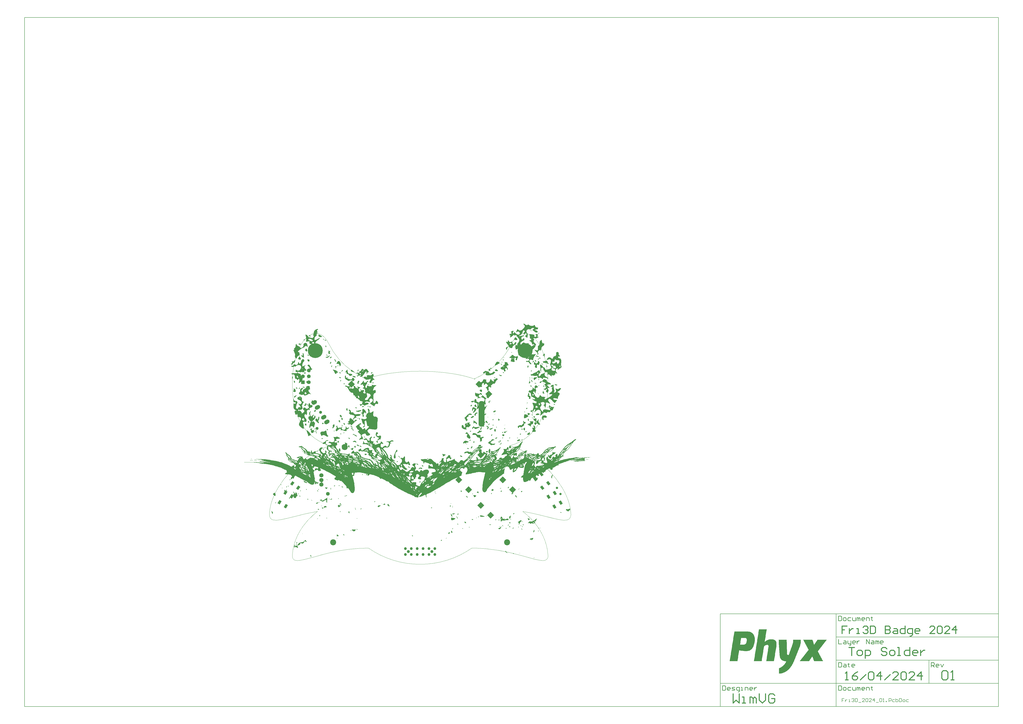
<source format=gts>
G04*
G04 #@! TF.GenerationSoftware,Altium Limited,Altium Designer,24.4.1 (13)*
G04*
G04 Layer_Color=8388736*
%FSLAX25Y25*%
%MOIN*%
G70*
G04*
G04 #@! TF.SameCoordinates,26F0EDD7-2FD7-4C20-BC01-A1B826D05D5E*
G04*
G04*
G04 #@! TF.FilePolarity,Negative*
G04*
G01*
G75*
%ADD10C,0.00394*%
%ADD13C,0.00787*%
%ADD14C,0.01575*%
%ADD15C,0.00984*%
%ADD23P,0.11692X4X180.0*%
G04:AMPARAMS|DCode=24|XSize=62.99mil|YSize=43.31mil|CornerRadius=0mil|HoleSize=0mil|Usage=FLASHONLY|Rotation=59.000|XOffset=0mil|YOffset=0mil|HoleType=Round|Shape=Rectangle|*
%AMROTATEDRECTD24*
4,1,4,0.00234,-0.03815,-0.03478,-0.01585,-0.00234,0.03815,0.03478,0.01585,0.00234,-0.03815,0.0*
%
%ADD24ROTATEDRECTD24*%

G04:AMPARAMS|DCode=25|XSize=62.99mil|YSize=43.31mil|CornerRadius=0mil|HoleSize=0mil|Usage=FLASHONLY|Rotation=54.000|XOffset=0mil|YOffset=0mil|HoleType=Round|Shape=Rectangle|*
%AMROTATEDRECTD25*
4,1,4,-0.00099,-0.03821,-0.03603,-0.01275,0.00099,0.03821,0.03603,0.01275,-0.00099,-0.03821,0.0*
%
%ADD25ROTATEDRECTD25*%

%ADD26R,0.06299X0.04331*%
G04:AMPARAMS|DCode=27|XSize=62.99mil|YSize=43.31mil|CornerRadius=0mil|HoleSize=0mil|Usage=FLASHONLY|Rotation=127.000|XOffset=0mil|YOffset=0mil|HoleType=Round|Shape=Rectangle|*
%AMROTATEDRECTD27*
4,1,4,0.03625,-0.01212,0.00166,-0.03819,-0.03625,0.01212,-0.00166,0.03819,0.03625,-0.01212,0.0*
%
%ADD27ROTATEDRECTD27*%

G04:AMPARAMS|DCode=28|XSize=62.99mil|YSize=43.31mil|CornerRadius=0mil|HoleSize=0mil|Usage=FLASHONLY|Rotation=121.000|XOffset=0mil|YOffset=0mil|HoleType=Round|Shape=Rectangle|*
%AMROTATEDRECTD28*
4,1,4,0.03478,-0.01585,-0.00234,-0.03815,-0.03478,0.01585,0.00234,0.03815,0.03478,-0.01585,0.0*
%
%ADD28ROTATEDRECTD28*%

%ADD29R,0.03543X0.06299*%
%ADD30C,0.10236*%
%ADD31C,0.04724*%
%ADD32C,0.05118*%
%ADD33C,0.02953*%
%ADD34C,0.00394*%
G04:AMPARAMS|DCode=35|XSize=94.49mil|YSize=66.93mil|CornerRadius=0mil|HoleSize=0mil|Usage=FLASHONLY|Rotation=33.000|XOffset=0mil|YOffset=0mil|HoleType=Round|Shape=Round|*
%AMOVALD35*
21,1,0.02756,0.06693,0.00000,0.00000,33.0*
1,1,0.06693,-0.01156,-0.00751*
1,1,0.06693,0.01156,0.00751*
%
%ADD35OVALD35*%

G04:AMPARAMS|DCode=36|XSize=94.49mil|YSize=66.93mil|CornerRadius=0mil|HoleSize=0mil|Usage=FLASHONLY|Rotation=303.000|XOffset=0mil|YOffset=0mil|HoleType=Round|Shape=Round|*
%AMOVALD36*
21,1,0.02756,0.06693,0.00000,0.00000,303.0*
1,1,0.06693,-0.00751,0.01156*
1,1,0.06693,0.00751,-0.01156*
%
%ADD36OVALD36*%

%ADD37C,0.06299*%
%ADD38C,0.07087*%
%ADD39C,0.25197*%
%ADD40O,0.10236X0.43701*%
%ADD41C,0.03937*%
%ADD42R,0.06299X0.06299*%
G36*
X188056Y397350D02*
X188164Y397133D01*
X188923Y396048D01*
X188869Y395994D01*
X187893Y396428D01*
X187296Y396699D01*
X187242Y396753D01*
X187188Y396808D01*
X187784Y397404D01*
X188056Y397350D01*
D02*
G37*
G36*
X189140Y395831D02*
X189086Y395777D01*
X189032Y395831D01*
X189086Y395885D01*
X189140Y395831D01*
D02*
G37*
G36*
X175687Y394855D02*
X175524Y394584D01*
X175362Y394746D01*
Y394855D01*
X175633Y394909D01*
X175687Y394855D01*
D02*
G37*
G36*
X176284Y408579D02*
X177098Y407982D01*
X177152Y407928D01*
X178671Y406843D01*
X178888Y406735D01*
X180298Y406084D01*
X181058Y405867D01*
X181492Y405975D01*
X182143Y406409D01*
X182848Y406680D01*
X183444Y406843D01*
X183879Y406735D01*
X184475Y406572D01*
X185343Y406030D01*
X185886Y405487D01*
X185940Y405324D01*
X186699Y405107D01*
X187567Y404890D01*
X188327Y404782D01*
X189412Y404673D01*
X191365Y404782D01*
X191690Y404890D01*
X192287Y405053D01*
X193317Y405541D01*
X194240Y406138D01*
X194457Y405921D01*
X195758Y403426D01*
X196084Y403100D01*
X196193Y402883D01*
X196464Y402612D01*
X196681Y402503D01*
X197657Y402070D01*
X198525Y401853D01*
X199610Y401744D01*
X200261Y401636D01*
X200315Y401147D01*
X200207Y400822D01*
X200044Y400117D01*
X199827Y399574D01*
X199447Y398977D01*
X198851Y398706D01*
X196681Y398598D01*
X195487Y397947D01*
X194999Y397567D01*
X196138Y397079D01*
X196843Y396808D01*
X197711Y396482D01*
X198254Y396265D01*
X199230Y395614D01*
X199447Y395072D01*
X199339Y393878D01*
X198851Y393390D01*
X198417Y393282D01*
X196789Y393390D01*
X196464Y393499D01*
X195758Y393770D01*
X194891Y394312D01*
X194511Y394584D01*
X192395Y396157D01*
X191744Y396591D01*
X191310Y396808D01*
X191093Y397676D01*
X191202Y398435D01*
X191690Y399032D01*
X192341Y399466D01*
X192938Y399628D01*
X193806Y399845D01*
X193697Y400062D01*
X193100Y400659D01*
X192883Y400768D01*
X191907Y401202D01*
X190497Y401093D01*
X189086Y400334D01*
X188489Y399845D01*
X187296Y398652D01*
X187242Y398381D01*
X187025Y398598D01*
X186320Y398761D01*
X184855Y398923D01*
X183336Y398815D01*
X182793Y398598D01*
X181600Y397947D01*
X181003Y397350D01*
X180895Y397133D01*
X180569Y396374D01*
X180461Y395289D01*
X180569Y394963D01*
X180678Y394312D01*
X181329Y393119D01*
X181871Y392359D01*
X181980Y392142D01*
X182522Y390949D01*
X182631Y390190D01*
X182522Y387369D01*
X182414Y387043D01*
X182251Y385904D01*
X182034Y384602D01*
X181926Y384168D01*
X181709Y384277D01*
X181492Y384494D01*
X181275Y384602D01*
X179919Y385633D01*
X179539Y385904D01*
X179213Y386229D01*
X178996Y386338D01*
X178725Y386718D01*
X178400Y387477D01*
X178833Y388237D01*
X179213Y388616D01*
X179430Y388725D01*
X179647Y388942D01*
X179864Y389050D01*
X180461Y389647D01*
X180569Y390081D01*
X180678Y390841D01*
X180569Y391708D01*
X180190Y392197D01*
X179430Y392305D01*
X178562Y392088D01*
X178020Y391763D01*
X177749Y391057D01*
X177586Y390244D01*
X177315Y389864D01*
X176609Y389810D01*
X175850Y390352D01*
X175687Y390515D01*
X175579Y391274D01*
X175742Y391980D01*
X176067Y392848D01*
X176718Y393933D01*
X177152Y394584D01*
X177423Y394963D01*
X177640Y395180D01*
X177749Y395397D01*
X177966Y395614D01*
X177803Y395777D01*
X176826Y396319D01*
X175633Y397079D01*
X175199Y397296D01*
X174819Y396374D01*
X174385Y395289D01*
X173463Y392739D01*
X173246Y392197D01*
X172758Y391166D01*
X171999Y390190D01*
X171619Y389810D01*
X171402Y389701D01*
X171185Y389484D01*
X169557Y388725D01*
X168581Y388291D01*
X168364Y388182D01*
X167876Y387911D01*
X167984Y387694D01*
X168581Y387423D01*
X169340Y387315D01*
X171131Y387586D01*
X173300Y388128D01*
X174385Y388345D01*
X175742Y388508D01*
X176447Y388128D01*
X176555Y387694D01*
X176447Y387477D01*
X176175Y387206D01*
X175470Y386935D01*
X175036Y386826D01*
X174114Y386555D01*
X173572Y386338D01*
X172866Y386067D01*
X172704Y385904D01*
X172487Y385796D01*
X172215Y385633D01*
X172107Y385416D01*
X171782Y384656D01*
X171890Y383137D01*
X171999Y382812D01*
X172432Y382052D01*
X172704Y381781D01*
X173246Y381564D01*
X173897Y381673D01*
X174819Y382378D01*
X174928Y382595D01*
X175579Y384005D01*
X175362Y384222D01*
X175470Y384439D01*
X175524Y384494D01*
X175959Y383843D01*
X176447Y383029D01*
X176772Y382270D01*
X176989Y381402D01*
X176826Y380805D01*
X176447Y380208D01*
X176067Y379937D01*
X174006Y378852D01*
X173029Y378309D01*
X172270Y377767D01*
X172053Y377659D01*
X171836Y377442D01*
X171619Y377333D01*
X171185Y376899D01*
X170968Y376791D01*
X170696Y376519D01*
X170588Y376302D01*
X170371Y376085D01*
X170154Y375326D01*
X170263Y374024D01*
X170480Y373482D01*
X170588Y373048D01*
X170968Y372668D01*
X171185Y372559D01*
X172541Y371203D01*
X172432Y370769D01*
X172378Y368871D01*
X171293Y368762D01*
X170859Y368871D01*
X170154Y369576D01*
X170046Y369793D01*
X169883Y369955D01*
X165760Y365833D01*
X165543Y365724D01*
X165218Y365399D01*
X165001Y365290D01*
X164024Y364856D01*
X163265Y364748D01*
X162288Y364856D01*
X162017Y365128D01*
X161909Y365562D01*
X162017Y367840D01*
X161746Y368111D01*
X161312Y368220D01*
X160607Y368491D01*
X160390Y368708D01*
X160444Y368871D01*
X160986Y369088D01*
X161583Y369576D01*
X161800Y369793D01*
X162017Y370661D01*
X161909Y371746D01*
X161800Y372180D01*
X161692Y372939D01*
X161583Y373156D01*
X161529Y373210D01*
X161095Y372776D01*
X160878Y372668D01*
X160227Y372234D01*
X160010Y372125D01*
X159142Y371583D01*
X158925Y371474D01*
X157949Y370715D01*
X157352Y370118D01*
X157026Y369359D01*
X156809Y368599D01*
X156538Y367894D01*
X156267Y367514D01*
X156104Y367352D01*
X155562Y367135D01*
X155128Y367026D01*
X154368Y366918D01*
X153555Y367080D01*
X152687Y367623D01*
X152524Y367786D01*
X152307Y367894D01*
X151656Y368545D01*
X151439Y368654D01*
X151222Y368871D01*
X150462Y369088D01*
X149649Y368925D01*
X149052Y368545D01*
X148455Y367948D01*
X148347Y367731D01*
X147913Y366755D01*
X147696Y366213D01*
X147533Y365507D01*
X147316Y364205D01*
X147208Y363880D01*
X146991Y364097D01*
X146774Y364205D01*
X146285Y364694D01*
X146177Y364911D01*
X145852Y365670D01*
X145743Y366104D01*
X145689Y366701D01*
X145797Y367243D01*
X146014Y367786D01*
X146177Y367948D01*
X146285Y368165D01*
X146448Y368328D01*
X146665Y368437D01*
X147642Y368871D01*
X149866Y369359D01*
X150083Y369467D01*
X150191Y370227D01*
X150083Y370986D01*
X149649Y371746D01*
X148618Y373102D01*
X148347Y373482D01*
X148130Y373698D01*
X148021Y373916D01*
X147587Y374349D01*
X147479Y374567D01*
X147262Y374783D01*
X147153Y375001D01*
X146611Y375760D01*
X146285Y376519D01*
X146069Y377387D01*
X146123Y377659D01*
X146882Y377767D01*
X147208Y377659D01*
X147804Y377496D01*
X147967Y377333D01*
X148184Y377225D01*
X148618Y376791D01*
X148781Y377279D01*
X148889Y377713D01*
X148998Y379123D01*
X149106Y379883D01*
X149161Y380696D01*
X149757Y380100D01*
X149866Y379883D01*
X150083Y379666D01*
X150191Y379449D01*
X151222Y378093D01*
X152090Y377225D01*
X152307Y377116D01*
X152849Y376899D01*
X153826Y377442D01*
X155128Y378093D01*
X156104Y377333D01*
X156592Y376845D01*
X156484Y376085D01*
X156755Y375380D01*
X157026Y375001D01*
X157786Y374024D01*
X158328Y373482D01*
X158437Y373265D01*
X158925Y372776D01*
X159467Y373970D01*
X159956Y374783D01*
X160064Y375001D01*
X161095Y376357D01*
X161529Y376791D01*
X161746Y376899D01*
X162288Y377116D01*
X162831Y377008D01*
X163102Y376736D01*
X163319Y376194D01*
X163210Y375434D01*
X162668Y374675D01*
X162343Y374349D01*
X162234Y374132D01*
X161800Y373698D01*
X161583Y373265D01*
X161963Y373102D01*
X162397Y372668D01*
X162614Y372559D01*
X163373Y372017D01*
X164892Y371257D01*
X164946Y371312D01*
X164838Y371637D01*
X164946Y374024D01*
X165489Y375001D01*
X165706Y375218D01*
X165814Y375434D01*
X166574Y376194D01*
X166682Y376411D01*
X167008Y376736D01*
X167116Y376953D01*
X167333Y377170D01*
X168201Y379015D01*
X168310Y379449D01*
X168418Y380208D01*
X168310Y381293D01*
X168201Y381619D01*
X167333Y383246D01*
X167116Y383463D01*
X167008Y383680D01*
X166791Y383897D01*
X166682Y384114D01*
X166357Y384439D01*
X166248Y384656D01*
X165814Y385090D01*
X165706Y385307D01*
X165163Y385850D01*
X165055Y386067D01*
X164621Y386501D01*
X164512Y386718D01*
X164187Y387043D01*
X164078Y387260D01*
X163536Y388020D01*
X162885Y389213D01*
X162722Y389267D01*
X161529Y388616D01*
X160552Y388182D01*
X160118Y388291D01*
X159413Y388996D01*
X159305Y389213D01*
X158491Y390027D01*
X158274Y389918D01*
X158111Y389756D01*
X158382Y389484D01*
X158599Y389376D01*
X158871Y389105D01*
X158708Y388942D01*
X158491Y388833D01*
X158274Y388616D01*
X158057Y388508D01*
X157732Y388182D01*
X157515Y388074D01*
X157298Y387857D01*
X157081Y387748D01*
X154802Y386121D01*
X154585Y386013D01*
X153229Y384982D01*
X152795Y384765D01*
X152904Y387369D01*
X153555Y388671D01*
X152144Y388779D01*
X151927Y388996D01*
X152036Y390515D01*
X152253Y391166D01*
X152307Y391220D01*
X152849Y391003D01*
X153609Y390895D01*
X154585Y391003D01*
X154694Y391437D01*
X155182Y392251D01*
X155290Y392685D01*
X154965Y393227D01*
X153772Y394963D01*
X154260Y395126D01*
X155128Y395234D01*
X155887Y395669D01*
X156104Y395885D01*
X156321Y395994D01*
X156864Y396211D01*
X158599Y396102D01*
X159413Y395831D01*
X158979Y395723D01*
X158328Y395180D01*
X158111Y394963D01*
X157786Y394204D01*
X157569Y393336D01*
X157677Y391925D01*
X157840Y391763D01*
X158382Y392088D01*
X158871Y392576D01*
X158979Y392793D01*
X159196Y393010D01*
X159901Y394367D01*
X160118Y394258D01*
X160390Y393987D01*
X160498Y393770D01*
X162071Y392197D01*
X162288Y392088D01*
X162722Y391654D01*
X162939Y391546D01*
X163265Y391220D01*
X163482Y391112D01*
X164567Y390352D01*
X165543Y389918D01*
X166303Y389701D01*
X167713Y389810D01*
X168472Y390352D01*
X168744Y390623D01*
X169069Y391383D01*
X169123Y392088D01*
X169015Y392956D01*
X168689Y393824D01*
X168527Y393987D01*
X168418Y394204D01*
X167822Y394800D01*
X167062Y395126D01*
X165435Y395018D01*
X164675Y394584D01*
X163699Y393824D01*
X163265Y393390D01*
X163102Y393444D01*
X162994Y394204D01*
X163156Y395018D01*
X163590Y396102D01*
X164675Y397947D01*
X165435Y399140D01*
X165652Y399466D01*
X166031Y399086D01*
X166140Y398869D01*
X166357Y398652D01*
X166465Y398435D01*
X167171Y397730D01*
X167387Y397621D01*
X167604Y397404D01*
X167822Y397296D01*
X168798Y396862D01*
X169232Y396753D01*
X170968Y396862D01*
X172595Y397730D01*
X172812Y397947D01*
X173029Y398055D01*
X173463Y398489D01*
X173680Y398598D01*
X174277Y399195D01*
X174385Y399412D01*
X176555Y401581D01*
X176664Y401798D01*
X177098Y402232D01*
X177206Y402449D01*
X177640Y403426D01*
X177749Y404185D01*
X177640Y404945D01*
X177152Y405541D01*
X175796Y406897D01*
X175579Y407440D01*
X175687Y408308D01*
X175904Y408525D01*
X175959Y408688D01*
X176284Y408579D01*
D02*
G37*
G36*
X-197204Y390949D02*
X-197367Y390895D01*
X-197422Y390949D01*
X-197259Y391003D01*
X-197204Y390949D01*
D02*
G37*
G36*
X201834Y392902D02*
X201943Y392468D01*
X201726Y391925D01*
X201617Y391708D01*
X201075Y390949D01*
X200966Y390732D01*
X200803Y390569D01*
X200749Y391383D01*
X200966Y392034D01*
Y392142D01*
X201509Y393119D01*
X201563Y393173D01*
X201834Y392902D01*
D02*
G37*
G36*
X-187386Y388399D02*
X-187277D01*
X-186409Y387857D01*
X-186193Y387748D01*
X-185596Y387260D01*
X-185867Y386989D01*
X-186409Y386772D01*
X-187494Y386880D01*
X-188254Y387423D01*
X-188471Y387531D01*
X-189285Y388128D01*
X-188688Y388399D01*
X-187928Y388508D01*
X-187386Y388399D01*
D02*
G37*
G36*
X197983Y390569D02*
X199013Y390406D01*
X200315Y390081D01*
X199122Y387586D01*
X199013Y387152D01*
X199122Y386501D01*
X199285Y386338D01*
X200044Y386121D01*
X201183Y385958D01*
X201075Y385741D01*
X200695Y385470D01*
X200261Y385036D01*
X200044Y384928D01*
X199827Y384711D01*
X199610Y384602D01*
X198959Y384168D01*
X198200Y383843D01*
X197657Y383626D01*
X196952Y383463D01*
X195487Y383300D01*
X194891Y383788D01*
X194402Y384385D01*
X193751Y384277D01*
X192558Y383734D01*
X192178Y383680D01*
X192287Y383246D01*
X192938Y382595D01*
X193046Y382378D01*
X193263Y382161D01*
X193480Y381619D01*
X193589Y381076D01*
X192721Y379232D01*
X192612Y378798D01*
X192721Y377930D01*
X193426Y376899D01*
X193589Y376736D01*
X193697Y376519D01*
X196193Y374024D01*
X196301Y373807D01*
X196518Y373590D01*
X196735Y373048D01*
X196843Y372614D01*
X196735Y371854D01*
X196247Y371257D01*
X195867Y370878D01*
X195758Y370444D01*
X195487Y369739D01*
X194836Y368654D01*
X194565Y368274D01*
X193806Y367297D01*
X193317Y366701D01*
X192829Y366213D01*
X192721Y365996D01*
X191798Y365073D01*
X191581Y364965D01*
X190171Y363554D01*
X189954Y363446D01*
X189520Y363012D01*
X189303Y362903D01*
X188869Y362470D01*
X188652Y362361D01*
X188435Y362144D01*
X188218Y362035D01*
X188001Y361819D01*
X187784Y361710D01*
X187567Y361493D01*
X187350Y361385D01*
X186699Y360951D01*
X186645Y363066D01*
X186753Y363392D01*
X186862Y364151D01*
X186970Y364585D01*
X187405Y366104D01*
X187676Y366809D01*
X188001Y367677D01*
X188544Y368871D01*
X188978Y369521D01*
X189195Y369739D01*
X189412Y369847D01*
X190063Y370281D01*
X192341Y371474D01*
X192938Y371963D01*
X193155Y372180D01*
X193372Y372831D01*
X193263Y373156D01*
X192938Y373698D01*
X192341Y373753D01*
X190930Y372776D01*
X190497Y372885D01*
X190117Y373590D01*
X189900Y374349D01*
X189683Y375218D01*
X189195Y376574D01*
X188923Y376953D01*
X188001Y377875D01*
X187784Y377984D01*
X186591Y378744D01*
X186374Y378852D01*
X185343Y379557D01*
X185180Y379720D01*
X185018Y379774D01*
X185072Y379937D01*
X186699Y380045D01*
X187025Y380154D01*
X187730Y380425D01*
X188327Y380805D01*
X188489Y380968D01*
X188706Y381727D01*
X188598Y382378D01*
X188218Y382758D01*
X187459Y383083D01*
X186753Y383354D01*
X186591Y383517D01*
X186428Y383572D01*
X186211Y384114D01*
X186103Y385090D01*
X186211Y385416D01*
X186374Y386338D01*
X186428Y387694D01*
X185669Y389105D01*
X185452Y389322D01*
X185343Y389539D01*
X185018Y389864D01*
X185126Y390081D01*
X185831Y390352D01*
X186265Y390461D01*
X187025Y390569D01*
X189086Y390461D01*
X189412Y390352D01*
X190334Y390190D01*
X191419Y389973D01*
X191853Y389864D01*
X192938Y389647D01*
X194348Y389430D01*
X194023Y388345D01*
X193914Y387586D01*
X194077Y386772D01*
X194402Y386229D01*
X194945Y386013D01*
X195813Y386121D01*
X196789Y386664D01*
X196952Y386826D01*
X197006Y386880D01*
X197277Y387152D01*
X197386Y387586D01*
X197223Y388291D01*
X197060Y388454D01*
X196626Y389213D01*
X196138Y389810D01*
X195650Y390515D01*
X196193Y390623D01*
X197657Y390678D01*
X197983Y390569D01*
D02*
G37*
G36*
X-171980Y390027D02*
X-170786Y389376D01*
X-168833Y388291D01*
X-167477Y387369D01*
X-167098Y386989D01*
X-166881Y386880D01*
X-166609Y386609D01*
X-166718Y386392D01*
X-167206Y385904D01*
X-167369Y385850D01*
X-167423Y385796D01*
X-167749Y385687D01*
X-170244Y385796D01*
X-170569Y385904D01*
X-171112Y386121D01*
X-171654Y386446D01*
X-172034Y386718D01*
X-172143Y386935D01*
X-172360Y387152D01*
X-172576Y387911D01*
X-172468Y389647D01*
X-172197Y390135D01*
X-171980Y390027D01*
D02*
G37*
G36*
X-173336Y399086D02*
X-173444Y398652D01*
X-173933Y398055D01*
X-174258Y397730D01*
X-174475Y397621D01*
X-174963Y397350D01*
X-175180Y396591D01*
X-175072Y395506D01*
X-174855Y395289D01*
X-174746Y395072D01*
X-174312Y394638D01*
X-174204Y394421D01*
X-173987Y393878D01*
X-174312Y393336D01*
X-174801Y393173D01*
X-175723Y393010D01*
X-176374Y392793D01*
X-176103Y392522D01*
X-175343Y392197D01*
X-174095Y392251D01*
X-174204Y392034D01*
X-174692Y391546D01*
X-174909Y391437D01*
X-175452Y390895D01*
X-175669Y390786D01*
X-175940Y390515D01*
X-176048Y390190D01*
X-175831Y389647D01*
X-175723Y389213D01*
X-175831Y388562D01*
X-176048Y388345D01*
X-176157Y388128D01*
X-176862Y387423D01*
X-177079Y387315D01*
X-177513Y386880D01*
X-177730Y386772D01*
X-178435Y386067D01*
X-178978Y384873D01*
X-179195Y384114D01*
X-179520Y382812D01*
X-179412Y381185D01*
X-179032Y380696D01*
X-178272Y380588D01*
X-177459Y380751D01*
X-176591Y381076D01*
X-176048Y381293D01*
X-173065Y382866D01*
X-170135Y384277D01*
X-169973Y384222D01*
X-170081Y384005D01*
X-170298Y383788D01*
X-170407Y383572D01*
X-171275Y382703D01*
X-171383Y382487D01*
X-172197Y381673D01*
X-172414Y381564D01*
X-172848Y381130D01*
X-173065Y381022D01*
X-173282Y380805D01*
X-173499Y380696D01*
X-173716Y380479D01*
X-173933Y380371D01*
X-175289Y379340D01*
X-175669Y379069D01*
X-176591Y378147D01*
X-176699Y377930D01*
X-177242Y377170D01*
X-177350Y376953D01*
X-177893Y376194D01*
X-178435Y375001D01*
X-178544Y374567D01*
X-178327Y374349D01*
X-178218Y374132D01*
X-178055Y373970D01*
X-177839Y374078D01*
X-177621Y374295D01*
X-177188Y374404D01*
X-176753Y374295D01*
X-176537Y374078D01*
X-175126Y373427D01*
X-174150Y372993D01*
X-173390Y372559D01*
X-172793Y372071D01*
X-172576Y371854D01*
X-172468Y371637D01*
X-172251Y371095D01*
X-172360Y370010D01*
X-172739Y369955D01*
X-173716Y370715D01*
X-173933Y370932D01*
X-174150Y371041D01*
X-174692Y371583D01*
X-174746Y371529D01*
X-174529Y371312D01*
X-174095Y370335D01*
X-173879Y369576D01*
X-173770Y369250D01*
X-173228Y368708D01*
X-173499Y368654D01*
X-175126Y369413D01*
X-176103Y369847D01*
X-176645Y370064D01*
X-177404Y370281D01*
X-178164Y370390D01*
X-179140Y370281D01*
X-180117Y369739D01*
X-180280Y369576D01*
X-180334Y369521D01*
X-180551Y369413D01*
X-180985Y368979D01*
X-181148Y369576D01*
X-181365Y370444D01*
X-181636Y371149D01*
X-182287Y372234D01*
X-182612Y372559D01*
X-182829Y372668D01*
X-183155Y372993D01*
X-183914Y373319D01*
X-185216Y373536D01*
X-186464Y373807D01*
X-187006Y374024D01*
X-187277Y374295D01*
X-187440Y374349D01*
X-187549Y374567D01*
X-187766Y374783D01*
X-187874Y375001D01*
X-188200Y375760D01*
X-188091Y377170D01*
X-187983Y377496D01*
X-187874Y377930D01*
X-187983Y378472D01*
X-189230Y378526D01*
X-189556Y378418D01*
X-190478Y378255D01*
X-192105Y377930D01*
X-192539Y377821D01*
X-193624Y377604D01*
X-194004Y377550D01*
X-194058Y377821D01*
X-193841Y378364D01*
X-193624Y379666D01*
X-193516Y380100D01*
X-193624Y384114D01*
X-193733Y384439D01*
X-193895Y385470D01*
X-194330Y387640D01*
X-194546Y388508D01*
X-194655Y389050D01*
X-194763Y389484D01*
X-194818Y389756D01*
X-194221Y389810D01*
X-193895Y389701D01*
X-192865Y389322D01*
X-191780Y388671D01*
X-191020Y387911D01*
X-190912Y387694D01*
X-190695Y387477D01*
X-188742Y383680D01*
X-188905Y384711D01*
X-189013Y385362D01*
X-189067Y385416D01*
X-188796Y385470D01*
X-188254Y385253D01*
X-186518Y384711D01*
X-185758Y384494D01*
X-185325Y384385D01*
X-184619Y384222D01*
X-184077Y384114D01*
X-183426Y384005D01*
X-182558Y383897D01*
X-182395Y384494D01*
X-182124Y384873D01*
X-180713Y386284D01*
X-180605Y386718D01*
X-180713Y387369D01*
X-181365Y388020D01*
X-181473Y388454D01*
X-181365Y389756D01*
X-181256Y390081D01*
X-180822Y392468D01*
X-180713Y392902D01*
X-180334Y394584D01*
X-180225Y395018D01*
X-179954Y395614D01*
X-179412Y396591D01*
X-179195Y396808D01*
X-179086Y397025D01*
X-178381Y397730D01*
X-178164Y397838D01*
X-175886Y398923D01*
X-175343Y399140D01*
X-174746Y399303D01*
X-173716Y399357D01*
X-173336Y399086D01*
D02*
G37*
G36*
X-164114Y382595D02*
X-164060Y382541D01*
X-163789Y382270D01*
X-163897Y381402D01*
X-164060Y381239D01*
X-164385Y381347D01*
X-164765Y381727D01*
X-164874Y382161D01*
X-164494Y382866D01*
X-164114Y382595D01*
D02*
G37*
G36*
X162505Y384928D02*
X163265Y384385D01*
X164078Y383572D01*
X164187Y383354D01*
X164729Y382595D01*
X165055Y381836D01*
X164946Y380859D01*
X164458Y380588D01*
X163699Y380479D01*
X162397Y380588D01*
X162071Y380696D01*
X161366Y380859D01*
X160932Y380968D01*
X159847Y381293D01*
X159467Y380588D01*
X159250Y380696D01*
X159088Y380859D01*
X159196Y381076D01*
X159739Y381402D01*
X159847Y382595D01*
X159956Y382921D01*
Y383029D01*
X160010Y383083D01*
X160227Y383626D01*
X160769Y384494D01*
X161095Y384819D01*
X161637Y385036D01*
X162505Y384928D01*
D02*
G37*
G36*
X-196391Y381673D02*
X-196120Y381402D01*
X-196011Y381185D01*
X-195686Y380859D01*
X-195794Y380534D01*
X-195957Y380371D01*
X-196716Y380154D01*
X-197096Y380100D01*
X-197530Y380208D01*
X-198181Y380642D01*
X-198290Y380751D01*
X-197910Y381130D01*
X-197693Y381239D01*
X-197476Y381456D01*
X-197367D01*
X-197150Y381673D01*
X-196716Y381781D01*
X-196391Y381673D01*
D02*
G37*
G36*
X-160914Y381022D02*
X-160046Y380479D01*
X-159340Y380100D01*
X-159449Y379883D01*
X-159612Y379720D01*
X-160154Y379503D01*
X-160914Y379611D01*
X-161781Y380154D01*
X-161998Y380262D01*
X-162053Y380317D01*
X-162107Y380371D01*
X-162487Y380534D01*
X-162378Y380751D01*
X-162215Y380913D01*
X-161998Y381022D01*
X-161673Y381130D01*
X-160914Y381022D01*
D02*
G37*
G36*
X161366Y379774D02*
X161420Y379720D01*
X161475Y379449D01*
X161203Y379395D01*
X161149Y379666D01*
X161312Y379828D01*
X161366Y379774D01*
D02*
G37*
G36*
X160118Y379720D02*
X160281Y379557D01*
X160010Y379395D01*
X159847Y379557D01*
Y379774D01*
X159901Y379828D01*
X160118Y379720D01*
D02*
G37*
G36*
X183553Y375055D02*
X184421Y374946D01*
X184963Y374729D01*
X185180Y374621D01*
X185235Y374567D01*
X184312Y374295D01*
X183553Y374078D01*
X183499Y374024D01*
X183065Y373916D01*
X181709Y373861D01*
X180949Y374295D01*
X180678Y374567D01*
X181383Y374838D01*
X182088Y375001D01*
X183228Y375163D01*
X183553Y375055D01*
D02*
G37*
G36*
X176392Y376465D02*
X176609Y376248D01*
X176826Y376140D01*
X177803Y375380D01*
X175742Y374404D01*
X174331Y373970D01*
X173789Y373861D01*
X173680D01*
X172432Y374024D01*
X172324Y374241D01*
X172921Y374838D01*
X173138Y374946D01*
X173463Y375272D01*
X173680Y375380D01*
X174548Y375923D01*
X175959Y376574D01*
X176392Y376465D01*
D02*
G37*
G36*
X-204962Y374512D02*
X-203660Y374187D01*
X-202955Y374024D01*
X-202521Y373916D01*
X-202412Y373698D01*
X-202955Y372939D01*
X-203117Y372776D01*
X-203497Y372614D01*
X-203551Y372559D01*
X-204962Y372668D01*
X-206155Y373319D01*
X-206860Y373807D01*
X-206806Y373970D01*
X-206101Y374241D01*
X-205287Y374621D01*
X-204962Y374512D01*
D02*
G37*
G36*
X-160317Y371854D02*
X-160263Y371800D01*
X-160100Y371637D01*
X-159991Y371420D01*
X-159340Y370010D01*
X-159503Y369196D01*
X-159720Y368654D01*
X-159937Y368328D01*
X-160100Y368491D01*
X-160208Y368708D01*
X-160642Y369359D01*
X-160534Y372180D01*
X-160479Y372234D01*
X-160317Y371854D01*
D02*
G37*
G36*
X-193570Y375706D02*
X-193353Y375489D01*
X-193136Y375380D01*
X-192756Y375001D01*
X-192648Y374783D01*
X-192431Y374567D01*
X-191888Y373373D01*
X-191671Y372831D01*
X-191346Y371746D01*
X-191020Y370444D01*
X-190858Y369413D01*
X-190803Y369142D01*
X-190966Y369088D01*
X-193895Y370498D01*
X-194872Y370390D01*
X-195631Y370064D01*
X-196174Y369739D01*
X-196445Y369033D01*
X-196554Y368491D01*
Y368382D01*
X-196933Y368003D01*
X-197638Y367840D01*
X-198181Y367731D01*
X-199049Y367514D01*
X-199863Y367026D01*
X-200080Y366918D01*
X-201273Y366158D01*
X-201490Y366050D01*
X-202250Y365507D01*
X-202467Y365399D01*
X-204582Y363826D01*
X-204962Y363554D01*
X-205287Y363229D01*
X-205504Y363120D01*
X-205938Y362686D01*
X-206155Y362578D01*
X-206915Y361819D01*
X-207132Y361710D01*
X-207837Y361005D01*
X-207783Y360842D01*
X-207566Y360734D01*
X-207349Y360517D01*
X-205504Y359540D01*
X-204908Y359052D01*
X-204691Y358509D01*
X-204799Y357533D01*
X-204908Y357207D01*
X-204799Y355906D01*
X-204582Y355689D01*
X-204474Y355472D01*
X-204148Y355146D01*
X-204202Y354983D01*
X-204636Y354875D01*
X-205179Y354658D01*
X-205938Y354332D01*
X-207566Y353465D01*
X-208162Y352976D01*
X-208705Y352434D01*
X-208813Y352217D01*
X-209139Y351457D01*
X-209356Y350589D01*
X-209410Y349233D01*
X-210061Y349342D01*
X-211037Y349884D01*
X-211634Y350373D01*
X-212068Y350806D01*
X-212177Y351023D01*
X-212502Y351783D01*
X-212611Y352868D01*
X-212502Y354604D01*
X-212394Y356014D01*
X-212502Y356774D01*
X-213099Y358455D01*
X-214563Y361547D01*
X-214889Y362632D01*
X-214997Y363066D01*
X-214943Y363663D01*
X-213858Y363988D01*
X-213478Y364151D01*
X-213696Y364368D01*
X-213804Y364585D01*
X-214129Y365128D01*
X-214238Y365562D01*
X-214129Y365996D01*
X-213641Y366592D01*
X-212177Y368057D01*
X-211743Y369033D01*
X-211634Y369793D01*
X-211526Y370227D01*
X-211417Y371963D01*
X-211309Y372288D01*
X-211037Y372993D01*
X-210603Y373644D01*
X-210061Y373970D01*
X-209735Y374078D01*
X-209627Y372559D01*
X-209410Y372017D01*
X-208868Y371474D01*
X-208651Y371366D01*
X-206806Y370390D01*
X-206047Y369955D01*
X-205396Y369521D01*
X-205179Y369413D01*
X-204962Y369196D01*
X-204745Y369088D01*
X-204528Y368871D01*
X-204311Y368762D01*
X-203877Y368328D01*
X-203660Y368220D01*
X-202141Y366701D01*
X-201924Y366918D01*
X-201707Y367026D01*
X-201381Y367352D01*
X-201165Y367460D01*
X-200948Y367677D01*
X-200731Y367786D01*
X-200514Y368003D01*
X-200297Y368111D01*
X-200080Y368328D01*
X-199863Y368437D01*
X-199429Y368871D01*
X-199212Y368979D01*
X-198723Y369467D01*
X-198615Y369684D01*
X-198181Y370661D01*
X-198073Y371095D01*
X-198181Y373373D01*
X-197638Y374349D01*
X-197259Y374729D01*
X-197042Y374838D01*
X-196391Y375272D01*
X-195848Y375489D01*
X-195089Y375706D01*
X-194655Y375814D01*
X-193570Y375706D01*
D02*
G37*
G36*
X177911Y368437D02*
X178128Y368328D01*
X179647Y367243D01*
X179864Y367135D01*
X180081Y366918D01*
X180298Y366809D01*
X181654Y365778D01*
X181600Y364639D01*
X180841Y364205D01*
X179973Y363663D01*
X179159Y363283D01*
X179105Y363229D01*
X178562Y363012D01*
X177694Y362795D01*
X176609Y362903D01*
X175850Y363446D01*
X175253Y364043D01*
X175145Y364260D01*
X174711Y364911D01*
X173626Y367189D01*
X173897Y367243D01*
X174873Y366809D01*
X175633Y366484D01*
X176609Y366050D01*
X177152Y365833D01*
X177857Y365562D01*
X178725Y365345D01*
X179864Y365290D01*
X180407Y365616D01*
X179647Y366158D01*
X179105Y366375D01*
X178400Y366647D01*
X177857Y366863D01*
X177423Y367297D01*
X177369Y367894D01*
X177477Y368545D01*
X177694Y368654D01*
X177911Y368437D01*
D02*
G37*
G36*
X205848Y380968D02*
X205957Y380751D01*
X206499Y379557D01*
X206716Y378689D01*
X206933Y377387D01*
X207042Y376953D01*
X207530Y375597D01*
X207801Y375218D01*
X208072Y374946D01*
X210242Y374838D01*
X210622Y374458D01*
X210731Y374024D01*
X210568Y372993D01*
X210459Y372559D01*
X210134Y371691D01*
X209971Y371529D01*
X209863Y371312D01*
X209700Y371149D01*
X209483Y371041D01*
X209266Y370824D01*
X209049Y370715D01*
X208181Y370173D01*
X207964Y370064D01*
X207367Y369576D01*
X206933Y369142D01*
X206825Y368925D01*
X206065Y367297D01*
X205848Y366538D01*
X205523Y365236D01*
X205306Y364477D01*
X204926Y363446D01*
X204709Y362903D01*
X204384Y362361D01*
X204221Y362524D01*
X204113Y362741D01*
X203624Y363229D01*
X203190Y363337D01*
X202322Y363229D01*
X201346Y362470D01*
X200912Y361819D01*
X200749Y361656D01*
X200315Y360679D01*
X200098Y359811D01*
X200207Y358727D01*
X200532Y357967D01*
X200749Y357207D01*
X200858Y356774D01*
X200370Y356177D01*
X199285Y356068D01*
X198525Y356177D01*
X198471Y356231D01*
X199122Y356882D01*
X199339Y357642D01*
X199176Y358238D01*
X199013Y358618D01*
X198254Y359594D01*
X196898Y360951D01*
X196681Y361059D01*
X195107Y362632D01*
X194999Y362849D01*
X194782Y363066D01*
X194348Y364043D01*
X194402Y364205D01*
X195270Y364097D01*
X196898Y363446D01*
X197657Y363229D01*
X198091Y363120D01*
X199285Y363229D01*
X199502Y363446D01*
X199556Y363500D01*
X199773Y364368D01*
X199881Y366755D01*
X199990Y369901D01*
X200424Y370661D01*
X200586Y370824D01*
X200803Y370932D01*
X201020Y371149D01*
X201237Y371257D01*
X201454Y371474D01*
X201671Y371583D01*
X202268Y372180D01*
X202377Y372397D01*
X202594Y372939D01*
X202702Y373373D01*
X202811Y374132D01*
X202702Y374892D01*
X202811Y376736D01*
X202919Y377062D01*
X203028Y377713D01*
X203678Y378906D01*
X204167Y379503D01*
X204329Y379666D01*
X204438Y379883D01*
X205197Y380642D01*
X205306Y380859D01*
X205523Y381076D01*
X205577Y381239D01*
X205848Y380968D01*
D02*
G37*
G36*
X-153048Y363066D02*
X-152994Y363012D01*
X-152831Y362958D01*
X-152939Y362741D01*
X-153102Y362686D01*
X-153265Y362849D01*
X-153156Y363066D01*
X-153102Y363120D01*
X-153048Y363066D01*
D02*
G37*
G36*
X-180985Y366701D02*
X-180930Y366647D01*
X-181256Y366321D01*
X-181365Y366104D01*
X-181799Y365453D01*
X-182016Y364911D01*
X-181853Y364748D01*
X-181256Y364585D01*
X-180659Y364205D01*
X-180388Y363934D01*
X-180280Y363500D01*
X-180388Y362307D01*
X-180551Y361927D01*
X-180768Y362035D01*
X-181527Y362795D01*
X-181744Y362903D01*
X-182612Y363771D01*
X-182666Y363717D01*
X-182721Y363663D01*
X-183046Y363337D01*
X-183263Y363229D01*
X-183589Y362903D01*
X-183806Y362795D01*
X-184457Y362361D01*
X-184890Y362252D01*
X-185325Y362361D01*
X-185379Y362958D01*
X-184402Y364802D01*
X-184185Y365019D01*
X-184077Y365236D01*
X-183046Y366267D01*
X-182829Y366375D01*
X-181853Y366809D01*
X-180985Y366701D01*
D02*
G37*
G36*
X-192702Y365724D02*
X-192431Y365453D01*
X-192214Y364911D01*
X-191997Y364151D01*
X-191888Y363392D01*
X-191780Y362958D01*
X-191671Y361981D01*
X-192160Y361385D01*
X-192594Y361276D01*
X-193462Y361385D01*
X-194438Y362144D01*
X-194818Y362524D01*
X-195035Y363066D01*
X-195143Y363500D01*
X-195035Y364477D01*
X-194980Y364531D01*
X-194438Y365399D01*
X-194004Y365833D01*
X-193570Y365941D01*
X-193245Y366050D01*
X-192702Y365724D01*
D02*
G37*
G36*
X186537Y360896D02*
X186482Y360842D01*
X186428Y360896D01*
X186482Y360951D01*
X186537Y360896D01*
D02*
G37*
G36*
X183661Y361927D02*
X184096Y361493D01*
X185072Y361059D01*
X185506Y360951D01*
X186374Y360842D01*
X186428Y360788D01*
X185831Y360517D01*
X185289Y360300D01*
X185126Y360245D01*
X185072Y360191D01*
X184312Y360083D01*
X183553Y360191D01*
X183282Y360462D01*
X183173Y360896D01*
X183336Y361819D01*
X183444Y362035D01*
X183661Y361927D01*
D02*
G37*
G36*
X155616Y360028D02*
X155779Y359432D01*
X155562Y359215D01*
X155345Y359106D01*
X155128Y358889D01*
X154857Y359160D01*
X154965Y359920D01*
X155019Y359974D01*
X155453Y360191D01*
X155616Y360028D01*
D02*
G37*
G36*
X-182883Y361547D02*
Y361330D01*
X-182829Y361276D01*
X-182504Y360408D01*
X-182232Y359486D01*
X-182124Y358727D01*
X-182287Y358130D01*
X-182504Y357913D01*
X-182829Y357804D01*
X-183643Y359160D01*
X-183860Y359703D01*
X-184077Y360137D01*
X-183317Y361222D01*
X-183209Y361439D01*
X-183046Y361710D01*
X-182883Y361547D01*
D02*
G37*
G36*
X-169322Y361656D02*
X-169213Y359920D01*
X-169159Y359215D01*
X-169267Y358021D01*
X-169376Y357370D01*
X-169484Y356936D01*
X-169593Y356719D01*
X-169864Y356991D01*
X-169973Y357207D01*
X-170407Y358184D01*
X-170515Y358943D01*
X-170407Y360028D01*
X-169973Y361005D01*
X-169919Y361059D01*
X-169756Y361222D01*
X-169647Y361439D01*
X-169484Y361710D01*
X-169322Y361656D01*
D02*
G37*
G36*
X-154350Y362307D02*
X-153916Y362090D01*
X-153861Y362035D01*
X-153156Y361330D01*
X-153048Y361113D01*
X-152831Y360896D01*
X-152722Y360679D01*
X-152559Y360300D01*
X-153156Y360137D01*
X-153536Y359866D01*
X-153699Y359703D01*
X-153590Y358835D01*
X-153156Y358075D01*
X-152397Y356557D01*
X-152668Y356502D01*
X-153427Y356828D01*
X-154024Y356991D01*
X-154892Y357316D01*
X-155272Y357479D01*
X-155869Y357967D01*
X-156194Y358727D01*
X-156086Y359377D01*
X-155597Y359974D01*
X-155435Y360137D01*
X-155109Y360788D01*
X-155380Y361168D01*
X-155597Y361276D01*
X-156140Y361493D01*
X-156519Y361656D01*
X-156465Y361819D01*
X-156248Y361927D01*
X-155272Y362361D01*
X-154784Y362415D01*
X-154350Y362307D01*
D02*
G37*
G36*
X169883Y363120D02*
X170154Y362849D01*
X170371Y361981D01*
X170263Y361547D01*
X170154Y360788D01*
X169069Y358727D01*
X168201Y357858D01*
X168364Y357696D01*
X169666Y357370D01*
X170263Y357316D01*
X169720Y356340D01*
X169232Y355743D01*
X167930Y354441D01*
X167550Y354821D01*
X167442Y355038D01*
X167008Y355689D01*
X166791Y356231D01*
X166682Y356665D01*
Y356774D01*
X166574Y357207D01*
X166682Y358401D01*
X166791Y358727D01*
X167767Y361764D01*
X167876Y362198D01*
X168038Y362903D01*
X168581Y363120D01*
X169015Y363229D01*
X169883Y363120D01*
D02*
G37*
G36*
X-190098Y355526D02*
X-189990D01*
X-189230Y355092D01*
X-189013Y354875D01*
X-188796Y354766D01*
X-188417Y354495D01*
X-188579Y354332D01*
X-189285Y354170D01*
X-189718Y354061D01*
X-190098Y354007D01*
X-191075Y354550D01*
X-191454Y354929D01*
X-191346Y355146D01*
X-190966Y355417D01*
X-190424Y355634D01*
X-190098Y355526D01*
D02*
G37*
G36*
X-158581Y355472D02*
X-158147Y355255D01*
X-158093Y355200D01*
X-157116Y354658D01*
X-156194Y353953D01*
X-156357Y353899D01*
X-156899Y354116D01*
X-157604Y354387D01*
X-159340Y355038D01*
X-159883Y355255D01*
X-159774Y355472D01*
X-159178Y355634D01*
X-158581Y355472D01*
D02*
G37*
G36*
X-198778Y358564D02*
X-198506Y358184D01*
X-198073Y357533D01*
X-197964Y357099D01*
X-197747Y356557D01*
X-197638Y356123D01*
X-197530Y355363D01*
X-197422Y353627D01*
X-197259Y352271D01*
X-197042Y351403D01*
X-196879Y350806D01*
X-197476Y350752D01*
X-197801Y350861D01*
X-198832Y351240D01*
X-199700Y351783D01*
X-199863Y351946D01*
X-200080Y352054D01*
X-201110Y353085D01*
X-201219Y353302D01*
X-201436Y353519D01*
X-201653Y354061D01*
X-201761Y354495D01*
X-201599Y354766D01*
X-201219Y354821D01*
X-200785Y354712D01*
X-200242Y354495D01*
X-199320Y354007D01*
X-199103Y353899D01*
X-199049Y354712D01*
X-199157Y355038D01*
X-199212Y355417D01*
X-199266Y355472D01*
X-199374Y357533D01*
X-199266Y357967D01*
X-198995Y358672D01*
X-198778Y358564D01*
D02*
G37*
G36*
X-175777Y355417D02*
X-175397Y355038D01*
X-175506Y353844D01*
X-175669Y353790D01*
X-176808Y354604D01*
X-176862Y354658D01*
X-177188Y354983D01*
X-177350Y355038D01*
X-177079Y355309D01*
X-176320Y355526D01*
X-175777Y355417D01*
D02*
G37*
G36*
X173789Y354007D02*
X173843Y353953D01*
X174114Y353681D01*
X174277Y353627D01*
X174006Y353573D01*
X173409Y353844D01*
X173463Y354116D01*
X173789Y354007D01*
D02*
G37*
G36*
X176067Y358672D02*
X176826Y358238D01*
X177532Y357533D01*
X177640Y357316D01*
X177966Y356557D01*
X177857Y355580D01*
X177098Y354604D01*
X175199Y352705D01*
X174385Y353519D01*
X175036Y354712D01*
X176013Y356340D01*
X175524Y356502D01*
X174765Y356719D01*
X173463Y356936D01*
X173029Y357045D01*
X171890Y357099D01*
X172378Y357587D01*
X172595Y357696D01*
X172812Y357913D01*
X174331Y358672D01*
X174440D01*
X175199Y358781D01*
X176067Y358672D01*
D02*
G37*
G36*
X233243Y360300D02*
X233840Y360137D01*
X234762Y359649D01*
X234979Y359432D01*
X235196Y359323D01*
X235359Y358835D01*
X235196Y357370D01*
X235142Y356665D01*
X235359Y356123D01*
X235901Y355146D01*
X237203Y353302D01*
X237420Y352759D01*
X237528Y352434D01*
X237474Y352380D01*
X236932Y352597D01*
X236172Y352705D01*
X234653Y352597D01*
X234382Y352434D01*
X234165Y351891D01*
X234328Y351295D01*
X234870Y350427D01*
X235196Y350101D01*
X235413Y349993D01*
X236172Y349667D01*
X237094Y349504D01*
X237528Y349396D01*
X238071Y349179D01*
X238234Y349016D01*
X238451Y348908D01*
X238722Y348637D01*
X238830Y348420D01*
X239373Y347226D01*
X239590Y346467D01*
X239698Y345382D01*
X239590Y343103D01*
X239481Y342778D01*
X239210Y340554D01*
X239156Y338221D01*
X239264Y337896D01*
X239373Y337462D01*
X239807Y335943D01*
X239915Y335183D01*
X239807Y334207D01*
X239536Y333936D01*
X238993Y333719D01*
X238396Y333664D01*
X238288Y332471D01*
X238125Y332308D01*
X237691Y332200D01*
X236172Y332091D01*
X235576Y331603D01*
X234545Y330572D01*
X234328Y330464D01*
X234002Y330138D01*
X233460Y329922D01*
X233297Y329976D01*
X233460Y331006D01*
X233785Y331874D01*
X234002Y332308D01*
X232917Y332417D01*
X231941Y332308D01*
X231182Y331766D01*
X230802Y331386D01*
X230476Y330627D01*
X230259Y329759D01*
X230368Y327697D01*
X230910Y326721D01*
X232212Y324876D01*
X232429Y324117D01*
X232538Y323683D01*
X232429Y323141D01*
X232375Y323086D01*
X232104Y323358D01*
X231995Y323575D01*
X230856Y324714D01*
X230097Y324931D01*
X229663Y324822D01*
X229446Y324714D01*
X229391Y324551D01*
X229825Y323575D01*
X229554Y322869D01*
X228686Y322002D01*
X228469Y321893D01*
X227981Y321405D01*
X227872Y321188D01*
X227764Y320862D01*
X227710Y320157D01*
X227384Y320266D01*
X226516Y320482D01*
X225214Y320700D01*
X224781Y320808D01*
X223641Y320971D01*
X223587Y321025D01*
X223424Y320862D01*
X223316Y319777D01*
X223424Y319126D01*
X223533Y318801D01*
X223370Y318747D01*
X222611Y319181D01*
X222014Y319669D01*
X220224Y321459D01*
X220007Y321568D01*
X219790Y321784D01*
X219030Y322110D01*
X218596Y322218D01*
X215613Y322164D01*
X215179Y322273D01*
X215070Y322381D01*
X215233Y322544D01*
X215450Y322652D01*
X215667Y322869D01*
X215884Y322978D01*
X216481Y323466D01*
X216698Y323683D01*
X216806Y324117D01*
X216535Y324822D01*
X216101Y325473D01*
X215884Y325690D01*
X215125Y326016D01*
X214691Y326124D01*
X213931Y326233D01*
X213009Y326070D01*
X212467Y325853D01*
X212087Y325582D01*
X211870Y325365D01*
X211707Y325853D01*
X211598Y327046D01*
X210948Y328240D01*
X210731Y328457D01*
X210622Y328674D01*
X210297Y328999D01*
X210188Y329216D01*
X209863Y329542D01*
X209754Y329759D01*
X209537Y329976D01*
X209429Y330193D01*
X209212Y330735D01*
X209266Y332091D01*
X209049Y332634D01*
X208832Y332851D01*
X208615Y332959D01*
X207964Y333393D01*
X207421Y333610D01*
X206988Y333719D01*
X206228Y333610D01*
X205631Y333014D01*
X205414Y332254D01*
X205306Y331495D01*
X205252Y329922D01*
X205360Y328511D01*
X205469Y327969D01*
X205686Y327752D01*
X206228Y327426D01*
X206282Y327372D01*
X206120Y327209D01*
X205523Y327046D01*
X205469Y326992D01*
X205360Y327969D01*
X204492Y328186D01*
X204004Y328565D01*
X203895Y328999D01*
X204004Y330301D01*
X204113Y330627D01*
X204329Y331495D01*
X204221Y333664D01*
X204113Y333990D01*
X203570Y336919D01*
X203462Y337353D01*
X203516Y339143D01*
X203733Y338926D01*
X203950Y338818D01*
X206445Y337625D01*
X207639Y336974D01*
X207910Y336702D01*
X208018Y336268D01*
X208127Y335075D01*
X208290Y334804D01*
X209049Y334587D01*
X209917Y334370D01*
X210134Y334261D01*
X211110Y333502D01*
X211707Y333014D01*
X211870Y332851D01*
X212033Y332797D01*
X212249Y332254D01*
X212358Y331386D01*
X212738Y330681D01*
X212955Y330572D01*
X213497Y330355D01*
X216101Y330464D01*
X216426Y330572D01*
X216861Y330681D01*
X217566Y330844D01*
X218000Y330952D01*
X218596Y331115D01*
X219953Y331603D01*
X220495Y331820D01*
X220875Y331983D01*
X221634Y332417D01*
X222014Y332797D01*
X222122Y333014D01*
X222448Y333773D01*
X222556Y334532D01*
X222448Y334858D01*
X222285Y335455D01*
X221146Y337679D01*
X220929Y338221D01*
X220712Y338981D01*
X220820Y340717D01*
X221471Y342127D01*
X221688Y342669D01*
X221905Y343537D01*
X222014Y344948D01*
X221905Y346250D01*
X221797Y346575D01*
X221363Y347335D01*
X220983Y347714D01*
X220224Y347931D01*
X219573D01*
X218813Y347823D01*
X217945Y347606D01*
X217240Y347443D01*
X216806Y347335D01*
X215721Y347118D01*
X214582Y347063D01*
X214528Y347118D01*
X214962Y347769D01*
X215070Y347986D01*
X215613Y348745D01*
X215721Y348962D01*
X216210Y349559D01*
X216481Y349939D01*
X216861Y350318D01*
X217077Y350427D01*
X217294Y350644D01*
X218054Y350969D01*
X218922Y351186D01*
X220875Y351078D01*
X221905Y350373D01*
X222285Y350101D01*
X223695Y349125D01*
X224564Y348908D01*
X225269Y349179D01*
X225594Y349504D01*
X225540Y350535D01*
X225703Y350915D01*
X225920Y351132D01*
X226571Y352325D01*
X226896Y352651D01*
X226950Y352814D01*
X227493Y353031D01*
X229337Y353139D01*
X229934Y353627D01*
X230368Y354061D01*
X230693Y354821D01*
X230802Y355255D01*
X230910Y356014D01*
X231019Y359160D01*
X231561Y359920D01*
X231833Y360191D01*
X232538Y360354D01*
X232917Y360408D01*
X233243Y360300D01*
D02*
G37*
G36*
X198417Y354116D02*
X199393Y353573D01*
X200152Y353139D01*
X201346Y352488D01*
X201400Y352434D01*
X201237Y352271D01*
X200641Y352108D01*
X199718Y352054D01*
X199176Y352271D01*
X199068D01*
X199013Y352325D01*
X198851Y352488D01*
X198091Y352814D01*
X197440Y352922D01*
X196898Y352705D01*
X196681Y352597D01*
X195921Y352054D01*
X195867Y352217D01*
X196518Y353410D01*
X197006Y354007D01*
X197549Y354224D01*
X198417Y354116D01*
D02*
G37*
G36*
X211707Y357424D02*
X211598Y355580D01*
X211490Y355255D01*
X211327Y354007D01*
X211165Y353193D01*
Y353085D01*
X211002Y351837D01*
X210893Y351186D01*
X210731Y351349D01*
X210622Y352000D01*
X210514Y352325D01*
X210351Y352922D01*
X210025Y353790D01*
X209754Y354170D01*
X209157Y354332D01*
X208452Y354061D01*
X208072Y353899D01*
X208018Y353953D01*
X208235Y354170D01*
X208344Y354387D01*
X208778Y355146D01*
X209700Y356502D01*
X210134Y356936D01*
X210351Y357045D01*
X211327Y357479D01*
X211707Y357424D01*
D02*
G37*
G36*
X143139Y351023D02*
X142651Y350752D01*
X142543D01*
X142000Y350535D01*
X141078Y350481D01*
X140427Y350589D01*
X140590Y350752D01*
X141186Y350915D01*
X141729Y351023D01*
X142922Y351132D01*
X143085Y351186D01*
X143139Y351023D01*
D02*
G37*
G36*
X-153807Y353627D02*
X-154512Y352597D01*
X-154946Y352163D01*
X-155163Y352054D01*
X-155380Y351837D01*
X-155597Y351729D01*
X-155814Y351512D01*
X-156031Y351403D01*
X-156791Y350861D01*
X-157008Y350752D01*
X-157225Y350535D01*
X-157550Y350427D01*
X-157767Y350861D01*
X-158310Y350644D01*
X-159069Y350535D01*
X-159720Y350644D01*
X-160100Y351023D01*
Y351132D01*
X-160154Y351186D01*
X-160263Y351620D01*
X-159720Y351946D01*
X-159286Y352054D01*
X-157333Y352163D01*
X-156140Y352814D01*
X-155923Y353031D01*
X-155706Y353139D01*
X-155489Y353356D01*
X-155272Y353465D01*
X-154838Y353899D01*
X-154621Y354007D01*
X-154404Y354224D01*
X-154187Y354332D01*
X-153970Y354550D01*
X-153699Y354604D01*
X-153807Y353627D01*
D02*
G37*
G36*
X158166Y355092D02*
X158762Y354604D01*
X159250Y353465D01*
X159684Y353356D01*
X160444Y353031D01*
X160878Y352922D01*
X161637Y352597D01*
X162505Y352380D01*
X162939Y352488D01*
X165001Y353465D01*
X165543Y353681D01*
X165923Y353736D01*
X165814Y352868D01*
X165706Y352542D01*
X165489Y351240D01*
X165869Y350644D01*
X166086Y350535D01*
X166465Y350264D01*
X165869Y349993D01*
X165218Y349776D01*
X164784Y350210D01*
X164729Y349722D01*
X164838Y349396D01*
X164675Y347497D01*
X164458Y346955D01*
X163807Y346304D01*
X163265Y346412D01*
X162668Y346901D01*
X162505Y347063D01*
X162288Y347172D01*
X161909Y347877D01*
X162017Y348311D01*
X162559Y349071D01*
X162668Y349504D01*
X162559Y349939D01*
X162288Y350210D01*
X162071Y350318D01*
X161420Y350752D01*
X160986Y350861D01*
X160607Y351023D01*
X160390Y350481D01*
X160281Y350047D01*
X160064Y349288D01*
X159956Y348854D01*
X159847Y347443D01*
X159956Y346250D01*
X160173Y345707D01*
X160498Y344622D01*
X160390Y343863D01*
X160010Y343483D01*
X159250Y343375D01*
X157732Y343483D01*
X157406Y343592D01*
X156701Y343754D01*
X155833Y343971D01*
X155236Y344134D01*
X153555Y344731D01*
X154206Y346141D01*
X154639Y347552D01*
X154802Y348257D01*
X155236Y349993D01*
X155290Y350047D01*
X154314Y350155D01*
X153121Y350264D01*
X151819Y350373D01*
X151710Y350698D01*
Y350806D01*
X151819Y351240D01*
X152415Y351837D01*
X152632Y351946D01*
X153500Y352488D01*
X153717Y352597D01*
X154694Y353356D01*
X155073Y353736D01*
X155290Y354278D01*
X155399Y355038D01*
X155453Y355200D01*
X158166Y355092D01*
D02*
G37*
G36*
X-150444Y352000D02*
X-150281Y351837D01*
X-150118Y351783D01*
X-150227Y351566D01*
X-150715Y351078D01*
X-150932Y350969D01*
X-151366Y350535D01*
X-151583Y350427D01*
X-152451Y349559D01*
X-152668Y349667D01*
X-153210Y350318D01*
X-153482Y350589D01*
X-153427Y350644D01*
X-153102Y350969D01*
X-152885Y351078D01*
X-152234Y351729D01*
X-152017Y351837D01*
X-151800Y352054D01*
X-151041Y352163D01*
X-150444Y352000D01*
D02*
G37*
G36*
X203407Y350644D02*
X204004Y350155D01*
X204438Y349722D01*
X204655Y349179D01*
X204601Y349016D01*
X203787Y349179D01*
X203136Y349288D01*
X202268Y349396D01*
X201726Y349504D01*
X201834Y349939D01*
X201997Y350210D01*
X202051Y350264D01*
X202160Y350481D01*
X202756Y350752D01*
X203407Y350644D01*
D02*
G37*
G36*
X-138618Y348854D02*
X-138672Y348799D01*
X-138727Y348854D01*
X-138672Y348908D01*
X-138618Y348854D01*
D02*
G37*
G36*
X178942Y348637D02*
X178996Y348582D01*
X179322Y348474D01*
X179376Y348203D01*
X179105Y347714D01*
X178833Y348637D01*
X178888Y348691D01*
X178942Y348637D01*
D02*
G37*
G36*
X201726Y349288D02*
X201617Y348203D01*
X201237Y347606D01*
X200803Y347497D01*
X199556Y347552D01*
X199664Y347986D01*
X200152Y348582D01*
X200261Y348691D01*
X200315Y348745D01*
X200478Y348908D01*
X200695Y349016D01*
X201454Y349342D01*
X201726Y349288D01*
D02*
G37*
G36*
X-204474Y352542D02*
X-204365Y352325D01*
X-204040Y352000D01*
X-203931Y351783D01*
X-203714Y351566D01*
X-203606Y351349D01*
X-203172Y350589D01*
X-202738Y349613D01*
X-202521Y348745D01*
X-202629Y348203D01*
X-202900Y347823D01*
X-203117Y347714D01*
X-203443Y347497D01*
X-203551D01*
X-203985Y347389D01*
X-205016Y347552D01*
X-207186Y348420D01*
X-207077Y348854D01*
X-206644Y349830D01*
X-206101Y351023D01*
X-205124Y352868D01*
X-204853Y352922D01*
X-204474Y352542D01*
D02*
G37*
G36*
X184963Y357479D02*
X185289Y357370D01*
X186048Y357153D01*
X186808Y357045D01*
X187242Y356936D01*
X188164Y356774D01*
X189032Y356557D01*
X189629Y356394D01*
X190930Y356177D01*
X193100Y356285D01*
X193426Y356394D01*
X194511Y356719D01*
X194945Y356828D01*
X196355Y356719D01*
X196735Y356448D01*
X195433Y355146D01*
X195325Y354929D01*
X194891Y354495D01*
X194782Y354278D01*
X194565Y354061D01*
X194457Y353844D01*
X193914Y353085D01*
X193046Y351240D01*
X192829Y350698D01*
X192395Y349179D01*
X192070Y347877D01*
X191961Y347118D01*
X191853Y346684D01*
X191798Y346412D01*
X189737Y347063D01*
X188869Y347280D01*
X188110Y347389D01*
X186699Y347280D01*
X186103Y346792D01*
X185886Y346575D01*
X185669Y346033D01*
X185614Y345002D01*
X185723Y344568D01*
X186320Y343646D01*
X187079Y342669D01*
X187567Y342073D01*
X187730Y341910D01*
X187838Y341693D01*
X189032Y340500D01*
X188652Y339794D01*
X188435Y339686D01*
X187893Y339469D01*
X187296Y339632D01*
X186699Y340011D01*
X185777Y340934D01*
X185669Y341150D01*
X185452Y341368D01*
X185343Y341584D01*
X185018Y342127D01*
X184584Y342886D01*
X184421Y343158D01*
X183879Y343375D01*
X182793Y343483D01*
X182468D01*
X181058Y343375D01*
X180407Y343483D01*
X180027Y344731D01*
X179919Y345165D01*
X180515Y345219D01*
X180841Y345111D01*
X182577Y345002D01*
X182902Y345111D01*
X183661Y345219D01*
X184421Y345761D01*
X184584Y345924D01*
X184801Y346467D01*
X184909Y346901D01*
X184801Y348203D01*
X184312Y348799D01*
X183444Y349016D01*
X181709Y348908D01*
X181383Y348799D01*
X180678Y348637D01*
X180135Y348528D01*
X179430Y348474D01*
X179376Y348962D01*
X179484Y349288D01*
X179593Y350373D01*
X179701Y350806D01*
X179810Y352108D01*
X179919Y352434D01*
X180081Y353247D01*
X180190Y353681D01*
X180624Y354875D01*
X181275Y355960D01*
X181763Y356448D01*
X181871Y356665D01*
X182793Y357370D01*
X183553Y357587D01*
X184963Y357479D01*
D02*
G37*
G36*
X141458Y347172D02*
X142054Y346575D01*
X141892Y346412D01*
X141132Y346304D01*
X140590Y346412D01*
X140101Y346901D01*
Y347009D01*
X139993Y347118D01*
X140156Y347280D01*
X140915Y347497D01*
X141458Y347172D01*
D02*
G37*
G36*
X-211960Y346141D02*
X-212122Y345219D01*
X-212339Y344351D01*
X-212665Y343483D01*
X-213316Y342398D01*
X-213967Y341964D01*
X-215214Y342019D01*
X-215648Y340934D01*
X-215920Y340228D01*
X-216462Y339360D01*
X-217005Y339035D01*
X-217764Y338926D01*
X-218090Y339035D01*
X-219120Y339415D01*
X-219446Y339632D01*
X-219337Y339849D01*
X-218415Y340771D01*
X-218198Y340879D01*
X-217873Y341205D01*
X-217655Y341313D01*
X-217439Y341530D01*
X-217222Y341639D01*
X-217167Y341693D01*
Y341802D01*
X-217276Y342452D01*
X-217493Y342995D01*
X-217655Y343700D01*
X-217764Y344134D01*
X-217873Y344677D01*
X-217927Y344731D01*
X-217764Y344785D01*
X-216571Y344243D01*
X-215920Y344134D01*
X-215594Y344243D01*
X-215377Y344351D01*
X-214563Y345165D01*
X-214455Y345382D01*
X-214075Y345761D01*
X-213316Y346087D01*
X-212882Y346196D01*
X-211960Y346141D01*
D02*
G37*
G36*
X-189230Y347606D02*
X-188471Y347172D01*
X-188417Y347118D01*
X-188037Y346738D01*
X-187820Y346629D01*
X-187657Y346467D01*
X-187820Y346196D01*
X-188037Y346087D01*
X-188091Y345707D01*
X-187983Y345382D01*
X-188091Y344731D01*
X-188362Y344460D01*
X-189122Y344351D01*
X-189773Y344243D01*
X-190153Y344080D01*
X-190695Y344948D01*
X-191129Y345924D01*
X-191780Y347335D01*
X-191183Y347497D01*
X-190749Y347606D01*
X-189990Y347714D01*
X-189230Y347606D01*
D02*
G37*
G36*
X196572Y345978D02*
X196735Y345816D01*
X196952Y345056D01*
X196843Y344080D01*
X196789Y344026D01*
X196681Y343809D01*
X196464Y343917D01*
X196247Y344134D01*
X196030Y344243D01*
X195270Y345002D01*
X195053Y345111D01*
X194565Y345599D01*
X194674Y345924D01*
X194836Y346087D01*
X195379Y346304D01*
X195813Y346412D01*
X196572Y345978D01*
D02*
G37*
G36*
X-144477Y347877D02*
X-144368Y347660D01*
X-143392Y345599D01*
X-143175Y345056D01*
X-142849Y344297D01*
X-142632Y343754D01*
X-143121Y343700D01*
X-143338Y343917D01*
X-143555Y344026D01*
X-143934Y344405D01*
X-144043Y344622D01*
X-144260Y344839D01*
X-144368Y345056D01*
X-144640Y345545D01*
X-144694Y345599D01*
X-145453Y347226D01*
X-145562Y347660D01*
X-145291Y348365D01*
X-145019Y348420D01*
X-144477Y347877D01*
D02*
G37*
G36*
X192395Y345490D02*
X192449Y345436D01*
X192883Y345002D01*
X193100Y344894D01*
X193372Y344622D01*
X193263Y344297D01*
X191581Y342615D01*
X191365Y342724D01*
X191147Y342941D01*
X190985Y342995D01*
X191093Y343429D01*
X191744Y344622D01*
X192178Y345382D01*
X192341Y345545D01*
X192395Y345490D01*
D02*
G37*
G36*
X139396Y343592D02*
X139884Y343103D01*
X139613Y342832D01*
X139396Y342724D01*
X139071Y342615D01*
X138745Y342724D01*
X138583Y342886D01*
X138528Y342941D01*
X138365Y343212D01*
X138745Y343592D01*
X139179Y343700D01*
X139396Y343592D01*
D02*
G37*
G36*
X200695Y344894D02*
X201346Y344785D01*
X201943Y344297D01*
X202919Y342344D01*
X202702Y341802D01*
X201780Y339143D01*
X201400Y338547D01*
X200695Y338276D01*
X200370Y338384D01*
X199664Y338547D01*
X198796Y338872D01*
X198200Y339035D01*
X198145Y337028D01*
X198254Y336702D01*
X198308Y334587D01*
X198200Y333936D01*
X198037Y333556D01*
X197766Y333285D01*
X197332Y333176D01*
X196681Y333285D01*
X195487Y333936D01*
X195107Y334315D01*
X194891Y334858D01*
X194999Y335834D01*
X195433Y336811D01*
X195650Y337570D01*
X195758Y338004D01*
X195650Y339198D01*
X195487Y339252D01*
X195270Y339035D01*
X193968Y338384D01*
X193806Y338547D01*
X193643Y339143D01*
X193534Y339577D01*
X193426Y340120D01*
X193372Y340825D01*
Y340934D01*
X193480Y341910D01*
X194023Y342886D01*
X194511Y343483D01*
X194619Y343592D01*
X194891Y343320D01*
X194999Y343103D01*
X195433Y342452D01*
X196193Y341042D01*
X196464Y340771D01*
X197332Y340879D01*
X198308Y341422D01*
X199176Y341964D01*
X199393Y342073D01*
X199610Y342290D01*
X199827Y342398D01*
X199990Y342561D01*
X200098Y342995D01*
X199990Y343320D01*
X199773Y344188D01*
X199664Y344839D01*
X200261Y345002D01*
X200695Y344894D01*
D02*
G37*
G36*
X-198886Y348582D02*
X-198018Y347714D01*
X-197801Y347606D01*
X-196771Y346575D01*
X-196608Y345978D01*
X-196825Y345436D01*
X-197259Y344785D01*
X-197422Y344622D01*
X-197530Y344405D01*
X-198073Y343646D01*
X-198615Y342669D01*
X-199374Y341042D01*
X-199591Y340500D01*
X-199754Y339903D01*
X-199971Y338818D01*
X-200080Y337516D01*
X-200134Y336594D01*
X-200025Y336268D01*
X-199971Y335889D01*
X-199537Y335997D01*
X-198832Y336160D01*
X-198398Y336268D01*
X-197530Y336594D01*
X-195848Y337516D01*
X-194763Y338167D01*
X-194709Y338113D01*
X-195469Y336919D01*
X-195577Y336702D01*
X-196120Y335943D01*
X-196445Y334858D01*
X-196282Y334153D01*
X-196065Y333610D01*
X-195252Y332146D01*
X-194763Y331549D01*
X-193516Y330301D01*
X-193299Y329650D01*
X-193733Y328891D01*
X-193950Y328674D01*
X-194058Y328457D01*
X-194438Y328077D01*
X-194655Y327969D01*
X-194763Y327860D01*
X-194926Y328023D01*
X-195197Y328728D01*
X-195794Y329650D01*
X-196011Y329867D01*
X-196120Y330084D01*
X-196499Y330464D01*
X-196716Y330572D01*
X-197042Y330898D01*
X-197259Y331006D01*
X-197910Y331440D01*
X-199103Y331983D01*
X-199646Y332200D01*
X-200622Y332525D01*
X-200785Y331929D01*
X-200731Y328836D01*
X-200839Y327752D01*
X-200948Y327318D01*
X-201165Y326775D01*
X-201327Y326612D01*
X-201436Y326395D01*
X-201599Y326233D01*
X-201816Y326124D01*
X-202358Y325907D01*
X-204094Y326016D01*
X-204419Y326124D01*
X-206155Y326558D01*
X-206915Y326667D01*
X-207945Y326612D01*
X-206969Y324768D01*
X-206372Y323954D01*
X-205830Y323737D01*
X-204745Y323629D01*
X-203877Y323520D01*
X-203280Y323032D01*
X-203172Y322815D01*
X-202955Y322598D01*
X-202629Y321839D01*
X-202412Y320971D01*
X-202304Y320211D01*
X-202195Y319126D01*
X-202087Y317499D01*
X-201924Y317445D01*
X-201816Y317662D01*
X-201381Y317770D01*
X-200839Y317987D01*
X-200676Y317499D01*
X-200405Y316794D01*
X-200188Y316251D01*
X-200025Y316089D01*
X-199483Y314895D01*
X-199591Y313702D01*
X-200459Y312074D01*
X-200948Y311478D01*
X-201327Y311098D01*
X-201436Y310881D01*
X-202250Y310067D01*
X-202467Y309959D01*
X-203117Y309308D01*
X-203334Y309199D01*
X-203660Y308874D01*
X-203877Y308765D01*
X-204094Y308548D01*
X-204311Y308440D01*
X-204528Y308223D01*
X-204745Y308114D01*
X-205504Y307572D01*
X-206047Y307355D01*
X-206209Y307409D01*
X-205884Y308169D01*
X-205721Y308765D01*
X-205613Y309199D01*
X-205396Y310284D01*
X-205233Y311749D01*
X-205342Y314895D01*
X-205504Y314949D01*
X-205721Y314732D01*
X-205938Y314624D01*
X-207457Y313539D01*
X-207674Y313431D01*
X-207891Y313213D01*
X-208108Y313105D01*
X-208325Y312888D01*
X-208759Y312671D01*
X-209139Y313485D01*
X-209844Y314515D01*
X-210278Y314624D01*
X-211363Y314732D01*
X-212068Y315438D01*
X-212502Y316414D01*
X-212611Y316848D01*
X-212719Y319452D01*
X-212936Y319994D01*
X-213207Y320700D01*
X-213370Y321079D01*
X-213858Y321676D01*
X-214184Y322002D01*
X-214726Y322218D01*
X-215540Y322273D01*
X-217330Y322218D01*
X-217873Y322544D01*
X-218361Y323032D01*
X-218578Y323575D01*
Y323683D01*
X-217330Y324063D01*
X-216896Y324171D01*
X-216137Y324280D01*
X-215052Y324388D01*
X-209735Y324280D01*
X-208651Y324388D01*
X-208488Y324551D01*
X-208271Y325419D01*
X-208325Y326233D01*
X-210603Y326341D01*
X-211146Y326667D01*
X-211309Y326829D01*
X-211363Y327535D01*
X-211254Y328403D01*
X-210929Y330355D01*
X-210820Y330572D01*
X-209627Y329379D01*
X-208217Y328728D01*
X-207783Y328620D01*
X-206047Y328728D01*
X-205070Y329271D01*
X-204474Y329759D01*
X-203714Y330518D01*
X-203606Y330735D01*
X-203389Y330952D01*
X-202195Y333448D01*
X-202032Y334153D01*
X-201978Y335400D01*
X-202087Y335726D01*
X-202358Y336431D01*
X-203334Y337407D01*
X-203551Y337516D01*
X-204311Y337842D01*
X-205179Y338058D01*
X-205938Y338167D01*
X-207783Y338058D01*
X-208108Y337950D01*
X-209464Y337462D01*
X-210332Y336919D01*
X-210712Y336648D01*
X-211417Y335943D01*
X-211526Y335726D01*
X-211797Y335346D01*
X-212122Y335672D01*
X-212339Y335780D01*
X-212773Y336214D01*
X-212990Y336323D01*
X-213099Y336431D01*
X-213370Y336160D01*
X-213478Y335943D01*
X-213858Y335563D01*
X-214618Y335238D01*
X-215920Y334912D01*
X-216679Y334804D01*
X-217873Y334912D01*
X-218252Y335292D01*
X-218469Y336051D01*
X-218361Y337353D01*
X-218306Y337407D01*
X-217764Y337191D01*
X-216679Y336865D01*
X-216245Y336757D01*
X-215703Y336865D01*
X-215540Y337028D01*
X-215269Y338276D01*
X-214835Y338926D01*
X-214618Y339035D01*
X-213641Y339469D01*
X-212773Y339360D01*
X-212122Y338926D01*
X-211905Y338818D01*
X-210495Y338167D01*
X-209410Y338276D01*
X-208488Y338981D01*
X-208379Y339198D01*
X-208162Y339415D01*
X-208054Y339632D01*
X-207511Y340825D01*
X-206969Y342561D01*
X-206535Y343754D01*
X-206481Y343809D01*
X-206318Y343212D01*
X-205830Y341856D01*
X-205287Y340988D01*
X-204962Y340662D01*
X-204528Y340554D01*
X-203985Y340662D01*
X-203389Y341150D01*
X-202738Y341802D01*
X-202629Y342019D01*
X-202304Y342778D01*
X-202195Y343212D01*
X-202087Y345165D01*
X-201653Y345924D01*
X-201165Y346521D01*
X-201002Y346684D01*
X-200893Y346901D01*
X-200297Y347497D01*
X-200080Y347606D01*
X-199808Y347877D01*
X-199700Y348094D01*
X-199103Y348691D01*
X-198886Y348582D01*
D02*
G37*
G36*
X215233Y345436D02*
X215721Y345056D01*
X215830Y344839D01*
X216264Y343863D01*
X216481Y343103D01*
X216861Y342073D01*
X217132Y341693D01*
X217403Y341422D01*
X217620Y341313D01*
X218379Y340988D01*
X219030Y340879D01*
X219085Y340825D01*
X218488Y340662D01*
X217620Y340445D01*
X216861Y340337D01*
X216318Y340445D01*
X215559Y340988D01*
X214365Y341530D01*
X213606Y341747D01*
X211273Y341910D01*
X209971Y342127D01*
X209103Y342452D01*
X208452Y342886D01*
X208127Y343646D01*
X208235Y343863D01*
X208398Y344026D01*
X208940Y344243D01*
X209157Y344351D01*
X209266D01*
X210351Y344677D01*
X212087Y345111D01*
X213931Y345436D01*
X214691Y345545D01*
X215233Y345436D01*
D02*
G37*
G36*
X-151312Y343537D02*
X-151095Y342235D01*
X-151203Y341910D01*
X-151312Y341693D01*
Y341584D01*
X-151854Y340825D01*
X-151963Y340608D01*
X-152451Y340011D01*
X-152614Y340174D01*
X-152722Y340391D01*
X-152939Y340934D01*
X-152831Y342127D01*
X-152126Y343592D01*
X-151312Y343537D01*
D02*
G37*
G36*
X207205Y340445D02*
X208832Y339577D01*
X208886Y339523D01*
X208723Y339360D01*
X208181Y339143D01*
X207530D01*
X205740Y340066D01*
X205848Y340283D01*
X206011Y340445D01*
X206445Y340554D01*
X207205Y340445D01*
D02*
G37*
G36*
X137281Y341042D02*
X137606Y340391D01*
X137660Y340337D01*
X137823Y340174D01*
X137932Y339957D01*
X138257Y339632D01*
X138365Y339415D01*
X138528Y339252D01*
X138745Y339143D01*
X139179Y338709D01*
X139342Y338655D01*
X139179Y338492D01*
X138420Y338384D01*
X137986Y338492D01*
X137389Y339089D01*
X137226Y339686D01*
X137118Y340228D01*
X137064Y341150D01*
X137118Y341205D01*
X137281Y341042D01*
D02*
G37*
G36*
X132019Y343700D02*
X132561Y343483D01*
X133592Y343103D01*
X133863Y342941D01*
X133972D01*
X134731Y342398D01*
X135111Y342019D01*
X135002Y341693D01*
X134785Y341476D01*
X134731Y341313D01*
X134514Y341205D01*
X134188Y340879D01*
X133972Y340771D01*
X133321Y340337D01*
X133104Y340228D01*
X132236Y339686D01*
X127028Y337082D01*
X126974Y338330D01*
X127082Y338655D01*
X127245Y339252D01*
X127787Y340445D01*
X128113Y341096D01*
X128710Y342019D01*
X129198Y342615D01*
X129740Y343266D01*
X129957Y343375D01*
X130174Y343592D01*
X130717Y343809D01*
X132019Y343700D01*
D02*
G37*
G36*
X184584Y337028D02*
X183933Y335617D01*
X183282Y334099D01*
X182631Y332905D01*
X182577Y332851D01*
X182468Y333285D01*
X182143Y335455D01*
X181926Y336648D01*
X181871Y337136D01*
X181926Y337191D01*
X182956Y336485D01*
X183228Y336323D01*
X183499Y336594D01*
X183824Y337245D01*
X183879Y337299D01*
X184096Y337516D01*
X184584Y337028D01*
D02*
G37*
G36*
X-138835Y337245D02*
X-138944Y337028D01*
X-139757Y336214D01*
X-139974Y336323D01*
X-140137Y336485D01*
X-140245Y336919D01*
X-140137Y337136D01*
X-139866Y337407D01*
X-139323Y337625D01*
X-139215D01*
X-138835Y337245D01*
D02*
G37*
G36*
X-137750Y344839D02*
X-137099Y344514D01*
X-136936Y344351D01*
X-136774Y344297D01*
X-136720Y344243D01*
X-136123Y343646D01*
X-136014Y343429D01*
X-135580Y342778D01*
X-135255Y342019D01*
X-134929Y340934D01*
X-134821Y340500D01*
X-134712Y339415D01*
X-134821Y338113D01*
X-135038Y337570D01*
X-135580Y336594D01*
X-136177Y335997D01*
X-136503Y335889D01*
X-136611Y336323D01*
X-136828Y337407D01*
X-136936Y338058D01*
X-137208Y338764D01*
X-137696Y339360D01*
X-139215Y340445D01*
X-139595Y340391D01*
X-139540Y340120D01*
X-141602Y340228D01*
X-142307Y340391D01*
X-141873Y341368D01*
X-140896Y343212D01*
X-140137Y344188D01*
X-139432Y344677D01*
X-138889Y344894D01*
X-138293Y344948D01*
X-137750Y344839D01*
D02*
G37*
G36*
X215179Y336594D02*
X215559Y336323D01*
X216155Y335834D01*
X215450Y335455D01*
X215125Y335346D01*
X215016D01*
X214419Y335509D01*
X213768Y335834D01*
X214094Y336377D01*
X214582Y337082D01*
X215179Y336594D01*
D02*
G37*
G36*
X-149359Y338004D02*
X-149576Y337462D01*
X-149739Y336757D01*
X-149847Y336214D01*
X-150010Y334749D01*
X-149956Y333827D01*
X-150118Y333990D01*
X-150878Y335400D01*
X-150986Y335726D01*
X-150715Y336214D01*
X-150661Y336268D01*
X-149901Y337679D01*
X-149413Y338167D01*
X-149359Y338004D01*
D02*
G37*
G36*
X-142198Y335834D02*
X-142415Y335292D01*
X-142578Y334695D01*
X-143012Y332959D01*
X-143175Y332363D01*
X-143229Y332200D01*
X-143392Y332688D01*
X-143609Y333556D01*
X-143663Y333719D01*
X-143717Y333773D01*
X-143880Y334804D01*
X-143989Y335455D01*
X-144043Y336051D01*
X-143609Y336160D01*
X-142632Y336268D01*
X-142253Y336323D01*
X-142198Y335834D01*
D02*
G37*
G36*
X120518Y333285D02*
X120898Y333014D01*
X121223Y332254D01*
X121169Y331983D01*
X119108Y332091D01*
X118294Y332146D01*
X118511Y332363D01*
X118620Y332580D01*
X118999Y332959D01*
X119108D01*
X119325Y333176D01*
X120084Y333393D01*
X120518Y333285D01*
D02*
G37*
G36*
X-188579Y338818D02*
X-187983Y338330D01*
X-187766Y338113D01*
X-187657Y337896D01*
X-187440Y337679D01*
X-187332Y337462D01*
X-186572Y336268D01*
X-184728Y332688D01*
X-183914Y331874D01*
X-183209Y331495D01*
X-183317Y331278D01*
X-184402Y330193D01*
X-184457Y330138D01*
X-184890Y329704D01*
X-186409Y330464D01*
X-186789Y330084D01*
X-186843Y329922D01*
X-187820Y330464D01*
X-188091Y330735D01*
X-188200Y331169D01*
X-188091Y332037D01*
X-187874Y332580D01*
X-187766Y333339D01*
X-187928Y333936D01*
X-188471Y334804D01*
X-188850Y335183D01*
X-188959Y335400D01*
X-189122Y335563D01*
X-189339Y335672D01*
X-189990Y336323D01*
X-190207Y336431D01*
X-190749Y336974D01*
X-190966Y337082D01*
X-191454Y337570D01*
X-191183Y337842D01*
X-190966Y337950D01*
X-190749Y338167D01*
X-189122Y338926D01*
X-188579Y338818D01*
D02*
G37*
G36*
X144821Y343266D02*
X145363Y343049D01*
X146882Y342832D01*
X147479Y342669D01*
X148238Y342235D01*
X148347Y341802D01*
X150191Y338113D01*
X149595Y337842D01*
X148238Y337353D01*
X146502Y336702D01*
X146394Y336594D01*
X146611Y336377D01*
X146720Y336160D01*
X147153Y335509D01*
X148021Y333664D01*
X148455Y332580D01*
X148781Y331495D01*
X148672Y331061D01*
X148455Y330518D01*
X147913Y329542D01*
X147533Y329487D01*
X147479Y330084D01*
X147587Y330410D01*
X147479Y331820D01*
X147153Y332363D01*
X146774Y332742D01*
X146340Y332851D01*
X145255Y332742D01*
X144550Y332254D01*
X144441Y332037D01*
X144116Y331278D01*
X144224Y330193D01*
X144767Y329433D01*
X144875Y329216D01*
X145418Y328457D01*
X145363Y328294D01*
X144170Y327643D01*
X143953Y327318D01*
X143519Y327209D01*
X142976Y327318D01*
X142597Y327697D01*
X142271Y328782D01*
X142000Y329922D01*
X141892Y330138D01*
X141132Y330355D01*
X140047Y330464D01*
X139288Y330572D01*
X138148Y330844D01*
X137281Y331386D01*
X137172Y331495D01*
X137118Y331549D01*
X136847Y332037D01*
X136738Y332471D01*
X136847Y333881D01*
X137552Y334587D01*
X137986Y334695D01*
X138528Y334912D01*
X139559Y335292D01*
X139722Y335455D01*
X139939Y335563D01*
X140210Y335834D01*
X140318Y336051D01*
X140535Y336268D01*
X140644Y336485D01*
X140861Y336702D01*
X140969Y336919D01*
X141403Y337570D01*
X141512Y337787D01*
X142054Y338547D01*
X142109Y338709D01*
X143193Y338818D01*
X143573Y339198D01*
X143682Y339632D01*
X143573Y341042D01*
X143682Y342452D01*
X143573Y343212D01*
X143736Y343375D01*
X144821Y343266D01*
D02*
G37*
G36*
X118403Y331929D02*
X118945Y330193D01*
X119054Y329433D01*
X119162Y328348D01*
X118999Y328186D01*
X118565Y328294D01*
X117860Y328457D01*
X117263Y328836D01*
X116667Y329433D01*
X116124Y330518D01*
X116070Y330572D01*
X115907Y330844D01*
X116070Y331006D01*
X118240Y332091D01*
X118403Y331929D01*
D02*
G37*
G36*
X129686Y330844D02*
X130066Y330681D01*
X131096Y329976D01*
X131368Y329704D01*
X131585Y329596D01*
X131964Y329216D01*
X132073Y328999D01*
X132398Y328674D01*
X132236Y328511D01*
X131259Y328077D01*
X130500Y327752D01*
X129469Y327914D01*
X128655Y327969D01*
X128547D01*
X128221Y328077D01*
X127625Y328240D01*
X127245Y328511D01*
X127082Y328674D01*
X127191Y329542D01*
X127950Y330518D01*
X128113Y330681D01*
X128655Y330898D01*
X129035Y330952D01*
X129686Y330844D01*
D02*
G37*
G36*
X189791Y328782D02*
X190008Y328565D01*
X189954Y328403D01*
X189737Y328294D01*
X189412Y327969D01*
X189195Y327860D01*
X189086Y327752D01*
X189032Y327697D01*
X188761Y327426D01*
X188544Y327318D01*
X188435Y327209D01*
X187947Y328131D01*
X187838Y328457D01*
X188110Y328728D01*
X188652Y328945D01*
X189086Y329053D01*
X189791Y328782D01*
D02*
G37*
G36*
X-104117Y327372D02*
Y327263D01*
X-104280Y327209D01*
X-104334Y327372D01*
X-104172Y327426D01*
X-104117Y327372D01*
D02*
G37*
G36*
X-104660Y330735D02*
X-104768Y330410D01*
X-104877Y328891D01*
X-104931Y328836D01*
X-105039Y328294D01*
X-105365Y327426D01*
X-105690Y327101D01*
X-106016Y327209D01*
X-106179Y327372D01*
X-106233Y327969D01*
X-106124Y328620D01*
X-106016Y329053D01*
X-105690Y329922D01*
X-105148Y330789D01*
X-104822Y330898D01*
X-104660Y330735D01*
D02*
G37*
G36*
X-131946Y329704D02*
X-131024Y328999D01*
X-131132Y328782D01*
X-131295Y328620D01*
X-131512Y328511D01*
X-131837Y328186D01*
X-132054Y328077D01*
X-132271Y327860D01*
X-132488Y327752D01*
X-132705Y327535D01*
X-133139Y327318D01*
X-133193Y327263D01*
X-133356Y327101D01*
X-133573Y327209D01*
X-133736Y327372D01*
X-133627Y327589D01*
X-133193Y328240D01*
X-133085Y328457D01*
X-132543Y329216D01*
X-132271Y329813D01*
X-131946Y329704D01*
D02*
G37*
G36*
X-116214Y329813D02*
X-115455Y329379D01*
X-114695Y328836D01*
X-114478Y328728D01*
X-114261Y328511D01*
X-114044Y328403D01*
X-113827Y328186D01*
X-113610Y328077D01*
X-113448Y327914D01*
X-113393Y327860D01*
X-113176Y327643D01*
X-112959Y327535D01*
X-112417Y326992D01*
X-112200Y326884D01*
X-111820Y326504D01*
X-112037Y326287D01*
X-112092Y326124D01*
X-112742Y326233D01*
X-113068Y326341D01*
X-114099Y326504D01*
X-115183Y326721D01*
X-116377Y327155D01*
X-116757Y327426D01*
X-117353Y328023D01*
X-117570Y328782D01*
X-117462Y329650D01*
X-117191Y329922D01*
X-116214Y329813D01*
D02*
G37*
G36*
X-97445Y331440D02*
X-97282Y331278D01*
X-97174Y331061D01*
X-97011Y330898D01*
X-96577Y330789D01*
X-96034Y330464D01*
X-95818Y330247D01*
X-95600Y330138D01*
X-95058Y329922D01*
X-94299Y330030D01*
X-93593Y330735D01*
X-93485Y330952D01*
X-92997Y331440D01*
X-92454Y331657D01*
X-92020Y331766D01*
X-91695Y331657D01*
X-90501Y331006D01*
X-89037Y329542D01*
X-88928Y329325D01*
X-88711Y329108D01*
X-88603Y328891D01*
X-88060Y328131D01*
X-87518Y326938D01*
X-87301Y326070D01*
X-87355Y325907D01*
X-88440Y326016D01*
X-88765Y325907D01*
X-89308Y325582D01*
X-89471Y325419D01*
X-89688Y324876D01*
X-89905Y324117D01*
X-90067Y323412D01*
X-90176Y322978D01*
X-90501Y322327D01*
X-90664Y322924D01*
X-90827Y324497D01*
X-90935Y325365D01*
X-91044Y325907D01*
X-91152Y326341D01*
X-91369Y326884D01*
X-91695Y327535D01*
X-91912Y327426D01*
X-92508Y326829D01*
X-92617Y326612D01*
X-92942Y326287D01*
X-93051Y326070D01*
X-94136Y324551D01*
X-94244Y324334D01*
X-94787Y323575D01*
X-94895Y323358D01*
X-96468Y321242D01*
X-96740Y320862D01*
X-96957Y320645D01*
X-97065Y320428D01*
X-98204Y319289D01*
X-98421Y319181D01*
X-98638Y318964D01*
X-98855Y318855D01*
X-100049Y318313D01*
X-100808Y318204D01*
X-101676Y318421D01*
X-101947Y318584D01*
X-101513Y319235D01*
X-101405Y319452D01*
X-100862Y320645D01*
X-100754Y321079D01*
X-100862Y321405D01*
X-101676Y321459D01*
X-104388Y320049D01*
X-105148Y319615D01*
X-105636Y319343D01*
X-105799Y318638D01*
X-105907Y318530D01*
X-107046Y319669D01*
X-107264Y320211D01*
X-107372Y320862D01*
X-107209Y321351D01*
X-106992Y321242D01*
X-106179Y320103D01*
X-106070Y319886D01*
X-105853Y319669D01*
X-105799Y319506D01*
X-105636Y319994D01*
X-105528Y320428D01*
X-105419Y321188D01*
X-105311Y321622D01*
X-105419Y322707D01*
X-105690Y323195D01*
X-106450Y323520D01*
X-108132Y324117D01*
X-108349Y324334D01*
X-108240Y324768D01*
X-107643Y325039D01*
X-106884Y325148D01*
X-104280Y325039D01*
X-103955Y324931D01*
X-103141Y324876D01*
X-103249Y325310D01*
X-103358Y326070D01*
X-103249Y326829D01*
X-102869Y327318D01*
X-101893Y327752D01*
X-100917Y328294D01*
X-100700Y328511D01*
X-100591D01*
X-100157Y329162D01*
X-98964Y331223D01*
X-98638Y331766D01*
X-98204Y331874D01*
X-97445Y331440D01*
D02*
G37*
G36*
X-147677Y330464D02*
X-147135Y330247D01*
X-146375Y330030D01*
X-144585Y329650D01*
X-144151Y329542D01*
X-143609Y329325D01*
X-142144Y328511D01*
X-141927Y328294D01*
X-141710Y328186D01*
X-141113Y327697D01*
X-140734Y327426D01*
X-140408Y327101D01*
X-140191Y326992D01*
X-139703Y326504D01*
X-139595Y326287D01*
X-139486Y325961D01*
X-139812Y325419D01*
X-140408Y325256D01*
X-140842Y325365D01*
X-141385Y325256D01*
X-141819Y324605D01*
X-141981Y324443D01*
X-142090Y324226D01*
X-142632Y323683D01*
X-142741Y323466D01*
X-143229Y322978D01*
X-143446Y323086D01*
X-143772Y323412D01*
X-143989Y323520D01*
X-144477Y324009D01*
X-144585Y324226D01*
X-144802Y324443D01*
X-145128Y325202D01*
X-145345Y325745D01*
X-146321Y327589D01*
X-146701Y328186D01*
X-146755Y328240D01*
X-147298Y328999D01*
X-147406Y329216D01*
X-147949Y329976D01*
X-148382Y330844D01*
X-148328Y330898D01*
X-147677Y330464D01*
D02*
G37*
G36*
X-187006Y325094D02*
X-187060Y325039D01*
X-187549Y325528D01*
Y325636D01*
X-187603Y325690D01*
X-187657Y325961D01*
X-187169Y326558D01*
X-187060Y326667D01*
X-187006Y325094D01*
D02*
G37*
G36*
X-126684Y325853D02*
X-126792Y325528D01*
X-126901Y325310D01*
Y325202D01*
X-126955Y324931D01*
X-127280Y325039D01*
X-127552Y325310D01*
X-126738Y326124D01*
X-126684Y325853D01*
D02*
G37*
G36*
X141349Y326016D02*
X141403Y325961D01*
X142054Y325528D01*
X142597Y325202D01*
X142325Y324931D01*
X142109Y324822D01*
X141892Y324605D01*
X141458Y324497D01*
X140861Y324985D01*
X140481Y325256D01*
X140210Y325528D01*
X140590Y325907D01*
X140807Y326016D01*
X141132Y326124D01*
X141349Y326016D01*
D02*
G37*
G36*
X-135201Y325365D02*
X-134875Y325256D01*
X-134821Y325202D01*
X-134658Y325039D01*
X-134495Y324985D01*
X-134658Y324822D01*
X-134875Y324714D01*
X-135472Y324226D01*
X-135852Y324063D01*
X-136068Y324280D01*
X-136285Y324388D01*
X-137045Y324931D01*
X-137750Y325310D01*
X-137696Y325473D01*
X-136991Y325636D01*
X-135960Y325690D01*
X-135201Y325365D01*
D02*
G37*
G36*
X-194546D02*
X-194004Y325039D01*
X-194275Y324768D01*
X-194384Y324551D01*
X-195414Y323520D01*
X-196174Y323629D01*
X-196933Y324171D01*
X-197150Y324280D01*
X-197530Y324551D01*
X-197476Y324714D01*
X-197259Y324822D01*
X-196608Y325256D01*
X-196011Y325419D01*
X-195957Y325473D01*
X-195848D01*
X-194546Y325365D01*
D02*
G37*
G36*
X-81171Y326016D02*
X-80954Y325799D01*
X-80737Y325690D01*
X-80683Y325528D01*
X-81822Y324388D01*
X-82039Y324280D01*
X-83015Y323303D01*
X-83178Y323358D01*
X-83286Y324117D01*
X-83178Y325094D01*
X-82798Y325690D01*
X-82744Y325745D01*
X-82256Y326016D01*
X-81822Y326124D01*
X-81171Y326016D01*
D02*
G37*
G36*
X202539Y329053D02*
X202811Y328891D01*
X203028Y328348D01*
X203353Y327046D01*
X203462Y326829D01*
X203516Y326775D01*
X203950Y326667D01*
X204709Y326775D01*
X205035Y326884D01*
X205089Y326829D01*
X204763Y326504D01*
X204655Y326287D01*
X204113Y325745D01*
X204004Y325528D01*
X202485Y324009D01*
X202377Y323792D01*
X202051Y323466D01*
X201943Y323249D01*
X201400Y322056D01*
X201292Y321622D01*
X201400Y319235D01*
X201563Y318747D01*
X203190Y319615D01*
X204926Y320917D01*
X205089Y321079D01*
X205197Y322490D01*
X205360Y322652D01*
X206011Y322761D01*
X206554Y322978D01*
X207747Y323303D01*
X209429Y323900D01*
X209808Y324063D01*
X210405Y324551D01*
X210514Y324985D01*
X211165Y325094D01*
X211544Y325148D01*
X211598Y324334D01*
X211490Y324009D01*
X211382Y321947D01*
X211490Y320862D01*
X212033Y319886D01*
X212521Y319289D01*
X213117Y318801D01*
X214474Y317987D01*
X216752Y316794D01*
X216969Y316577D01*
X217186Y316468D01*
X218000Y315655D01*
X217837Y315492D01*
X217132Y315221D01*
X216698Y315112D01*
X216210Y315058D01*
X215450Y315600D01*
X214799Y316034D01*
X213714Y316360D01*
X212629Y316468D01*
X211870Y316577D01*
X210622Y316740D01*
X209754Y317065D01*
X209320Y317174D01*
X209049Y316468D01*
X208832Y315926D01*
X208561Y315221D01*
X208344Y314678D01*
X208072Y313973D01*
X207910Y314027D01*
X207801Y314244D01*
X207313Y314841D01*
X206228Y315600D01*
X203407Y316902D01*
X203082Y316794D01*
X201888Y316251D01*
X201129Y316034D01*
X200586Y316360D01*
X200207Y316740D01*
X200098Y316956D01*
X199013Y319235D01*
X198525Y320700D01*
X197169Y319777D01*
X196464Y319506D01*
X194185Y319615D01*
X193860Y319723D01*
X193046Y319886D01*
X192612Y319994D01*
X192070Y320103D01*
X191636Y320211D01*
X190985Y320320D01*
X188978Y320374D01*
X188652Y320266D01*
X188056Y320211D01*
X188001Y322869D01*
X189086Y322544D01*
X189520Y322435D01*
X190280Y322544D01*
X190876Y323032D01*
X191039Y323195D01*
X191256Y323303D01*
X191473Y323520D01*
X197874Y326775D01*
X199230Y327806D01*
X200044Y328403D01*
X200261Y328511D01*
X201671Y329162D01*
X202539Y329053D01*
D02*
G37*
G36*
X109669Y322327D02*
X109723Y322164D01*
X109669Y322110D01*
X109344Y322002D01*
X109289Y322164D01*
X109452Y322435D01*
X109669Y322327D01*
D02*
G37*
G36*
X112598Y327860D02*
X114226Y326884D01*
X116016Y326938D01*
X116396Y326667D01*
X116775Y326287D01*
X116884Y325853D01*
X117209Y325310D01*
X117589Y325039D01*
X117969Y324659D01*
X118077Y324443D01*
X118294Y324226D01*
X118349Y324063D01*
X118782Y323954D01*
X120084Y324063D01*
X120410Y324171D01*
X120844Y324280D01*
X121549Y324551D01*
X121929Y324714D01*
X122959Y325419D01*
X123393Y325853D01*
X123502Y326070D01*
X124316Y326884D01*
X125075Y327101D01*
X125400Y326992D01*
X126106Y326721D01*
X127299Y325961D01*
X127516Y325853D01*
X127408Y325636D01*
X127136Y325365D01*
X126919Y325256D01*
X124207Y322544D01*
X123990Y322435D01*
X123448Y322218D01*
X122580Y322002D01*
X121658Y321839D01*
X121223Y321730D01*
X120247Y321188D01*
X120139Y320971D01*
X119976Y320808D01*
X115962Y320591D01*
X113358Y320700D01*
X113032Y320808D01*
X112490Y321025D01*
X112273Y321133D01*
X111676Y321622D01*
X111242Y322056D01*
X111025Y322490D01*
Y322598D01*
X111134Y323683D01*
X111893Y325310D01*
X112110Y325853D01*
X111622Y325907D01*
X109994Y325039D01*
X109126Y324497D01*
X108909Y324388D01*
X107716Y323846D01*
X107065Y323954D01*
X106794Y324551D01*
X106902Y325528D01*
X107119Y325745D01*
X107228Y325961D01*
X107391Y326124D01*
X107608Y326233D01*
X107933Y326558D01*
X108150Y326667D01*
X108909Y327209D01*
X109126Y327318D01*
X111188Y328294D01*
X111676Y328348D01*
X112598Y327860D01*
D02*
G37*
G36*
X-79815Y323249D02*
X-78947Y321296D01*
X-78838Y320862D01*
X-78947Y319777D01*
X-79272Y319452D01*
X-79381Y319235D01*
X-80032Y318584D01*
X-80249Y318041D01*
X-80303Y317553D01*
X-80194Y316902D01*
X-79977Y316360D01*
X-79815Y316197D01*
X-79706Y315980D01*
X-79218Y315383D01*
X-77862Y314027D01*
X-77753Y313810D01*
X-77428Y313485D01*
X-77319Y313159D01*
X-78296Y313051D01*
X-79977Y312997D01*
X-80303Y313105D01*
X-80411Y312454D01*
X-80628Y312237D01*
X-80845Y312128D01*
X-81442Y311640D01*
X-82201Y310881D01*
X-82310Y310664D01*
X-82744Y309687D01*
X-82798Y308982D01*
X-82690Y308548D01*
X-82527Y308169D01*
X-83178Y308060D01*
X-83775Y308006D01*
X-84100Y308114D01*
X-85402Y308223D01*
X-85945Y308548D01*
X-86107Y308711D01*
X-86216Y309145D01*
X-86053Y309742D01*
X-85836Y310284D01*
X-84805Y312400D01*
X-84371Y313485D01*
X-84209Y314081D01*
X-84046Y314895D01*
X-84209Y314949D01*
X-85619Y314298D01*
X-86162Y314081D01*
X-87681Y313648D01*
X-88114Y313539D01*
X-89633Y313322D01*
X-91586Y313431D01*
X-91912Y313539D01*
X-92454Y313756D01*
X-93865Y314515D01*
X-94516Y315166D01*
X-94732Y315275D01*
X-94950Y315492D01*
X-95166Y315600D01*
X-95872Y316089D01*
X-96089Y316631D01*
X-95438Y317825D01*
X-95058Y318204D01*
X-94516Y318421D01*
X-94082Y318530D01*
X-92671Y318421D01*
X-92346Y318313D01*
X-91641Y318041D01*
X-90827Y317662D01*
X-90067Y317336D01*
X-90013Y317499D01*
X-90122Y317825D01*
X-90284Y318421D01*
X-90827Y319940D01*
X-90881Y320320D01*
X-90447Y320428D01*
X-89905Y320537D01*
X-88603Y320862D01*
X-88060Y320971D01*
X-86595Y321025D01*
X-86270Y320917D01*
X-85728Y320700D01*
X-84860Y320482D01*
X-84209Y320591D01*
X-83232Y321133D01*
X-83015Y321351D01*
X-82798Y321459D01*
X-82635Y321622D01*
X-82581Y321676D01*
X-82364Y321784D01*
X-82147Y322002D01*
X-81930Y322110D01*
X-81713Y322327D01*
X-81496Y322435D01*
X-81279Y322652D01*
X-81062Y322761D01*
X-80411Y323195D01*
X-79977Y323412D01*
X-79815Y323249D01*
D02*
G37*
G36*
X-123429Y330301D02*
X-123266Y329271D01*
X-123049Y326884D01*
X-122887Y325853D01*
X-122236Y324659D01*
X-121856Y324280D01*
X-121639Y324171D01*
X-120988Y323737D01*
X-120391Y323575D01*
X-119740Y323466D01*
X-118004Y323249D01*
X-117353Y323141D01*
X-116811Y323032D01*
X-116377Y322924D01*
X-115509Y322381D01*
X-115292Y321839D01*
X-115401Y320971D01*
X-115618Y320754D01*
X-115780Y320374D01*
X-116106Y320700D01*
X-116540Y320808D01*
X-116865Y320700D01*
X-116919Y320645D01*
X-116974Y320591D01*
X-117733Y319832D01*
X-118276Y319615D01*
X-119415Y319560D01*
X-119632Y319777D01*
X-119740Y319994D01*
X-120229Y320591D01*
X-120446Y320808D01*
X-120662Y320917D01*
X-120934Y321188D01*
X-121042Y321405D01*
X-121476Y322056D01*
X-121585Y322273D01*
X-122073Y322869D01*
X-122615Y323086D01*
X-123483Y322978D01*
X-123809Y322869D01*
X-124460Y322978D01*
X-124731Y323683D01*
X-124948Y324551D01*
X-125056Y325636D01*
X-125002Y326124D01*
X-126467Y326070D01*
X-126575Y326395D01*
X-126467Y327372D01*
X-126033Y328131D01*
X-125545Y328728D01*
X-124677Y329596D01*
X-124460Y329704D01*
X-124026Y330138D01*
X-123809Y330247D01*
X-123592Y330464D01*
X-123429Y330301D01*
D02*
G37*
G36*
X-185813Y319994D02*
X-185867Y319940D01*
X-185976D01*
X-186030Y319994D01*
X-185867Y320049D01*
X-185813Y319994D01*
D02*
G37*
G36*
X-186030Y319886D02*
X-186084Y319832D01*
X-186301Y319615D01*
X-186355Y319777D01*
X-186193Y319940D01*
X-186030Y319886D01*
D02*
G37*
G36*
X134406Y321893D02*
X134623Y321784D01*
X136033Y321133D01*
X136792Y320917D01*
X137226Y320808D01*
X137986Y320700D01*
X138583Y320537D01*
X138474Y319886D01*
X137009Y319181D01*
X136358Y319615D01*
X136141Y319723D01*
X135436Y320103D01*
X135382Y320157D01*
X134568Y320754D01*
X134460Y320971D01*
X134243Y321188D01*
X134080Y321784D01*
X134026Y322056D01*
X134188Y322110D01*
X134406Y321893D01*
D02*
G37*
G36*
X-111549Y319398D02*
X-111223Y319289D01*
X-110464Y318855D01*
X-110193Y318584D01*
X-109867Y317825D01*
X-109813Y317553D01*
X-109759Y317499D01*
X-109813Y316902D01*
X-110139Y317011D01*
X-111169Y317174D01*
X-111712Y317282D01*
X-112309Y317445D01*
X-113339Y317825D01*
X-113882Y318041D01*
X-114044Y318204D01*
X-114261Y318313D01*
X-114424Y318475D01*
X-114533Y318692D01*
X-114641Y319018D01*
X-114533Y319560D01*
X-114370Y319723D01*
X-111549Y319398D01*
D02*
G37*
G36*
X127679Y316685D02*
X127733Y316631D01*
X127462Y316360D01*
X127245Y316251D01*
X126702Y316034D01*
X126051Y316143D01*
X125780Y316414D01*
X125672Y316631D01*
X125563Y316740D01*
X125835Y317011D01*
X125943D01*
X126268Y317336D01*
X126702Y317445D01*
X127679Y316685D01*
D02*
G37*
G36*
X-136285Y318096D02*
X-135960Y317770D01*
X-135743Y317662D01*
X-135418Y317336D01*
X-135201Y317228D01*
X-134767Y316794D01*
X-134550Y316685D01*
X-134170Y316305D01*
X-134224Y316143D01*
X-135309Y316034D01*
X-135852D01*
X-136611Y316468D01*
X-137425Y317065D01*
X-137316Y317282D01*
X-136774Y317825D01*
X-136665Y318041D01*
X-136503Y318204D01*
X-136285Y318096D01*
D02*
G37*
G36*
X190280Y316360D02*
X191039Y315926D01*
X191093Y315872D01*
X190605Y315709D01*
X189520Y315817D01*
X189357Y315980D01*
X189303Y316143D01*
X189249Y316197D01*
X189520Y316902D01*
X190280Y316360D01*
D02*
G37*
G36*
X-216516Y319018D02*
X-216299Y318475D01*
X-216082Y317716D01*
X-216191Y316305D01*
X-217113Y314407D01*
X-217276Y314461D01*
X-217439Y315709D01*
X-217493Y316523D01*
Y316631D01*
X-217601Y316848D01*
X-217493Y317174D01*
X-217330Y317987D01*
X-216679Y319181D01*
X-216516Y319018D01*
D02*
G37*
G36*
X-190858Y314841D02*
X-190803Y314787D01*
X-190966Y314624D01*
X-191183Y314515D01*
X-191509Y314190D01*
X-191671Y314353D01*
X-191780Y314787D01*
X-191617Y314949D01*
X-191075D01*
X-190858Y314841D01*
D02*
G37*
G36*
X125021Y314027D02*
X124967Y313973D01*
X124912Y314027D01*
X124967Y314081D01*
X125021Y314027D01*
D02*
G37*
G36*
X93287Y314949D02*
X93341Y314353D01*
X93287Y314298D01*
X93232Y314244D01*
X93069Y313864D01*
X92093Y314407D01*
X92039Y314570D01*
X92202Y314732D01*
X92961Y315058D01*
X93287Y314949D01*
D02*
G37*
G36*
X130934Y315383D02*
X131422Y315004D01*
X131530Y314787D01*
X131747Y314244D01*
X131856Y313810D01*
X131802Y313539D01*
X131259Y313322D01*
X130663Y313159D01*
X130283Y312888D01*
X129903Y312508D01*
X129795Y312291D01*
X129360Y311315D01*
X129089Y310610D01*
X128872Y310284D01*
X128330Y310176D01*
X127625Y309796D01*
X127733Y309579D01*
X128276Y309036D01*
X128167Y308820D01*
X127950Y308602D01*
X127842Y308385D01*
X126757Y307301D01*
X126648Y307084D01*
X125835Y306270D01*
X125618Y306378D01*
X124858Y306704D01*
X124207Y306595D01*
X123231Y306053D01*
X122634Y305565D01*
X122363Y305293D01*
X122146Y305185D01*
X120301Y303341D01*
X120084Y303232D01*
X119813Y302961D01*
X119922Y302744D01*
X120573Y302093D01*
X120627Y302039D01*
X121223Y301442D01*
X119650Y299869D01*
X119488Y299923D01*
X119379Y300140D01*
X118782Y300737D01*
X118565Y300845D01*
X117806Y301171D01*
X116830Y301062D01*
X116233Y300574D01*
X116016Y300031D01*
X116124Y298079D01*
X116233Y297753D01*
X116396Y296831D01*
X116450Y296234D01*
X115962Y295638D01*
X115582Y295258D01*
X115473Y295041D01*
X114768Y294336D01*
X114605Y294390D01*
X114497Y294607D01*
X113954Y295800D01*
X113846Y296234D01*
X113358Y297590D01*
X112870Y298513D01*
X112653Y298730D01*
X112544Y298947D01*
X112273Y299218D01*
X112056Y299326D01*
X111351Y299815D01*
X111622Y300086D01*
X111839Y300194D01*
X112164Y300520D01*
X112381Y300628D01*
X113141Y301171D01*
X113358Y301279D01*
X114714Y302201D01*
X115039Y302961D01*
X114877Y303558D01*
X114226Y304643D01*
X114063Y304805D01*
X113954Y305022D01*
X113412Y305565D01*
X113303Y305782D01*
X113141Y305944D01*
X112924Y306053D01*
X112707Y306270D01*
X111947Y306595D01*
X110971Y306487D01*
X109994Y305727D01*
X108584Y304317D01*
X108421Y304371D01*
X108259Y305077D01*
X108150Y307897D01*
X106740Y307138D01*
X105329Y306487D01*
X104136Y306595D01*
X103919Y306812D01*
X103702Y306921D01*
X103431Y307192D01*
X103376Y307355D01*
X102129Y306107D01*
X102183Y305944D01*
X102400Y305836D01*
X103376Y305077D01*
X103756Y304697D01*
X103865Y304480D01*
X104190Y304154D01*
X104299Y303937D01*
X104733Y303286D01*
X104949Y302527D01*
X104841Y301551D01*
X104570Y301279D01*
X104027Y301062D01*
X102942Y300954D01*
X101586Y301116D01*
X100284Y301333D01*
X100447Y302039D01*
X100556Y302473D01*
X100718Y303069D01*
X101315Y304751D01*
X101532Y305293D01*
X101803Y305890D01*
X101749Y306161D01*
X101532Y306270D01*
X100447Y306921D01*
X99525Y307084D01*
X99091Y307192D01*
X98223Y307518D01*
X97843Y307789D01*
X97572Y307952D01*
X97464Y308169D01*
X97246Y308711D01*
X97192Y309199D01*
X97301Y309633D01*
X97626Y309742D01*
X98277Y309633D01*
X98494Y309416D01*
X99254Y308982D01*
X99471Y308765D01*
X101207Y308657D01*
X101966Y308765D01*
X102997Y308928D01*
X103431Y309036D01*
X103973Y309254D01*
X104895Y309742D01*
X105384Y310230D01*
X105492Y310447D01*
X105709Y310664D01*
X106143Y311423D01*
X106685Y312291D01*
X106794Y312508D01*
X107553Y313919D01*
X107716Y313973D01*
X108042Y313864D01*
X111296Y313756D01*
X112490Y313105D01*
X112544Y312834D01*
X112002Y311640D01*
X112110Y310555D01*
X112436Y309796D01*
X112544Y309579D01*
X113032Y308982D01*
X113358Y308657D01*
X113900Y308440D01*
X114334Y308331D01*
X115419Y308440D01*
X116830Y309199D01*
X117752Y310121D01*
X117860Y310338D01*
X118620Y311966D01*
X119108Y313322D01*
X119596Y314244D01*
X119813Y314461D01*
X119922Y314678D01*
X119976Y314732D01*
X120139Y314570D01*
X121007Y312942D01*
X121223Y312725D01*
X121332Y312508D01*
X122037Y311803D01*
X122254Y311695D01*
X122471Y311478D01*
X122688Y311369D01*
X123448Y310827D01*
X123665Y310718D01*
X124858Y309959D01*
X125021Y310013D01*
X125129Y311423D01*
X125021Y312508D01*
X124804Y313051D01*
X124478Y313810D01*
X125400Y313864D01*
X125726Y313756D01*
X127245Y313864D01*
X127516Y314136D01*
X127625Y314353D01*
X128113Y314949D01*
X128330Y315166D01*
X128872Y315383D01*
X129632Y315492D01*
X130934Y315383D01*
D02*
G37*
G36*
X-191997Y313593D02*
X-192051Y313539D01*
X-192214Y313702D01*
X-192160Y313756D01*
X-192051D01*
X-191997Y313593D01*
D02*
G37*
G36*
X202268Y315004D02*
X202160Y314895D01*
Y314787D01*
X201726Y314027D01*
X200912Y312454D01*
X200749Y312508D01*
X200858Y314136D01*
X201346Y314624D01*
X201563Y314732D01*
X202214Y315166D01*
X202268Y315004D01*
D02*
G37*
G36*
X198742Y317228D02*
X198796Y317174D01*
X197440Y315817D01*
X197223Y315709D01*
X196681Y315166D01*
X196464Y315058D01*
X196030Y314624D01*
X195813Y314515D01*
X195379Y314081D01*
X195162Y313973D01*
X193643Y312454D01*
X193480Y312617D01*
X193209Y313322D01*
X192992Y313864D01*
X192829Y314461D01*
X192721Y314895D01*
X192612Y315438D01*
Y315546D01*
X192721Y315872D01*
X192829Y316305D01*
X193317Y316902D01*
X193860Y317119D01*
X195162Y317336D01*
X198742Y317228D01*
D02*
G37*
G36*
X-126389Y320337D02*
X-126118Y319741D01*
X-126010Y319306D01*
X-125901Y317896D01*
X-125847Y316323D01*
X-124762Y316757D01*
X-124002Y316865D01*
X-122484Y316757D01*
X-122429Y316703D01*
X-123948Y315184D01*
X-123351Y315021D01*
X-122484Y314804D01*
X-119446Y313936D01*
X-118144Y313611D01*
X-117384Y313502D01*
X-116733Y313611D01*
X-116245Y314099D01*
X-116137Y314316D01*
X-115594Y315184D01*
X-115486Y315401D01*
X-114943Y316160D01*
X-114672Y316431D01*
X-114238Y316540D01*
X-113479Y316431D01*
X-113261Y316214D01*
X-113045Y316106D01*
X-112448Y315618D01*
X-112231Y315401D01*
X-112122Y315184D01*
X-111905Y314967D01*
X-111580Y314207D01*
X-111526Y313611D01*
X-111634Y313068D01*
X-111851Y312526D01*
X-112122Y312254D01*
X-112231Y312037D01*
X-112611Y311658D01*
X-112828Y311549D01*
X-113153Y311224D01*
X-113370Y311115D01*
X-114997Y310356D01*
X-115865Y310139D01*
X-116516Y310247D01*
X-116571Y310519D01*
X-116082Y311115D01*
X-115865Y311332D01*
X-115648Y311441D01*
X-115431Y311658D01*
X-115214Y311766D01*
X-114672Y312200D01*
X-116408Y312309D01*
X-118903Y312200D01*
X-119446Y311983D01*
X-119880Y311875D01*
X-120639Y311332D01*
X-120965Y311007D01*
X-121724Y311441D01*
X-124653Y312960D01*
X-125521Y313502D01*
X-125738Y313611D01*
X-125955Y313828D01*
X-126172Y313936D01*
X-126335Y314099D01*
X-126389Y314153D01*
X-126986Y314750D01*
X-127094Y314967D01*
X-127311Y315184D01*
X-127637Y315943D01*
X-127854Y316811D01*
X-127745Y319306D01*
X-127311Y320066D01*
X-127149Y320229D01*
X-126606Y320446D01*
X-126389Y320337D01*
D02*
G37*
G36*
X-134224Y312454D02*
X-134170Y312400D01*
X-134278Y312074D01*
Y311857D01*
X-134333Y311803D01*
X-134658Y310935D01*
X-134929Y310555D01*
X-135526Y309959D01*
X-135689Y310013D01*
X-135472Y310555D01*
X-135363Y311315D01*
X-135852Y312346D01*
X-135092Y312454D01*
X-134658Y312562D01*
X-134224Y312454D01*
D02*
G37*
G36*
X189140Y312942D02*
X190442Y310230D01*
X190551Y309471D01*
X190388Y309308D01*
X189954Y309416D01*
X189683Y309687D01*
X189574Y309904D01*
X188923Y311315D01*
X188761Y311803D01*
X188706Y311857D01*
X188544Y312671D01*
X188489Y312834D01*
X188652Y312997D01*
X189140Y312942D01*
D02*
G37*
G36*
X-213099Y310935D02*
X-212882Y310827D01*
X-212611Y310447D01*
X-212394Y309904D01*
X-212502Y309362D01*
X-213207Y308331D01*
X-213641Y307789D01*
X-214184Y309308D01*
X-214238Y309579D01*
Y309687D01*
X-214347Y310013D01*
X-214455Y310447D01*
X-214347Y311423D01*
X-214075Y311912D01*
X-213099Y310935D01*
D02*
G37*
G36*
X-79760Y308765D02*
X-78838Y308277D01*
X-78947Y308060D01*
X-79326Y307789D01*
X-79598Y307626D01*
X-79652Y307572D01*
X-79977Y307246D01*
X-80411Y307138D01*
X-80737Y307246D01*
X-81334Y307843D01*
X-81225Y308060D01*
X-80845Y308440D01*
X-80628Y308548D01*
X-80303Y308874D01*
X-79760Y308765D01*
D02*
G37*
G36*
X186211Y317825D02*
X186320Y317607D01*
X186753Y316631D01*
X186645Y315438D01*
Y315329D01*
X186428Y314027D01*
X186320Y313593D01*
X186103Y312074D01*
X186211Y310664D01*
X186645Y309904D01*
X187079Y309254D01*
X186970Y308494D01*
X186482Y307897D01*
X185831Y307246D01*
X185289Y307029D01*
X184963Y306921D01*
X184584Y307084D01*
X184692Y307518D01*
X184855Y308548D01*
X184963Y308982D01*
X185506Y310393D01*
X185614Y310827D01*
X185777Y311423D01*
X185886Y311857D01*
X186048Y312888D01*
X186103Y316305D01*
X185994Y316631D01*
X185831Y317879D01*
X185777Y318041D01*
X185831Y318096D01*
X186211Y317825D01*
D02*
G37*
G36*
X-189122Y311912D02*
X-188905Y311695D01*
X-188688Y311586D01*
X-188362Y311261D01*
X-188145Y311152D01*
X-187874Y310881D01*
X-187820Y308548D01*
X-188037Y308331D01*
X-188471Y308223D01*
X-189013Y308006D01*
X-189718Y307735D01*
X-190586Y307192D01*
X-191183Y306921D01*
X-191834Y307029D01*
X-192214Y307409D01*
X-192648Y308169D01*
X-192810Y308331D01*
X-193299Y308385D01*
X-193190Y308711D01*
X-193299Y309145D01*
X-193407Y309904D01*
X-193136Y310176D01*
X-192919Y310284D01*
X-192594Y310501D01*
X-192485D01*
X-192268Y310718D01*
X-191292Y311261D01*
X-190424Y311803D01*
X-190207Y311912D01*
X-189664Y312237D01*
X-189122Y311912D01*
D02*
G37*
G36*
X196572Y307680D02*
X196952Y307626D01*
X196843Y307192D01*
X196681Y306921D01*
X196138Y306704D01*
X195270Y306812D01*
X194728Y307029D01*
X194511Y307138D01*
X194402D01*
X193968Y307246D01*
X193914Y307735D01*
X196247Y307789D01*
X196572Y307680D01*
D02*
G37*
G36*
X-200080Y307572D02*
X-199917Y307409D01*
X-199808Y307192D01*
X-199591Y306975D01*
X-199700Y306758D01*
X-200188Y306595D01*
X-200297D01*
X-200568Y306758D01*
X-200676Y307192D01*
X-200297Y307680D01*
X-200080Y307572D01*
D02*
G37*
G36*
X-103521Y310935D02*
X-103141Y310772D01*
X-103575Y310013D01*
X-103629Y309959D01*
X-103683Y309904D01*
X-104009Y309579D01*
X-104117Y309362D01*
X-104443Y309036D01*
X-104660Y308494D01*
X-104551Y307843D01*
X-104388Y307572D01*
X-104172Y307463D01*
X-104117Y307409D01*
X-104714Y306812D01*
X-104931Y306704D01*
X-105582Y306053D01*
X-105799Y306161D01*
X-106070Y306433D01*
X-106396Y307192D01*
X-106287Y308820D01*
X-105962Y309579D01*
X-105690Y310284D01*
X-105311Y311206D01*
X-105148Y311586D01*
X-103521Y310935D01*
D02*
G37*
G36*
X210242Y306595D02*
X210514Y306324D01*
X210405Y306107D01*
X210134Y305836D01*
X209700Y305944D01*
X209429Y306216D01*
X209537Y306433D01*
X209591Y306487D01*
X209808Y306704D01*
X210242Y306595D01*
D02*
G37*
G36*
X211544Y314081D02*
X212629Y313648D01*
X213334Y313376D01*
X213931Y313213D01*
X214474Y312997D01*
X214853Y312291D01*
X215016Y311586D01*
X215342Y310718D01*
X215504Y310555D01*
X215613Y310338D01*
X216210Y309742D01*
X216426Y309633D01*
X218271Y308765D01*
X219302Y308385D01*
X220169Y308060D01*
X220332Y307897D01*
X221092Y307463D01*
X221254Y307301D01*
X221363Y307084D01*
X221688Y306541D01*
X221905Y305782D01*
X222014Y305456D01*
X221851Y305293D01*
X217457Y305348D01*
X216806Y305239D01*
X215938Y304697D01*
X215721Y304371D01*
Y304263D01*
X215559Y303992D01*
X215016Y303666D01*
X215775Y303775D01*
X215992Y303666D01*
X220278Y299381D01*
X220224Y299218D01*
X216155Y299164D01*
X216318Y298024D01*
X216861Y297157D01*
X217457Y296668D01*
X217891Y296234D01*
X218108Y295692D01*
X218000Y294173D01*
X217674Y293413D01*
X216535Y291081D01*
X216101Y291189D01*
X215884Y291406D01*
X215667Y291515D01*
X214908Y292057D01*
X214691Y292166D01*
X214365Y292491D01*
X214148Y292600D01*
X213877Y292980D01*
X213660Y293522D01*
X213768Y294390D01*
X214202Y295041D01*
X214311Y295258D01*
X215613Y297102D01*
X215016Y297265D01*
X213931Y297157D01*
X213334Y296668D01*
X213009Y296343D01*
X212521Y295421D01*
X211653Y296288D01*
X210893Y296614D01*
X210351Y296831D01*
X209646Y297102D01*
X209212Y297319D01*
X210405Y297645D01*
X210948Y297862D01*
X211870Y298350D01*
X212684Y298947D01*
X212792Y299164D01*
X213334Y299706D01*
X213551Y300465D01*
X214311Y302093D01*
X214202Y302418D01*
X213823Y302798D01*
X213660Y302635D01*
X213551Y301767D01*
X213334Y301225D01*
X213226Y301008D01*
X213172Y300954D01*
X212955Y301171D01*
X212412Y301388D01*
X212358Y301442D01*
X212684Y302201D01*
X212575Y303286D01*
X212358Y303503D01*
X212249Y303720D01*
X211761Y304317D01*
X211382Y304697D01*
X211273Y304914D01*
X210948Y305239D01*
X211219Y305510D01*
X211436Y305619D01*
X212467Y306324D01*
X213117Y306758D01*
X213660Y307301D01*
X213497Y307463D01*
X212792Y307735D01*
X212195Y308006D01*
X211219Y308548D01*
X210622Y309036D01*
X210297Y309362D01*
X210134Y309742D01*
X209971Y309687D01*
X209429Y308711D01*
X209374Y308657D01*
X208995Y309036D01*
X208886Y309254D01*
X207856Y310284D01*
X207639Y310393D01*
X207096Y310718D01*
X206554Y310067D01*
X206391Y309904D01*
X206282Y309687D01*
X204926Y308331D01*
X204709Y308223D01*
X204492Y308006D01*
X203733Y307680D01*
X203299Y307789D01*
X203136Y307952D01*
X203028Y308711D01*
X203136Y309362D01*
X203353Y309579D01*
X203407Y309742D01*
X203624Y309850D01*
X203841Y310067D01*
X204926Y310393D01*
X205360Y310501D01*
X206120Y310610D01*
X206554Y310718D01*
X207096Y310827D01*
X207367Y311206D01*
X207584Y311423D01*
X207693Y311640D01*
X208018Y311966D01*
X208127Y312183D01*
X208452Y312508D01*
X208561Y312725D01*
X208995Y313159D01*
X209103Y313376D01*
X209591Y313864D01*
X209808Y313973D01*
X210351Y314298D01*
X210785Y314407D01*
X211544Y314081D01*
D02*
G37*
G36*
X-128745Y307518D02*
X-128637Y307301D01*
X-128311Y306541D01*
X-128420Y306324D01*
Y306216D01*
X-128854Y305565D01*
X-128962Y305348D01*
X-129016Y305293D01*
X-129179Y305456D01*
X-129288Y305673D01*
X-129613Y306433D01*
X-129505Y307192D01*
X-129016Y307789D01*
X-128745Y307518D01*
D02*
G37*
G36*
X-87789Y305402D02*
X-87409Y305131D01*
X-87681Y304426D01*
X-88223Y304208D01*
X-88548Y304317D01*
X-88657Y304426D01*
X-88711Y304480D01*
X-89037Y305131D01*
X-88874Y305293D01*
X-88331Y305510D01*
X-87789Y305402D01*
D02*
G37*
G36*
X229337Y305619D02*
X229880Y305402D01*
X230476Y305239D01*
X231127Y305131D01*
X231995Y305022D01*
X232755Y304914D01*
Y304805D01*
Y304697D01*
X232646Y304046D01*
X232375Y303775D01*
X231616Y303558D01*
X231019Y303612D01*
X230965Y303775D01*
X229663Y303883D01*
X229066Y304371D01*
X228958Y304805D01*
X228741Y305348D01*
X228686Y305727D01*
X229337Y305619D01*
D02*
G37*
G36*
X201834Y303937D02*
X201888Y303232D01*
X201834Y303178D01*
X201726Y302852D01*
X201563Y302690D01*
X200912Y302798D01*
X200858Y303069D01*
X201292Y303503D01*
X201400Y303720D01*
X201671Y303992D01*
X201834Y303937D01*
D02*
G37*
G36*
X209917Y303666D02*
X210080Y303503D01*
X210134Y303449D01*
X210405Y303069D01*
X210622Y302852D01*
X210731Y302635D01*
X210948Y302418D01*
X210893Y302147D01*
X210676Y302039D01*
X209808Y301171D01*
X209537Y301442D01*
X209429Y301659D01*
X209212Y302201D01*
X209320Y302852D01*
X209646Y303612D01*
X209700Y303775D01*
X209917Y303666D01*
D02*
G37*
G36*
X188164Y303829D02*
X188273Y303612D01*
X188598Y303178D01*
Y303069D01*
X188923Y302744D01*
X189032Y302527D01*
X189249Y302310D01*
X189303Y302039D01*
X189140Y301876D01*
X189032Y301659D01*
X188815Y301442D01*
X188706Y301225D01*
X188652Y301171D01*
X188164Y301659D01*
X188056Y301876D01*
X187513Y302418D01*
X187405Y302635D01*
X187296Y302961D01*
X187405Y303286D01*
X187730Y303612D01*
X187838Y303829D01*
X188001Y303992D01*
X188164Y303829D01*
D02*
G37*
G36*
X-210658Y301225D02*
X-210712Y300954D01*
X-210875Y301008D01*
X-210929Y301279D01*
X-210820D01*
X-210658Y301225D01*
D02*
G37*
G36*
X-199212Y301279D02*
X-197584Y301171D01*
X-196933Y300954D01*
X-196879Y300900D01*
X-196228Y300465D01*
X-195794Y300031D01*
X-195577Y299598D01*
X-196282Y299543D01*
X-196608Y299652D01*
X-197422Y299815D01*
X-198452Y300303D01*
X-199049Y300791D01*
X-199700Y301442D01*
X-199320Y301496D01*
X-199212Y301279D01*
D02*
G37*
G36*
X-209193Y299652D02*
X-208379Y298838D01*
X-208434Y298567D01*
X-208651Y298458D01*
X-208868Y298241D01*
X-209030Y298187D01*
X-209085Y298133D01*
X-209681Y297862D01*
X-210115Y298296D01*
X-210224Y298513D01*
X-210875Y299164D01*
X-210983Y299381D01*
X-211200Y299598D01*
X-210549Y300031D01*
X-209952Y300194D01*
X-209193Y299652D01*
D02*
G37*
G36*
X-124894Y297807D02*
X-124839Y297753D01*
Y297645D01*
X-125219Y297590D01*
X-125382Y297753D01*
X-125328Y297916D01*
X-124894Y297807D01*
D02*
G37*
G36*
X-188796Y302589D02*
X-187820Y302046D01*
X-187440Y301667D01*
X-187332Y301233D01*
X-187169Y297381D01*
X-187115Y296784D01*
X-187169Y296730D01*
X-187386Y296947D01*
X-187983Y296784D01*
X-188905Y296296D01*
X-189502Y295700D01*
X-189610Y295266D01*
X-189502Y293964D01*
X-188959Y292987D01*
X-187928Y291631D01*
X-187549Y291251D01*
X-187440Y291034D01*
X-186572Y290166D01*
X-186464Y289949D01*
X-185704Y289190D01*
X-185596Y288973D01*
X-185379Y288756D01*
X-185325Y288376D01*
X-187169Y289244D01*
X-187928Y289353D01*
X-188417Y289407D01*
X-189067Y289299D01*
X-189610Y289082D01*
X-190695Y288431D01*
X-190858Y288268D01*
X-191075Y288159D01*
X-191834Y287617D01*
X-192051Y287508D01*
X-193245Y286966D01*
X-194004Y286749D01*
X-195686Y286586D01*
X-196282Y286315D01*
X-196933Y286423D01*
X-197042Y287074D01*
X-197204Y287454D01*
X-197476Y287834D01*
X-198018Y288051D01*
X-198940Y287888D01*
X-200188Y287508D01*
X-200622Y287400D01*
X-201599Y287508D01*
X-202683Y287942D01*
X-203389Y288214D01*
X-204474Y288648D01*
X-205396Y289136D01*
X-205667Y289407D01*
X-205830Y290004D01*
X-205884Y290817D01*
X-205124Y291794D01*
X-204040Y292879D01*
X-203823Y293421D01*
X-203606Y294289D01*
X-203660Y296188D01*
X-203551Y296839D01*
X-202900Y297924D01*
X-202575Y298249D01*
X-202358Y298358D01*
X-201165Y298900D01*
X-200948Y299009D01*
X-200839D01*
X-199808Y299171D01*
X-198344Y299226D01*
X-198290Y299171D01*
X-198778Y298575D01*
X-199212Y298141D01*
X-199429Y298032D01*
X-201110Y296351D01*
X-201436Y295591D01*
X-201544Y295157D01*
X-201436Y294398D01*
X-200893Y293421D01*
X-200622Y293150D01*
X-200188Y293041D01*
X-199863Y293150D01*
X-199483Y293530D01*
X-199049Y294506D01*
X-199266Y295266D01*
X-199103Y295862D01*
X-198561Y296405D01*
X-197855Y296568D01*
X-197422Y296676D01*
X-197042Y296947D01*
X-196902Y297087D01*
X-197042Y297157D01*
X-197204Y297645D01*
X-197096Y297862D01*
X-196933Y298024D01*
X-196716Y297916D01*
X-196554Y297753D01*
Y297428D01*
X-196608Y297374D01*
X-196709Y297222D01*
X-196608Y297273D01*
X-195848Y297815D01*
X-195631Y297924D01*
X-194655Y298683D01*
X-194058Y299280D01*
X-193950Y299497D01*
X-193516Y300473D01*
X-193407Y301341D01*
X-192919Y301938D01*
X-191943Y302372D01*
X-191075Y302589D01*
X-190315Y302697D01*
X-188796Y302589D01*
D02*
G37*
G36*
X-204474Y299489D02*
X-204365Y298838D01*
X-204799Y298079D01*
X-205179Y297699D01*
X-205396Y297590D01*
X-206047Y297157D01*
X-206101Y297319D01*
X-205884Y297862D01*
X-205775Y298187D01*
Y298296D01*
X-205667Y298730D01*
X-205342Y299489D01*
X-205016Y300031D01*
X-204474Y299489D01*
D02*
G37*
G36*
X103865Y296451D02*
X104407Y296234D01*
X104570Y296072D01*
X104787Y295963D01*
X105275Y295583D01*
X105058Y295041D01*
X104949Y293088D01*
X104570Y292708D01*
X104407Y292654D01*
X104353Y292600D01*
X103593Y292491D01*
X102942Y292600D01*
X102671Y292980D01*
X101640Y294336D01*
X101369Y294715D01*
X100881Y295312D01*
X100827Y295475D01*
X100989Y295638D01*
X101207Y295746D01*
X102834Y296505D01*
X103268Y296614D01*
X103865Y296451D01*
D02*
G37*
G36*
X-214509Y297807D02*
X-212231Y297699D01*
X-212122Y296831D01*
X-212014Y296397D01*
X-211634Y295475D01*
X-211526Y295258D01*
Y295149D01*
X-211309Y294607D01*
X-211200Y294173D01*
X-211309Y293088D01*
X-211580Y292817D01*
X-212122Y292600D01*
X-212556Y292491D01*
X-213858Y292383D01*
X-214184Y292491D01*
X-214618Y292600D01*
X-215214Y293088D01*
X-215431Y293847D01*
X-215323Y294281D01*
X-215106Y294824D01*
X-214401Y295855D01*
X-214347Y296017D01*
X-214672Y296777D01*
X-214889Y297319D01*
X-214997Y297753D01*
X-214943Y297916D01*
X-214509Y297807D01*
D02*
G37*
G36*
X96704Y291352D02*
X96541Y291298D01*
X96487Y291678D01*
X96541Y291732D01*
X96650D01*
X96704Y291352D01*
D02*
G37*
G36*
X226625Y304208D02*
X226788Y304046D01*
X226679Y302744D01*
X226571Y302418D01*
X226679Y300682D01*
X226788Y300357D01*
X226950Y299326D01*
X227167Y298024D01*
X227276Y297482D01*
X227493Y296180D01*
X227710Y295638D01*
X227981Y295258D01*
X228307Y294932D01*
X228415Y294173D01*
X227872Y293197D01*
X227330Y292329D01*
X226788Y291244D01*
X227059Y291189D01*
X227384Y291298D01*
X227981Y291461D01*
X228415Y291569D01*
X228958Y291786D01*
X230042Y292437D01*
X230368Y292762D01*
X230476Y292980D01*
X230693Y293522D01*
X230802Y294281D01*
X230639Y295312D01*
X230531Y295746D01*
X229880Y297590D01*
X229717Y298187D01*
X230748Y298241D01*
X231073Y298133D01*
X233135Y297157D01*
X234219Y297265D01*
X234979Y297699D01*
X235955Y298241D01*
X237366Y298892D01*
X237800Y299001D01*
X238776Y298892D01*
X239047Y298730D01*
X239156Y298296D01*
X239047Y297862D01*
X238342Y296831D01*
X237962Y296451D01*
X237854Y296234D01*
X237366Y295746D01*
X237149Y295638D01*
X236498Y294987D01*
X236281Y294878D01*
X235847Y294444D01*
X235630Y294336D01*
X235413Y294119D01*
X235196Y294010D01*
X234979Y293793D01*
X234762Y293685D01*
X234002Y293142D01*
X233785Y293034D01*
X233026Y292600D01*
X233351Y292274D01*
X233568Y292166D01*
X234219Y291732D01*
X235196Y291298D01*
X236172Y290755D01*
X236552Y290376D01*
X236769Y289616D01*
X236661Y288097D01*
X235955Y287067D01*
X235684Y286687D01*
X234925Y285602D01*
X234599Y284842D01*
X234382Y284083D01*
X234274Y283649D01*
X234057Y282890D01*
X233894Y282184D01*
X233785Y281750D01*
X233460Y280774D01*
X232863Y280937D01*
X231941Y281208D01*
X230856Y281533D01*
X229988Y281750D01*
X228686Y281967D01*
X227601Y282076D01*
X226625Y281859D01*
X226245Y281479D01*
X226354Y280394D01*
X226788Y279635D01*
X227493Y279255D01*
X227927Y279147D01*
X229012Y279038D01*
X231616Y278930D01*
X232158Y278713D01*
X232646Y278441D01*
X232375Y278170D01*
X232158Y278062D01*
X231670Y277573D01*
X231561Y277356D01*
X231127Y276922D01*
X231019Y276706D01*
X229446Y274590D01*
X229229Y274264D01*
X229012Y274156D01*
X228469Y273939D01*
X228035Y274047D01*
X227276Y274590D01*
X226679Y275078D01*
X225811Y275946D01*
X225703Y276163D01*
X225052Y276814D01*
X224943Y277031D01*
X224401Y277573D01*
X224292Y277790D01*
X222828Y279255D01*
X222611Y279363D01*
X222068Y279906D01*
X221851Y280014D01*
X221634Y280231D01*
X221417Y280340D01*
X220875Y280665D01*
X220332Y280883D01*
X219898Y280991D01*
X218922Y280883D01*
X218325Y280394D01*
X217783Y279852D01*
X217674Y279635D01*
X217457Y279092D01*
X217349Y278658D01*
X217457Y277790D01*
X218108Y276597D01*
X219681Y274481D01*
X220169Y273668D01*
X220495Y272908D01*
X220549Y272420D01*
X217837Y273722D01*
X217077Y274047D01*
X216372Y274319D01*
X215775Y274481D01*
X215342Y274590D01*
X214582Y274698D01*
X213606Y274481D01*
X213009Y273885D01*
X213117Y272583D01*
X213226Y272257D01*
X213334Y271823D01*
X213172Y269382D01*
X213063Y268297D01*
X212955Y267755D01*
X212738Y266887D01*
X212412Y266019D01*
X212141Y266290D01*
X212033Y266507D01*
X210948Y268568D01*
X210459Y269165D01*
X209863Y269436D01*
X209754Y269870D01*
X209808Y270576D01*
X210568Y270684D01*
X210839Y270955D01*
X211056Y271823D01*
X211165Y272583D01*
X211544Y273071D01*
X211707Y273125D01*
X211598Y273559D01*
X211056Y274319D01*
X210568Y274807D01*
X209591Y275241D01*
X208506Y275349D01*
X206879Y275241D01*
X206554Y275132D01*
X205523Y274753D01*
X204763Y274319D01*
X204655Y273885D01*
X205089Y273125D01*
X205523Y272474D01*
X205848Y271715D01*
X206065Y270413D01*
X205957Y269545D01*
X205252Y268514D01*
X204763Y268026D01*
X204655Y267809D01*
X204113Y267267D01*
X203787Y266507D01*
X203678Y266073D01*
X203787Y264880D01*
X203895Y264554D01*
X204167Y263849D01*
X204438Y263252D01*
X204980Y262276D01*
X206282Y260540D01*
X206825Y259998D01*
X206879Y259835D01*
X207096Y259726D01*
X207530Y259292D01*
X207747Y259184D01*
X208290Y258858D01*
X208561Y258804D01*
X208669Y261408D01*
X208995Y261950D01*
X209266Y262222D01*
X209808Y262439D01*
X210676Y262656D01*
X212195Y262873D01*
X214257Y262764D01*
X214582Y262656D01*
X215504Y262493D01*
X216372Y262276D01*
X216915Y262167D01*
X217349Y262059D01*
X218000Y261950D01*
X218542Y261842D01*
X220875Y261788D01*
X220929Y261842D01*
X220820Y262167D01*
X220332Y263524D01*
X219844Y264446D01*
X219302Y265422D01*
X218759Y266616D01*
X218651Y267050D01*
X218596Y267755D01*
X218813Y268948D01*
X219302Y269979D01*
X219356Y270033D01*
X219573Y269816D01*
X219790Y269708D01*
X220115Y269382D01*
X220332Y269274D01*
X220549Y269057D01*
X220766Y268948D01*
X221092Y268623D01*
X221309Y268514D01*
X221526Y268297D01*
X221743Y268189D01*
X221960Y267972D01*
X222177Y267863D01*
X222828Y267429D01*
X223045Y267321D01*
X223804Y266995D01*
X224238Y266887D01*
X225865Y266995D01*
X226191Y267104D01*
X227167Y267212D01*
X227656Y267050D01*
X227439Y266833D01*
X226679Y265205D01*
X226028Y263686D01*
X224835Y261408D01*
X224238Y261354D01*
X223913Y261462D01*
X222828Y261354D01*
X222068Y260811D01*
X221254Y259998D01*
X221038Y259238D01*
X220712Y258696D01*
X220549Y258533D01*
X219790Y258207D01*
X219356Y258099D01*
X218325Y258262D01*
X216318Y258316D01*
X215342Y257773D01*
X214853Y257285D01*
X214745Y257068D01*
X214582Y256797D01*
X213714Y256905D01*
X212738Y257339D01*
X211978Y257556D01*
X209863Y257611D01*
X209429Y257177D01*
X209320Y256960D01*
X208181Y255820D01*
X207964Y255712D01*
X206337Y254085D01*
X206120Y253976D01*
X205794Y253651D01*
X205577Y253542D01*
X204926Y253108D01*
X203516Y252457D01*
X203462Y252511D01*
X203678Y252728D01*
X204004Y253488D01*
X204221Y254247D01*
X204438Y255115D01*
X204655Y256634D01*
X204763Y258587D01*
X204655Y258913D01*
X204546Y259781D01*
X204167Y260486D01*
X204113Y260540D01*
X203624Y261137D01*
X203407Y261354D01*
X203190Y261462D01*
X202973Y261679D01*
X202756Y261788D01*
X201997Y262113D01*
X201237Y262330D01*
X199827Y262222D01*
X199502Y262113D01*
X198742Y261788D01*
X198525Y261679D01*
X196898Y260594D01*
X196681Y260377D01*
X196464Y260269D01*
X195813Y259618D01*
X195596Y259509D01*
X194077Y257990D01*
X194023Y258696D01*
X194131Y259021D01*
X194240Y259455D01*
X194457Y259998D01*
X195216Y261625D01*
X195379Y262222D01*
X195487Y262873D01*
X195542Y262927D01*
X194511Y262981D01*
X194185Y262873D01*
X193426Y262439D01*
X193263Y262276D01*
X192938Y261516D01*
X192666Y260811D01*
X192449Y260269D01*
X192070Y259672D01*
X191690Y259184D01*
X191473Y259075D01*
X191256Y258858D01*
X190985Y258913D01*
X190768Y259672D01*
X190659Y260106D01*
X190768Y261625D01*
X191853Y263903D01*
X192070Y264446D01*
X192504Y266182D01*
X192612Y267809D01*
X192504Y268134D01*
X192341Y269165D01*
X192233Y269599D01*
X191690Y271118D01*
X191039Y272854D01*
X190659Y274102D01*
X192016Y274156D01*
X192341Y274047D01*
X193372Y273885D01*
X193914Y273776D01*
X194348Y273668D01*
X194891Y273559D01*
X195325Y273451D01*
X196789Y273396D01*
X197169Y273668D01*
X197277Y273885D01*
X197386Y274210D01*
X197494Y274644D01*
X197386Y277031D01*
X197332Y277085D01*
X197006Y276760D01*
X196247Y276651D01*
X195487Y276760D01*
X193860Y277628D01*
X192883Y278387D01*
X192287Y278875D01*
X192124Y279038D01*
X191907Y279147D01*
X191147Y279906D01*
X190930Y280014D01*
X190334Y280611D01*
X190497Y280665D01*
X190822Y280557D01*
X192124Y280231D01*
X193209Y280123D01*
X193751Y280014D01*
X194077Y280123D01*
X194619Y280231D01*
X194891Y280503D01*
X194782Y281371D01*
X194185Y282184D01*
X192992Y282727D01*
X190930Y283812D01*
X190442Y284300D01*
X190388Y284788D01*
X190063Y284463D01*
X189520Y284246D01*
X189032Y284517D01*
X188923Y284734D01*
X188706Y285276D01*
X188489Y286144D01*
X188056Y289182D01*
X187947Y289616D01*
X187784Y290213D01*
X187567Y290755D01*
X187025Y291406D01*
X186482Y291623D01*
X185723Y291732D01*
X184746Y291840D01*
X184258Y292220D01*
X184367Y293522D01*
X184475Y293847D01*
X184638Y294878D01*
X184963Y294553D01*
X185180Y294444D01*
X185397Y294227D01*
X185506Y294770D01*
X185723Y295638D01*
X185940Y296072D01*
X186103Y296017D01*
X186211Y295800D01*
X187242Y294444D01*
X187567Y294553D01*
X187784Y294770D01*
X188001Y294878D01*
X188327Y295204D01*
X188544Y295312D01*
X188761Y295529D01*
X188978Y295638D01*
X189303Y295963D01*
X189520Y296072D01*
X189954Y296505D01*
X190171Y296614D01*
X190876Y297319D01*
X190985Y298079D01*
X190822Y298784D01*
X190768Y300031D01*
X191039Y300520D01*
X191636Y299923D01*
X191744Y299706D01*
X193100Y298350D01*
X193860Y298024D01*
X194294Y297916D01*
X194891Y297970D01*
X194565Y299164D01*
X194348Y300682D01*
X194457Y301767D01*
X194565Y302093D01*
X195107Y303069D01*
X195270Y303232D01*
X195487Y303341D01*
X196030Y303558D01*
X196464Y303666D01*
X197223Y303558D01*
X197983Y303124D01*
X199013Y302418D01*
X199447Y301984D01*
X199664Y301442D01*
X199502Y300628D01*
X199068Y300086D01*
X198471Y299923D01*
X197928Y299815D01*
X197549Y299652D01*
X196898Y299218D01*
X196301Y299164D01*
X196084Y298296D01*
X196193Y297428D01*
X196952Y295800D01*
X196843Y294607D01*
X195975Y292762D01*
X196084Y291027D01*
X196193Y290701D01*
X196247Y290430D01*
X195921Y290321D01*
X195379Y290647D01*
X194999Y291027D01*
X193806Y293305D01*
X193643Y293468D01*
X193209Y293576D01*
X192775Y293468D01*
X192178Y292871D01*
X191961Y292111D01*
X192341Y291081D01*
X192504Y290918D01*
X192612Y290701D01*
X193155Y289833D01*
X193589Y289074D01*
X194077Y288477D01*
X194674Y287880D01*
X194782Y287663D01*
X194999Y287446D01*
X195325Y286361D01*
X195433Y285602D01*
X195487Y285005D01*
X196355Y284897D01*
X197115Y284354D01*
X197440Y284029D01*
X197657Y283920D01*
X198417Y283161D01*
X198634Y283052D01*
X199393Y282727D01*
X200586Y282835D01*
X201346Y283269D01*
X201943Y283866D01*
X202594Y285276D01*
X203190Y286958D01*
X203353Y287338D01*
X203407Y287392D01*
X203624Y287175D01*
X203841Y287067D01*
X204275Y286633D01*
X204492Y286524D01*
X205686Y285331D01*
X205903Y285222D01*
X206120Y285005D01*
X206337Y284897D01*
X207096Y284463D01*
X207639Y284246D01*
X208723Y284137D01*
X212955Y284029D01*
X213117Y283866D01*
X212738Y283595D01*
X212141Y283107D01*
X211924Y282890D01*
X211816Y282673D01*
X211598Y282456D01*
X211382Y281913D01*
X211273Y281479D01*
X211382Y280828D01*
X211870Y280231D01*
X212087Y280014D01*
X213280Y280123D01*
X214040Y280557D01*
X215884Y281859D01*
X218596Y283269D01*
X219356Y283703D01*
X220115Y284246D01*
X220875Y284680D01*
X221092Y284897D01*
X221309Y285005D01*
X221634Y285331D01*
X221851Y285439D01*
X222177Y285765D01*
X222394Y285873D01*
X223424Y286904D01*
X223533Y287121D01*
X223858Y287446D01*
X224401Y288531D01*
X223913Y288694D01*
X221200Y288585D01*
X220875Y288477D01*
X219247Y288585D01*
X218759Y288857D01*
X219464Y289887D01*
X219627Y290050D01*
X219736Y290267D01*
X220115Y290647D01*
X220332Y290755D01*
X220766Y291189D01*
X220983Y291298D01*
X221200Y291515D01*
X221417Y291623D01*
X221634Y291840D01*
X221851Y291949D01*
X222177Y292274D01*
X222394Y292383D01*
X223424Y293413D01*
X223533Y293630D01*
X224075Y294824D01*
X224184Y295258D01*
X224075Y296560D01*
X223858Y297102D01*
X223641Y297862D01*
X223533Y298621D01*
X223695Y299326D01*
X224564Y300628D01*
X224943Y301442D01*
X224889Y301496D01*
X224564Y301388D01*
X223695Y301171D01*
X222177Y300954D01*
X221688Y300900D01*
X221797Y302093D01*
X222448Y303286D01*
X223045Y303883D01*
X223804Y304208D01*
X224672Y304426D01*
X226082Y304534D01*
X226625Y304208D01*
D02*
G37*
G36*
X199881Y290810D02*
X199935Y290755D01*
X200207Y290484D01*
X200261Y290213D01*
X200044Y290430D01*
X199664Y290593D01*
X199773Y290918D01*
X199827Y290972D01*
X199881Y290810D01*
D02*
G37*
G36*
X209320Y294173D02*
X209754Y292762D01*
X210025Y292057D01*
X210568Y290538D01*
X210785Y289779D01*
X208723Y289887D01*
X208506Y290104D01*
X208344Y290159D01*
X208235Y290376D01*
X208018Y290918D01*
Y291135D01*
Y291244D01*
X208181Y292166D01*
X208344Y292762D01*
X208886Y294498D01*
X209049Y294878D01*
X209320Y294173D01*
D02*
G37*
G36*
X-95926Y311369D02*
X-95763Y311206D01*
X-95546Y310338D01*
X-95655Y309579D01*
X-95384Y308874D01*
X-95166Y308657D01*
X-94407Y308440D01*
X-93648Y308331D01*
X-92671Y308440D01*
X-91912Y308874D01*
X-91315Y309362D01*
X-90827Y309959D01*
X-90556Y310338D01*
X-90338Y310555D01*
X-90230Y310772D01*
X-89959Y311044D01*
X-89742Y311152D01*
X-89416Y311261D01*
X-88765Y311152D01*
X-88060Y310447D01*
X-88223Y310284D01*
X-89850Y309416D01*
X-90230Y309036D01*
X-90447Y308494D01*
X-90338Y307518D01*
X-90122Y306975D01*
X-90664Y305999D01*
X-90881Y305782D01*
X-90990Y305565D01*
X-91857Y304697D01*
X-91966Y304480D01*
X-92183Y304263D01*
X-92508Y303503D01*
X-92725Y302744D01*
X-92942Y301876D01*
X-92834Y300249D01*
X-92291Y299489D01*
X-92129Y299326D01*
X-91641Y299272D01*
X-91098Y299489D01*
X-90772Y299815D01*
X-90556Y300357D01*
X-90447Y300791D01*
X-90338Y301551D01*
X-90393Y303449D01*
X-89362Y303069D01*
X-88820Y302852D01*
X-87952Y302527D01*
X-86704Y302147D01*
X-86270Y302039D01*
X-84209Y302147D01*
X-83883Y302256D01*
X-81876Y302201D01*
X-81985Y302527D01*
X-82093Y304805D01*
X-81930Y304859D01*
X-80954Y304426D01*
X-80194Y304208D01*
X-79760Y304100D01*
X-78241Y303883D01*
X-75095Y303992D01*
X-74770Y304100D01*
X-74282Y304154D01*
X-74390Y303937D01*
X-74878Y303341D01*
X-75529Y302690D01*
X-75746Y302581D01*
X-76072Y302256D01*
X-76289Y302147D01*
X-76723Y301713D01*
X-76940Y301605D01*
X-78187Y300357D01*
X-78296Y300140D01*
X-78838Y298947D01*
X-79652Y296614D01*
X-79869Y296072D01*
X-80357Y295149D01*
X-79923Y295041D01*
X-79435Y294987D01*
X-79110Y295095D01*
X-78458Y295204D01*
X-77374Y295638D01*
X-76668Y295800D01*
X-75638Y295855D01*
X-75529Y292925D01*
X-75475Y292329D01*
X-75583Y292003D01*
X-75692Y291352D01*
X-76180Y290755D01*
X-76723Y290538D01*
X-77591Y290430D01*
X-77970Y290159D01*
X-78079Y289942D01*
X-78296Y289725D01*
X-79055Y288097D01*
X-79272Y287338D01*
X-79381Y286578D01*
X-79489Y286144D01*
X-79381Y281588D01*
X-79272Y281262D01*
X-79218Y278930D01*
X-79326Y277519D01*
X-79381Y275403D01*
X-79272Y275078D01*
X-79001Y274373D01*
X-78730Y273993D01*
X-78458Y273722D01*
X-77916Y273505D01*
X-76614Y273613D01*
X-76451Y273776D01*
Y273885D01*
X-74390Y277899D01*
X-74336Y277953D01*
X-73359Y276977D01*
X-73142Y276868D01*
X-72871Y276488D01*
X-72329Y275946D01*
X-72220Y275729D01*
X-72003Y275512D01*
X-71895Y275295D01*
X-71461Y274319D01*
X-71352Y273885D01*
X-71461Y272908D01*
X-71678Y272691D01*
X-71786Y272474D01*
X-72166Y272094D01*
X-74498Y272257D01*
X-74878Y272311D01*
X-75204Y272203D01*
X-75800Y272040D01*
X-76017Y271823D01*
X-76126Y271606D01*
X-76343Y271389D01*
X-78025Y268080D01*
X-78241Y268189D01*
X-78458Y268406D01*
X-78676Y268514D01*
X-80194Y269599D01*
X-80411Y269708D01*
X-81171Y270250D01*
X-81388Y270359D01*
X-82147Y270901D01*
X-82364Y271010D01*
X-84751Y272529D01*
X-84968Y272637D01*
X-85239Y272800D01*
X-85131Y273017D01*
X-84643Y273505D01*
X-84426Y273613D01*
X-83883Y274156D01*
X-83666Y274264D01*
X-83232Y274698D01*
X-83015Y274807D01*
X-82690Y275132D01*
X-82473Y275241D01*
X-82039Y275675D01*
X-81822Y275783D01*
X-81334Y276272D01*
X-81225Y276488D01*
X-80791Y276922D01*
X-80357Y277899D01*
X-80249Y278658D01*
X-80357Y278984D01*
X-80628Y279689D01*
X-80791Y279852D01*
X-80900Y280069D01*
X-81496Y280665D01*
X-81713Y280774D01*
X-82690Y281208D01*
X-83449Y281316D01*
X-84426Y281208D01*
X-85185Y280774D01*
X-85782Y280177D01*
X-86107Y279418D01*
X-86216Y278658D01*
X-85945Y277519D01*
X-85511Y276434D01*
X-85022Y275187D01*
X-85185Y275132D01*
X-85511Y275241D01*
X-85945Y275349D01*
X-86650Y275512D01*
X-87518Y275729D01*
X-88060Y275837D01*
X-88494Y275946D01*
X-89037Y276055D01*
X-90501Y276217D01*
X-91695Y276109D01*
X-92237Y275892D01*
X-93214Y275349D01*
X-94244Y274319D01*
X-94082Y274156D01*
X-93322Y274047D01*
X-90067Y274156D01*
X-89742Y274264D01*
X-88711Y274102D01*
X-88169Y273885D01*
X-87735Y273451D01*
X-87518Y272908D01*
X-87626Y272257D01*
X-88114Y271769D01*
X-88657Y271552D01*
X-90067Y271118D01*
X-90827Y270901D01*
X-91532Y270630D01*
X-92075Y270413D01*
X-92997Y269925D01*
X-94190Y269382D01*
X-95058Y269491D01*
X-96034Y270250D01*
X-96306Y270413D01*
X-96414Y270630D01*
X-96902Y271227D01*
X-97662Y271118D01*
X-98313Y270684D01*
X-98530Y270576D01*
X-99289Y270033D01*
X-99506Y269925D01*
X-101351Y268623D01*
X-101513Y268785D01*
X-101785Y269491D01*
X-102164Y270413D01*
X-102598Y271498D01*
X-97933Y271606D01*
X-98042Y272149D01*
X-98259Y272366D01*
X-98367Y272583D01*
X-98693Y272908D01*
X-98801Y273342D01*
X-98693Y273993D01*
X-98476Y274210D01*
X-98367Y274427D01*
X-97825Y274970D01*
X-97608Y275729D01*
X-97933Y276272D01*
X-98096Y276434D01*
X-98801Y276597D01*
X-99344Y276706D01*
X-99994Y276814D01*
X-100428Y276922D01*
X-100971Y277031D01*
X-101785Y277411D01*
X-102381Y277899D01*
X-102490Y278116D01*
X-102924Y279092D01*
X-102978Y279255D01*
X-103412Y279363D01*
X-104388Y279906D01*
X-104605Y280123D01*
X-104822Y280231D01*
X-106016Y281425D01*
X-106775Y281750D01*
X-108186Y281859D01*
X-109216Y282347D01*
X-109054Y283161D01*
X-108945Y283595D01*
X-108674Y283975D01*
X-108565Y284300D01*
X-108620Y284571D01*
X-110790Y284463D01*
X-110898Y284354D01*
X-110952Y284517D01*
X-110735Y285059D01*
X-110844Y286253D01*
X-111115Y286524D01*
X-111549Y286633D01*
X-112471Y286578D01*
X-112580Y286795D01*
X-113014Y287446D01*
X-113339Y288206D01*
X-113556Y289074D01*
X-113665Y289942D01*
X-114207Y290701D01*
X-114478Y290972D01*
X-114695Y291081D01*
X-115238Y291298D01*
X-115997Y291406D01*
X-117136Y291352D01*
X-120608Y294824D01*
X-120825Y295366D01*
X-122344Y298296D01*
X-122887Y299055D01*
X-122995Y299272D01*
X-124026Y300628D01*
X-124243Y300845D01*
X-124785Y301062D01*
X-125545Y301279D01*
X-126575Y301659D01*
X-126901Y301984D01*
X-127009Y302418D01*
X-126901Y303286D01*
X-126630Y303666D01*
X-126413Y303449D01*
X-125219Y302907D01*
X-124460Y302581D01*
X-123375Y302256D01*
X-122507Y302039D01*
X-121747Y301930D01*
X-120229Y302039D01*
X-119469Y302473D01*
X-119089Y302852D01*
X-118764Y303612D01*
X-118655Y304371D01*
X-118764Y304697D01*
X-118872Y305131D01*
X-119578Y305836D01*
X-120554Y306378D01*
X-120717Y306541D01*
X-120608Y307192D01*
X-120391Y307409D01*
X-120283Y307626D01*
X-119035Y308874D01*
X-118764Y308820D01*
X-118438Y308060D01*
X-118221Y307518D01*
X-118059Y306812D01*
X-117842Y305727D01*
X-117625Y304859D01*
X-117082Y303992D01*
X-116540Y303775D01*
X-116106Y303666D01*
X-115075Y303829D01*
X-114641Y303937D01*
X-114587Y303992D01*
X-114533Y303503D01*
X-114804Y303124D01*
X-115455Y303015D01*
X-115997Y302798D01*
X-116594Y302635D01*
X-117028Y302527D01*
X-117950Y302256D01*
X-119035Y301930D01*
X-119415Y301767D01*
X-119306Y301551D01*
X-118764Y300682D01*
X-118655Y300465D01*
X-118493Y300086D01*
X-120337Y299977D01*
X-120934Y299706D01*
X-120825Y299489D01*
X-120174Y299055D01*
X-119578Y298675D01*
X-119360Y298458D01*
X-119144Y298350D01*
X-118601Y297807D01*
X-118438Y297970D01*
X-118221Y298730D01*
X-118167Y299760D01*
X-117408Y299326D01*
X-116323Y298241D01*
X-115780Y298024D01*
X-114478Y298133D01*
X-113068Y298784D01*
X-112634Y298892D01*
X-112363Y298947D01*
X-112471Y299706D01*
X-112634Y300737D01*
X-112742Y301171D01*
X-113014Y302093D01*
X-113448Y303503D01*
X-113665Y304371D01*
X-113773Y305131D01*
X-113719Y305293D01*
X-112092Y305185D01*
X-111820Y305022D01*
X-111929Y304588D01*
X-112471Y303829D01*
X-112580Y303286D01*
X-112146Y302527D01*
X-110627Y302418D01*
X-110410Y302201D01*
X-110193Y301333D01*
X-110084Y300791D01*
X-109596Y300194D01*
X-109379Y300086D01*
X-108620Y299760D01*
X-108077Y299543D01*
X-107318Y299109D01*
X-107046Y298838D01*
X-106830Y298296D01*
X-106775Y298133D01*
X-106179Y298621D01*
X-105962Y298838D01*
X-105853Y299272D01*
X-105962Y300357D01*
X-106613Y301767D01*
X-106558Y301930D01*
X-105799Y301605D01*
X-105256Y301388D01*
X-104551Y301116D01*
X-104009Y300900D01*
X-103141Y300574D01*
X-101893Y299869D01*
X-101839Y299598D01*
X-102110Y299218D01*
X-102869Y298892D01*
X-103304Y298784D01*
X-103792Y298513D01*
X-103955Y297916D01*
X-104172Y297590D01*
X-104334Y297536D01*
X-104443Y297102D01*
X-104334Y296668D01*
X-104226Y295366D01*
X-104009Y294824D01*
X-103249Y293413D01*
X-102544Y292708D01*
X-101785Y292491D01*
X-101242Y292708D01*
X-100645Y293197D01*
X-100537Y293413D01*
X-100320Y293956D01*
X-100428Y294715D01*
X-101188Y295800D01*
X-101405Y296343D01*
X-101513Y296668D01*
X-101188Y297211D01*
X-101134Y297265D01*
X-100971Y297102D01*
X-100862Y296885D01*
X-100537Y296560D01*
X-100428Y296343D01*
X-99940Y295746D01*
X-99506Y295312D01*
X-98964Y295095D01*
X-98259Y295366D01*
X-97608Y295800D01*
X-97011Y296072D01*
X-96251Y295746D01*
X-95546Y295366D01*
X-95438Y294932D01*
X-95546Y293413D01*
X-96034Y292817D01*
X-96251Y292708D01*
X-97228Y291949D01*
X-97608Y291569D01*
X-97716Y290918D01*
X-97174Y290159D01*
X-96902Y289887D01*
X-96685Y289779D01*
X-96360Y289670D01*
X-94027Y290050D01*
X-92617Y290267D01*
X-92075Y290376D01*
X-92508Y291135D01*
X-92725Y291352D01*
X-92834Y291569D01*
X-93051Y291786D01*
X-93159Y292003D01*
X-93485Y292762D01*
X-93593Y293197D01*
X-93485Y295366D01*
X-93593Y295692D01*
X-93973Y296723D01*
X-94407Y297374D01*
X-94841Y297807D01*
X-95600Y298133D01*
X-96957Y298621D01*
X-97499Y298838D01*
X-97825Y299055D01*
X-97445Y299435D01*
X-97228Y299543D01*
X-96685Y299760D01*
X-95980Y300031D01*
X-95438Y300357D01*
X-95329Y300791D01*
X-95438Y301442D01*
X-96197Y302852D01*
X-96957Y304046D01*
X-97065Y304263D01*
X-97391Y305022D01*
X-97011Y305402D01*
X-96794Y305510D01*
X-96577Y305727D01*
X-96414Y305782D01*
X-96577Y305944D01*
X-97011Y306053D01*
X-97228Y305944D01*
X-97391Y305782D01*
X-97608Y305239D01*
X-99126Y305131D01*
X-99560Y305022D01*
X-100428Y304697D01*
X-100917Y304426D01*
X-100971Y305348D01*
X-100320Y306541D01*
X-99832Y307138D01*
X-98367Y308602D01*
X-98259Y308820D01*
X-97608Y309471D01*
X-97499Y309687D01*
X-97282Y309904D01*
X-96848Y310881D01*
X-96740Y311640D01*
X-96685Y311912D01*
X-95926Y311369D01*
D02*
G37*
G36*
X201075Y289399D02*
X201292Y289291D01*
X201237Y289128D01*
X201020Y289019D01*
X200912Y288803D01*
X200749Y288857D01*
X200532Y289399D01*
Y289508D01*
X200424Y289833D01*
X200478Y289887D01*
X201075Y289399D01*
D02*
G37*
G36*
X95022Y290430D02*
X95239Y290104D01*
X96541Y290213D01*
X97301Y289887D01*
X97735Y289779D01*
X99037Y289562D01*
X100122Y289453D01*
X101098Y289562D01*
X101803Y290267D01*
X101912Y290484D01*
X102291Y290864D01*
X103159Y290755D01*
X103919Y290213D01*
X104407Y289725D01*
X104624Y289182D01*
X104733Y288748D01*
X104624Y287772D01*
X104244Y287175D01*
X104027Y287392D01*
X103810Y287501D01*
X103431Y287880D01*
X103322Y288097D01*
X102725Y288694D01*
X102075Y288585D01*
X100718Y287663D01*
X100556Y287501D01*
X100339Y287392D01*
X100176Y287229D01*
X100067Y287012D01*
X99633Y286036D01*
X99742Y284951D01*
X100501Y283975D01*
X100881Y283595D01*
X101098Y283486D01*
X102291Y282944D01*
X102997Y282781D01*
X102942Y282510D01*
X102508Y282401D01*
X100501Y282239D01*
X99416Y282130D01*
X98223Y282022D01*
X97138Y281913D01*
X96541Y281859D01*
X96379Y282130D01*
X96541Y282293D01*
X98169Y283161D01*
X98331Y283324D01*
X98440Y283757D01*
X98060Y284137D01*
X96975Y284463D01*
X96541Y284571D01*
X95782Y284788D01*
X95077Y285059D01*
X94697Y285331D01*
X94209Y285819D01*
X94154Y285873D01*
X93721Y286524D01*
X93449Y287121D01*
X93124Y288206D01*
X93232Y290050D01*
X93775Y291027D01*
X94263Y291515D01*
X94697Y291732D01*
X95022Y290430D01*
D02*
G37*
G36*
X117752Y286687D02*
X117698Y285548D01*
X117481Y285656D01*
X117318Y285819D01*
X117426Y286253D01*
Y286361D01*
X117589Y286741D01*
X117752Y286687D01*
D02*
G37*
G36*
X106468Y286253D02*
X106848Y285982D01*
X107445Y285493D01*
X107608Y285331D01*
X107825Y285222D01*
X108693Y284354D01*
X108909Y284246D01*
X109561Y283595D01*
X109777Y283486D01*
X109994Y283269D01*
X110212Y283161D01*
X110428Y282944D01*
X110645Y282835D01*
X111296Y282401D01*
X112707Y281750D01*
X113086Y281588D01*
X112924Y281425D01*
X112490Y281316D01*
X111730Y280883D01*
X111025Y280177D01*
X110700Y279418D01*
X110591Y278658D01*
X110483Y277573D01*
X110645Y275892D01*
X110754Y275349D01*
X111188Y273613D01*
X111351Y272149D01*
X111242Y271823D01*
X111134Y271606D01*
X110862Y271335D01*
X109669Y271660D01*
X109126Y271552D01*
X108638Y270738D01*
X108313Y269653D01*
X108204Y268894D01*
X108367Y268080D01*
X108638Y267701D01*
X108801Y267538D01*
X109344Y267321D01*
X109777Y267212D01*
X110537Y267321D01*
X110754Y267538D01*
X110971Y267646D01*
X111568Y268134D01*
X113141Y269708D01*
X113358Y269816D01*
X113575Y270033D01*
X113737Y269545D01*
X113521Y269328D01*
X113412Y269111D01*
X112870Y268243D01*
X112761Y268026D01*
X111351Y265097D01*
X111242Y264880D01*
X111079Y264717D01*
X110591Y264446D01*
X110808Y264229D01*
X110700Y263578D01*
X109398Y261082D01*
X108747Y259889D01*
X107770Y257828D01*
X107553Y257285D01*
X107065Y255929D01*
X106902Y255766D01*
X106794Y255549D01*
X106089Y254844D01*
X105872Y254736D01*
X105655Y254519D01*
X102725Y253000D01*
X102291Y252783D01*
X102237Y252945D01*
X102671Y253379D01*
X102780Y253596D01*
X103105Y253922D01*
X103214Y254139D01*
X103539Y254464D01*
X103648Y254681D01*
X103973Y255007D01*
X104082Y255224D01*
X104407Y255549D01*
X104516Y255766D01*
X104949Y256200D01*
X105004Y256363D01*
X105166Y256200D01*
X105275Y255441D01*
X105546Y255170D01*
X106197Y255278D01*
X106252Y255441D01*
X105492Y257068D01*
X105329Y257773D01*
X105221Y258316D01*
X105166Y259455D01*
X105926Y260432D01*
X107662Y262167D01*
X107770Y262384D01*
X107879Y262493D01*
X107608Y262547D01*
X107065Y262330D01*
X106631Y262222D01*
X105763Y262330D01*
X105166Y262818D01*
X104733Y263252D01*
X104624Y263469D01*
X104299Y263795D01*
X104190Y264012D01*
X103376Y264825D01*
X103159Y264934D01*
X102400Y265259D01*
X101640Y265368D01*
X99905Y265259D01*
X97843Y264175D01*
X97626Y263958D01*
X97409Y263849D01*
X96812Y263361D01*
X96650Y263198D01*
X96433Y263089D01*
X95890Y262547D01*
X95836Y263035D01*
X95945Y263361D01*
X96107Y264066D01*
X96379Y264988D01*
X97030Y267050D01*
X97138Y267483D01*
X97246Y268243D01*
X97355Y269328D01*
X97246Y271064D01*
X97138Y271823D01*
X97030Y272257D01*
X96596Y273017D01*
X96107Y273288D01*
X95565Y273505D01*
X94860Y273776D01*
X93395Y274373D01*
X92039Y274861D01*
X91822Y275078D01*
X91713Y275512D01*
X91822Y277031D01*
X91930Y277356D01*
X92147Y278224D01*
X92419Y278930D01*
X92636Y279472D01*
X93178Y280340D01*
X93395Y280557D01*
X93829Y280665D01*
X94371Y280557D01*
X95185Y279743D01*
X95294Y279526D01*
X95619Y278767D01*
X95728Y276597D01*
X95945Y276380D01*
X96053Y276163D01*
X96975Y275783D01*
X97409Y275675D01*
X98386Y275458D01*
X98982Y274970D01*
X99199Y274102D01*
X99091Y272800D01*
X98982Y272474D01*
X98765Y271715D01*
X98657Y271281D01*
X98548Y270521D01*
X98657Y269545D01*
X99362Y268514D01*
X99796Y268080D01*
X100013Y267972D01*
X100773Y267646D01*
X101207Y267538D01*
X101966Y267646D01*
X102725Y268080D01*
X103105Y268460D01*
X103214Y268677D01*
X103539Y269436D01*
X103648Y270196D01*
X103539Y271064D01*
X102997Y272040D01*
X102834Y272203D01*
X102400Y272311D01*
X101640Y272203D01*
X101261Y272366D01*
X101044Y273234D01*
X101098Y273939D01*
X102020Y273776D01*
X102563Y273668D01*
X103919Y273613D01*
X104461Y273830D01*
X105872Y274590D01*
X106089Y274807D01*
X106306Y274915D01*
X106631Y275241D01*
X106848Y275349D01*
X107282Y275783D01*
X107499Y275892D01*
X108964Y277356D01*
X109235Y278062D01*
X109398Y278658D01*
X109506Y279092D01*
X109398Y280286D01*
X109072Y280828D01*
X109018Y280883D01*
X108150Y281750D01*
X107933Y281859D01*
X104353Y283703D01*
X103756Y284300D01*
X103539Y284842D01*
X103593Y285114D01*
X105329Y285005D01*
X105546Y284897D01*
X105601Y285059D01*
X105384Y285602D01*
X105275Y286687D01*
X105438Y286958D01*
X106468Y286253D01*
D02*
G37*
G36*
X-209681Y286904D02*
X-209898Y286687D01*
X-210224Y286144D01*
X-210983Y285168D01*
X-211471Y284571D01*
X-212068Y283975D01*
X-212177Y283757D01*
X-213316Y282618D01*
X-213478Y282673D01*
X-213696Y283215D01*
X-213913Y284083D01*
X-213804Y284951D01*
X-213424Y285439D01*
X-213207Y285548D01*
X-212014Y286090D01*
X-211797Y286199D01*
X-211688D01*
X-210603Y286633D01*
X-209735Y287067D01*
X-209681Y286904D01*
D02*
G37*
G36*
X113575Y287284D02*
X115094Y287067D01*
X115256Y286904D01*
X116341Y284626D01*
X116558Y283866D01*
X116667Y283432D01*
X116558Y282564D01*
X116450Y282456D01*
X116396Y282401D01*
X116179Y282184D01*
X115419Y282076D01*
X114280Y282347D01*
X113629Y282781D01*
X113521Y282998D01*
X113086Y283649D01*
X112924Y284354D01*
X112815Y284897D01*
X112761Y286795D01*
X112870Y287121D01*
X112978Y287338D01*
X113249Y287392D01*
X113575Y287284D01*
D02*
G37*
G36*
X184258Y290918D02*
X184367Y290701D01*
X184584Y290484D01*
X184692Y290267D01*
X185126Y289616D01*
X185343Y288857D01*
X185397Y288477D01*
X185289Y287934D01*
X184746Y287067D01*
X184367Y286687D01*
X184909Y286470D01*
X186428Y285927D01*
X186591Y285765D01*
X186808Y285656D01*
X186970Y285493D01*
X187079Y285276D01*
X187242Y285005D01*
X187296Y284951D01*
X187405Y283866D01*
X187296Y281588D01*
X186970Y281045D01*
X186699Y280774D01*
X186265Y280665D01*
X185235Y280828D01*
X184584Y281045D01*
X184692Y281696D01*
X184801Y282022D01*
X184909Y282456D01*
X184801Y283649D01*
X184312Y283920D01*
X183553Y284029D01*
X183119Y284137D01*
X182848Y284191D01*
X182739Y286253D01*
X182848Y287012D01*
X182956Y287663D01*
X183173Y288206D01*
X183336Y288803D01*
X183661Y290104D01*
X183770Y290647D01*
X183879Y291081D01*
X183987Y291189D01*
X184258Y290918D01*
D02*
G37*
G36*
X-184402Y279418D02*
X-184565Y279255D01*
X-184890Y279147D01*
X-185053Y279309D01*
Y279526D01*
Y279635D01*
X-184674Y279689D01*
X-184402Y279418D01*
D02*
G37*
G36*
X181763Y276488D02*
X181492Y276434D01*
X181437Y276488D01*
X181383Y276543D01*
X181220Y276597D01*
X181383Y277302D01*
X181763Y276488D01*
D02*
G37*
G36*
X91117Y277302D02*
X91713Y277031D01*
X91659Y276868D01*
X91551D01*
X91496Y276814D01*
X91117Y276434D01*
X90900Y276326D01*
X90466Y275892D01*
X90249Y275783D01*
X89923Y275458D01*
X89706Y275349D01*
X89164Y275024D01*
X88079Y275132D01*
X85800Y276326D01*
X86343Y276543D01*
X88079Y277085D01*
X88947Y277302D01*
X89706Y277411D01*
X91117Y277302D01*
D02*
G37*
G36*
X119216Y277411D02*
X119433Y277194D01*
X119596Y277139D01*
X119542Y276868D01*
X118782Y276651D01*
X118728Y276597D01*
X117752Y276272D01*
X117643Y273776D01*
X117372Y273505D01*
X117101Y273451D01*
X116341Y275078D01*
X116233Y275512D01*
X116124Y275837D01*
X116558Y276597D01*
X116830Y276868D01*
X118023Y277411D01*
X118457Y277519D01*
X119216Y277411D01*
D02*
G37*
G36*
X182088Y274753D02*
X182197Y274536D01*
X182414Y273993D01*
X182088Y273451D01*
X181600Y272854D01*
X181437Y273017D01*
X181275Y273722D01*
X181220Y273885D01*
X181437Y274427D01*
X181492Y274481D01*
X181926Y274915D01*
X182088Y274753D01*
D02*
G37*
G36*
X226299Y272854D02*
X226354Y272800D01*
X226245Y272583D01*
X226082Y272529D01*
X225920Y272800D01*
X226191Y273071D01*
X226299Y272854D01*
D02*
G37*
G36*
X-182883Y278658D02*
X-182775Y278333D01*
X-182721Y278279D01*
X-182449Y277682D01*
X-182232Y277139D01*
X-182016Y276380D01*
X-181907Y275946D01*
X-181799Y273668D01*
X-181690Y273342D01*
X-181636Y272529D01*
X-182612Y272637D01*
X-183155Y272854D01*
X-183914Y273288D01*
X-184402Y273776D01*
X-184511Y273993D01*
X-184728Y274210D01*
X-184945Y274753D01*
X-184836Y275295D01*
X-184619Y275512D01*
X-184294Y276272D01*
X-184185Y276706D01*
X-183806Y277736D01*
X-183643Y277899D01*
X-183534Y278116D01*
X-183046Y278821D01*
X-182883Y278658D01*
D02*
G37*
G36*
X-203009Y284571D02*
X-202032Y284029D01*
X-201327Y283324D01*
X-201002Y282564D01*
X-200893Y281805D01*
X-200785Y278116D01*
X-200351Y277356D01*
X-199754Y276760D01*
X-197693Y275783D01*
X-197476Y275675D01*
X-197313Y275512D01*
X-197638Y275187D01*
X-197747Y274970D01*
X-197964Y274753D01*
X-198073Y274536D01*
X-198506Y273885D01*
X-198615Y273668D01*
X-200459Y270087D01*
X-200839Y269491D01*
X-200568Y268894D01*
X-200405Y268297D01*
X-200297Y267863D01*
X-200188Y267321D01*
X-200080Y266887D01*
X-199917Y266290D01*
X-199808Y265856D01*
X-199700Y265097D01*
X-199808Y264446D01*
X-200568Y263469D01*
X-200731Y263306D01*
X-200948Y263198D01*
X-201165Y262981D01*
X-201381Y262873D01*
X-202032Y262439D01*
X-202629Y262276D01*
X-203931Y261950D01*
X-204474Y261842D01*
X-204908Y261733D01*
X-205179Y261679D01*
X-205830Y262330D01*
X-206372Y262547D01*
X-207023Y262439D01*
X-207186Y262276D01*
X-207294Y261842D01*
X-207186Y261191D01*
X-206644Y260432D01*
X-206155Y259943D01*
X-205938Y259835D01*
X-204962Y259401D01*
X-204094Y259184D01*
X-202412Y258804D01*
X-201870Y258587D01*
X-201219Y258045D01*
X-201002Y257285D01*
X-201110Y255983D01*
X-201219Y255766D01*
X-201165Y255712D01*
X-200514Y256146D01*
X-200297Y256255D01*
X-199646Y256688D01*
X-199429Y256797D01*
X-197693Y258099D01*
X-196988Y258804D01*
X-196771Y259563D01*
X-196825Y262005D01*
X-196337Y262927D01*
X-195523Y263740D01*
X-195089Y263849D01*
X-194763Y263958D01*
X-191509Y264066D01*
X-189881Y264934D01*
X-189067Y265748D01*
X-188959Y266507D01*
X-189067Y267158D01*
X-189936Y269002D01*
X-189827Y270847D01*
X-189718Y271172D01*
X-189339Y272203D01*
X-188850Y273125D01*
X-188091Y274102D01*
X-187928Y274264D01*
X-187766Y274102D01*
X-187603Y273396D01*
X-187386Y272529D01*
X-187223Y271932D01*
X-186572Y270738D01*
X-185976Y270467D01*
X-184023Y270359D01*
X-183426Y269870D01*
X-183209Y269653D01*
X-182883Y268894D01*
X-182829Y268297D01*
X-182938Y267863D01*
X-183480Y266995D01*
X-183697Y266778D01*
X-183914Y266670D01*
X-184131Y266453D01*
X-184348Y266344D01*
X-186193Y265476D01*
X-186735Y265259D01*
X-187820Y264934D01*
X-188200Y264771D01*
X-188091Y264337D01*
X-187766Y263578D01*
X-187657Y262818D01*
X-187549Y262384D01*
X-187603Y261788D01*
X-188037Y261896D01*
X-189013Y262330D01*
X-189773Y262439D01*
X-190098Y262547D01*
X-190424Y262439D01*
X-190858Y262330D01*
X-191563Y261625D01*
X-191834Y260920D01*
X-192160Y259943D01*
X-192322Y260106D01*
X-192431Y260323D01*
X-192594Y260486D01*
X-193027Y260377D01*
X-193190Y259889D01*
X-193082Y259672D01*
X-192702Y259618D01*
X-192160Y259835D01*
X-192105Y259781D01*
X-192214Y259455D01*
X-192322Y258045D01*
X-192214Y257611D01*
X-192051Y256580D01*
X-191997Y255224D01*
X-192539Y254247D01*
X-193027Y253651D01*
X-193570Y253108D01*
X-193733Y253596D01*
X-194058Y254681D01*
X-194330Y255495D01*
X-195686Y254464D01*
X-195903Y254247D01*
X-196011Y254030D01*
X-196445Y253379D01*
X-196554Y252620D01*
X-196445Y251318D01*
X-195577Y249691D01*
X-195035Y248931D01*
X-194926Y248714D01*
X-194384Y247955D01*
X-194275Y247738D01*
X-193841Y247087D01*
X-193733Y246870D01*
X-193190Y245676D01*
X-192973Y244808D01*
X-192865Y243724D01*
X-193082Y242856D01*
X-193624Y242096D01*
X-193895Y241825D01*
X-194113Y241716D01*
X-194438Y241608D01*
X-195577Y241879D01*
X-196011Y241988D01*
X-196933Y242259D01*
X-199212Y241065D01*
X-198615Y239601D01*
X-198290Y238516D01*
X-198073Y237648D01*
X-197964Y236888D01*
X-197855Y236454D01*
X-197693Y235207D01*
X-197584Y232711D01*
X-197476Y231192D01*
X-197422Y230704D01*
X-197801Y230325D01*
X-198235Y230216D01*
X-199212Y230325D01*
X-200405Y230976D01*
X-201761Y232006D01*
X-202141Y232277D01*
X-202792Y232928D01*
X-203009Y233037D01*
X-204148Y234176D01*
X-204257Y234393D01*
X-204691Y234827D01*
X-204799Y235044D01*
X-205016Y235261D01*
X-205667Y236671D01*
X-205775Y237756D01*
X-205667Y238190D01*
X-205558Y238841D01*
X-205342Y239384D01*
X-202955Y244266D01*
X-202846Y244700D01*
X-202629Y245459D01*
X-202521Y245893D01*
X-202412Y246978D01*
X-202521Y248172D01*
X-202955Y248931D01*
X-203226Y249202D01*
X-203443Y249311D01*
X-204419Y249745D01*
X-205721Y249962D01*
X-207457Y250070D01*
X-207945Y250016D01*
X-208000Y249853D01*
X-208054Y250559D01*
X-207945Y250884D01*
X-207891Y252891D01*
X-208000Y253759D01*
X-208108Y254193D01*
X-208542Y255386D01*
X-208759Y255278D01*
X-209519Y254736D01*
X-209735Y254627D01*
X-210495Y254085D01*
X-210712Y253976D01*
X-211037Y253868D01*
X-211254Y253976D01*
X-211526Y254247D01*
X-211634Y254464D01*
X-212394Y256092D01*
X-212502Y256526D01*
X-212719Y257285D01*
X-212828Y257719D01*
X-212936Y258479D01*
X-212828Y260432D01*
X-212339Y260594D01*
X-211580Y260486D01*
X-211146Y260377D01*
X-209844Y260486D01*
X-209790Y260540D01*
X-210386Y261137D01*
X-210603Y261245D01*
X-211363Y261788D01*
X-212339Y262330D01*
X-212990Y262764D01*
X-213207Y262873D01*
X-213533Y263198D01*
X-213750Y263306D01*
X-214021Y263578D01*
X-214129Y263795D01*
X-214347Y264012D01*
X-214455Y264229D01*
X-214889Y265205D01*
X-214997Y265965D01*
X-215106Y266399D01*
X-215214Y268460D01*
X-215052Y272637D01*
X-213804Y272474D01*
X-212665Y272420D01*
X-212339Y272529D01*
X-211797Y272854D01*
X-211526Y273559D01*
X-211580Y274807D01*
X-213533Y274915D01*
X-214292Y275349D01*
X-214889Y275837D01*
X-214997Y276055D01*
X-215431Y277031D01*
X-215540Y277790D01*
X-215431Y279418D01*
X-214997Y280503D01*
X-214563Y281262D01*
X-214509Y281316D01*
X-214347Y280828D01*
X-214238Y280394D01*
X-214401Y279147D01*
X-214455Y278333D01*
X-214184Y277953D01*
X-213316Y278062D01*
X-212990Y278170D01*
X-212448Y278062D01*
X-211851Y277465D01*
X-211743Y277248D01*
X-211526Y277031D01*
X-211254Y276434D01*
X-211037Y276543D01*
X-210712Y276868D01*
X-210495Y276977D01*
X-209844Y277411D01*
X-209519Y277519D01*
X-208922Y276272D01*
X-208705Y275729D01*
X-208488Y274970D01*
X-208434Y274481D01*
X-208542Y274047D01*
X-208759Y273505D01*
X-209356Y272257D01*
X-209573Y271715D01*
X-210115Y269979D01*
X-210441Y268677D01*
X-210658Y267375D01*
X-210766Y266290D01*
X-210658Y265422D01*
X-210224Y264663D01*
X-209735Y264066D01*
X-209519Y263958D01*
X-209193Y263849D01*
X-208000Y263958D01*
X-207294Y264446D01*
X-207186Y264880D01*
X-207023Y266019D01*
X-206752Y266399D01*
X-206047Y266670D01*
X-203985Y266561D01*
X-203660Y266453D01*
X-202738Y266399D01*
X-203551Y267972D01*
X-203606Y268026D01*
X-204040Y268785D01*
X-204257Y269002D01*
X-204365Y269219D01*
X-205396Y270576D01*
X-205830Y271227D01*
X-206318Y272040D01*
X-206535Y272474D01*
X-205938Y272529D01*
X-205396Y272311D01*
X-203660Y271769D01*
X-203009Y271878D01*
X-202304Y272583D01*
X-202195Y272800D01*
X-201978Y273017D01*
X-201870Y273234D01*
X-201381Y273505D01*
X-201165Y273613D01*
X-201110Y273668D01*
X-201219Y273993D01*
X-201327Y274753D01*
X-201436Y275187D01*
X-201816Y276217D01*
X-202087Y276597D01*
X-203334Y277845D01*
X-203551Y277953D01*
X-203768Y278170D01*
X-204745Y278604D01*
X-205287Y278821D01*
X-205993Y279092D01*
X-206535Y279309D01*
X-207186Y279635D01*
X-207728Y279960D01*
X-207837Y280177D01*
X-208271Y280828D01*
X-208488Y281696D01*
X-208325Y282293D01*
X-207945Y282890D01*
X-207349Y283486D01*
X-207132Y283595D01*
X-206481Y284029D01*
X-205721Y284354D01*
X-204962Y284571D01*
X-204202Y284680D01*
X-203009Y284571D01*
D02*
G37*
G36*
X180786Y271606D02*
Y271498D01*
X180732Y271118D01*
X180678Y272040D01*
X180732Y272094D01*
X180786Y271606D01*
D02*
G37*
G36*
X227710Y272529D02*
X227981Y272149D01*
X228198Y271932D01*
X228307Y271715D01*
X228741Y271064D01*
X228849Y270630D01*
X228686Y270467D01*
X228035Y270576D01*
X226896Y271172D01*
X226842Y271227D01*
X226625Y271335D01*
X226571Y271498D01*
X227005Y271932D01*
X227113Y272149D01*
X227439Y272474D01*
X227493Y272637D01*
X227710Y272529D01*
D02*
G37*
G36*
X-192105Y272800D02*
X-191346Y271389D01*
X-191020Y270738D01*
X-191563Y269979D01*
X-191671Y269762D01*
X-191726Y269708D01*
X-191997Y269979D01*
X-192322Y271064D01*
X-192377Y272094D01*
X-192322Y272474D01*
Y272583D01*
X-192268Y272854D01*
X-192105Y272800D01*
D02*
G37*
G36*
X-194221Y273179D02*
X-193190Y272149D01*
X-193299Y271715D01*
X-193624Y270955D01*
X-194058Y269870D01*
X-194167Y269653D01*
X-194655Y269057D01*
X-194872Y268840D01*
X-195631Y268731D01*
X-195957Y268840D01*
X-196499Y269057D01*
X-196716Y269165D01*
X-197204Y269436D01*
X-197150Y269599D01*
X-196608Y269925D01*
X-196554Y269979D01*
X-196499Y270033D01*
X-196011Y270521D01*
X-195903Y270738D01*
X-195143Y272366D01*
X-194763Y273505D01*
X-194221Y273179D01*
D02*
G37*
G36*
X87319Y270901D02*
X87428Y270793D01*
X87482Y270738D01*
X87591Y270521D01*
X87808Y270304D01*
X87916Y270087D01*
X88079Y269708D01*
X87374Y269002D01*
X87265Y268785D01*
X86940Y268460D01*
X86831Y268243D01*
X86451Y267863D01*
X86180Y268134D01*
X86072Y268352D01*
X85638Y269002D01*
X85529Y269436D01*
X85855Y269979D01*
X86234Y270359D01*
X86451Y270467D01*
X86668Y270684D01*
X86885Y270793D01*
X87102Y271010D01*
X87319Y270901D01*
D02*
G37*
G36*
X-88006Y268623D02*
X-87518Y268134D01*
X-87897Y267863D01*
X-88440Y267321D01*
X-88603Y267483D01*
X-88711Y267701D01*
X-89037Y268460D01*
Y268785D01*
Y268894D01*
X-88765Y269057D01*
X-88006Y268623D01*
D02*
G37*
G36*
X95348Y268948D02*
X95402Y268894D01*
X95511Y268677D01*
X96107Y267429D01*
X95565Y267212D01*
X94805Y267104D01*
X93612Y267212D01*
X92852Y267646D01*
X92364Y268134D01*
X92147Y268677D01*
X92256Y269762D01*
X92798Y270521D01*
X93069Y270793D01*
X93287Y270901D01*
X93503Y271118D01*
X93721Y271227D01*
X94100Y271389D01*
X95348Y268948D01*
D02*
G37*
G36*
X-96143Y268406D02*
X-95438Y267917D01*
X-95546Y267701D01*
X-96034Y267212D01*
X-96251Y267104D01*
X-96794Y266887D01*
X-97662Y267104D01*
X-97716Y267158D01*
X-97879Y267212D01*
X-98042Y267050D01*
X-98096Y266887D01*
X-98530Y266995D01*
X-98747Y267212D01*
X-99126Y267375D01*
X-99072Y267538D01*
X-98855Y267646D01*
X-97987Y268189D01*
X-97228Y268514D01*
X-96143Y268406D01*
D02*
G37*
G36*
X-85022Y268026D02*
X-84643Y267755D01*
X-83829Y267158D01*
X-84100Y266887D01*
X-84317Y266778D01*
X-85077Y266453D01*
X-85673Y266941D01*
X-85728Y266995D01*
X-85782Y267050D01*
X-86541Y267809D01*
X-86487Y267972D01*
X-86270Y268080D01*
X-85728Y268297D01*
X-85022Y268026D01*
D02*
G37*
G36*
X-99778Y266399D02*
X-99832Y266344D01*
X-99886Y266399D01*
X-99832Y266453D01*
X-99778Y266399D01*
D02*
G37*
G36*
X179268Y265748D02*
X179213Y265693D01*
X179159Y265748D01*
X179213Y265802D01*
X179268Y265748D01*
D02*
G37*
G36*
X216969Y267212D02*
X217240Y266941D01*
X217023Y266507D01*
X216969Y266453D01*
X216698Y266182D01*
X216589Y265965D01*
X216210Y265476D01*
X216155Y265965D01*
X216264Y266290D01*
X216481Y266833D01*
X216589Y267050D01*
X216752Y267321D01*
X216969Y267212D01*
D02*
G37*
G36*
X-108077Y266127D02*
X-107264Y265748D01*
X-107372Y264988D01*
X-107426Y264934D01*
X-108349Y264880D01*
X-108999Y264988D01*
X-109542Y265205D01*
X-109705Y265368D01*
X-109922Y265476D01*
X-110084Y265639D01*
X-110301Y266073D01*
X-110139Y266236D01*
X-108077Y266127D01*
D02*
G37*
G36*
X181275Y265802D02*
X181437Y265639D01*
X181546Y265422D01*
X181980Y264988D01*
Y264880D01*
X182034Y264825D01*
X182197Y264663D01*
X182088Y264446D01*
X181437Y264012D01*
X180624Y263524D01*
X180298Y263415D01*
X180135Y263578D01*
X179919Y264120D01*
X180027Y264554D01*
X180352Y264880D01*
X180461Y265097D01*
X180678Y265314D01*
X180786Y265531D01*
X181003Y265748D01*
X181058Y265910D01*
X181275Y265802D01*
D02*
G37*
G36*
X-123483Y264391D02*
X-123429Y262710D01*
Y262601D01*
X-123538Y261625D01*
X-123429Y261299D01*
X-123483Y260594D01*
X-124351Y260703D01*
X-125165Y261842D01*
X-125273Y262059D01*
X-125599Y262601D01*
X-125490Y262818D01*
X-125273Y263035D01*
X-125056Y263578D01*
X-125165Y264880D01*
X-125273Y264988D01*
X-124677Y265042D01*
X-123483Y264391D01*
D02*
G37*
G36*
X-100266Y261571D02*
X-100103Y261408D01*
X-100212Y260974D01*
X-100808Y260377D01*
X-101025Y260269D01*
X-101893Y259726D01*
X-102327Y259509D01*
X-102436D01*
X-103629Y258967D01*
X-104388Y258858D01*
X-104822Y258750D01*
X-106341Y258858D01*
X-106667Y258967D01*
X-107264Y259130D01*
X-107914Y259455D01*
X-108457Y259781D01*
X-108674Y260214D01*
X-108511Y260486D01*
X-107969Y260703D01*
X-106830Y260757D01*
X-106396Y260214D01*
X-105039Y260811D01*
X-104497Y261028D01*
X-102761Y261462D01*
X-101242Y261679D01*
X-100266Y261571D01*
D02*
G37*
G36*
X127787Y260811D02*
X128059Y260648D01*
X128167Y260214D01*
X128113Y259292D01*
X127896Y259184D01*
X126702Y258424D01*
X126160Y258207D01*
X125726Y258099D01*
X125292D01*
X124641Y258207D01*
X123719Y258804D01*
X123827Y259021D01*
X124587Y259998D01*
X124750Y260160D01*
X125509Y259401D01*
X125672Y259455D01*
X125943Y260160D01*
X126377Y260920D01*
X127787Y260811D01*
D02*
G37*
G36*
X91024Y266399D02*
X91458Y266290D01*
X92652Y265748D01*
X93520Y265205D01*
X94170Y264771D01*
X94442Y264500D01*
X94659Y264391D01*
X94822Y264229D01*
X94930Y264012D01*
X95147Y263795D01*
X95201Y262873D01*
X95093Y262330D01*
X94767Y261462D01*
X94604Y261299D01*
X94170Y260540D01*
X93682Y259943D01*
X93520Y259781D01*
X93411Y259563D01*
X92272Y258424D01*
X92055Y258316D01*
X91621Y257882D01*
X91404Y257773D01*
X91187Y257556D01*
X90970Y257448D01*
X90319Y257014D01*
X90102Y256905D01*
X89560Y256688D01*
X89505Y256743D01*
X89812Y257234D01*
X89652Y257394D01*
X89761Y257611D01*
X89923Y257665D01*
X90021Y257567D01*
X90048Y257611D01*
X90562Y258673D01*
X90466Y258641D01*
X90357D01*
X89923Y258750D01*
X89652Y259021D01*
X89815Y259184D01*
X90032Y259292D01*
X90357Y259401D01*
X90683Y259075D01*
X90742Y259046D01*
X91675Y260974D01*
X92001Y262059D01*
X92109Y262818D01*
X91946Y263415D01*
X91512Y263849D01*
X90861Y263740D01*
X90265Y263144D01*
X90156Y262927D01*
X89505Y261516D01*
X89017Y260160D01*
X88420Y260214D01*
Y261842D01*
Y261950D01*
X88529Y264663D01*
X88637Y264988D01*
X88909Y265693D01*
X89180Y266073D01*
X89560Y266453D01*
X90319Y266561D01*
X91024Y266399D01*
D02*
G37*
G36*
X-177730Y261896D02*
X-177242Y261408D01*
X-177025Y260865D01*
X-176808Y260106D01*
X-176916Y259889D01*
X-178706Y259075D01*
X-179466Y258858D01*
X-179846Y258804D01*
X-180225Y258967D01*
X-180280Y259563D01*
X-180008Y260052D01*
X-179954Y260106D01*
X-178923Y261462D01*
X-178652Y261842D01*
X-178272Y262222D01*
X-177730Y261896D01*
D02*
G37*
G36*
X178183Y258696D02*
X178128Y258424D01*
X177477Y258207D01*
X177369D01*
X177043Y258099D01*
X176989Y258262D01*
X177423Y259347D01*
X177477Y259401D01*
X178183Y258696D01*
D02*
G37*
G36*
X-95709Y263524D02*
X-95492Y263306D01*
X-95275Y263198D01*
X-94841Y262764D01*
X-94624Y262656D01*
X-93593Y261625D01*
X-93485Y261408D01*
X-93268Y261191D01*
X-93159Y260974D01*
X-92942Y260757D01*
X-92400Y259563D01*
X-92183Y259021D01*
X-91749Y257285D01*
X-91641Y256417D01*
X-91803Y256255D01*
X-92563Y256363D01*
X-92942Y256634D01*
X-93268Y257394D01*
X-93431Y258207D01*
X-93865Y258099D01*
X-94624Y257665D01*
X-95112Y257177D01*
X-95221Y256960D01*
X-95763Y256092D01*
X-95872Y255658D01*
X-96089Y255115D01*
X-96251Y254410D01*
X-96306Y253705D01*
X-95872Y252945D01*
X-95709Y252783D01*
X-95546Y252728D01*
X-95438Y252511D01*
X-95329Y252186D01*
X-95872Y251209D01*
X-96360Y250613D01*
X-96523Y250450D01*
X-96631Y250233D01*
X-96902Y249962D01*
X-97065Y250125D01*
X-97391Y250884D01*
X-97608Y251643D01*
X-97716Y252078D01*
X-97825Y252837D01*
X-97933Y255007D01*
X-98476Y255766D01*
X-98638Y255929D01*
X-99615Y256363D01*
X-100374Y256580D01*
X-100808Y256688D01*
X-100971Y256743D01*
X-100917Y256905D01*
X-100700Y257014D01*
X-100374Y257122D01*
X-100266D01*
X-100212Y257177D01*
X-99018Y257394D01*
X-98367Y257936D01*
X-98150Y258479D01*
X-98096Y260920D01*
X-98259Y261516D01*
X-98367Y261950D01*
X-98259Y262601D01*
X-97770Y263198D01*
X-97174Y263361D01*
X-96468Y263632D01*
X-96251Y263849D01*
X-95709Y263524D01*
D02*
G37*
G36*
X191147Y257882D02*
X191744Y257285D01*
X191636Y256960D01*
X190822Y256146D01*
X190605Y256255D01*
X190442Y256417D01*
X190388Y256580D01*
X190334Y256634D01*
X190225Y257068D01*
X190551Y257611D01*
X190930Y257990D01*
X191147Y257882D01*
D02*
G37*
G36*
X127408Y255332D02*
X126865Y254356D01*
X126377Y254193D01*
X125997Y254139D01*
X126106Y254356D01*
X126323Y254573D01*
X126377Y254627D01*
X127028Y255278D01*
X127245Y255386D01*
X127353Y255495D01*
X127408Y255332D01*
D02*
G37*
G36*
X85909Y255712D02*
X87319Y254953D01*
X87536Y254736D01*
X87753Y254627D01*
X87808Y254464D01*
X87319Y253651D01*
X86234Y253759D01*
X83305Y253651D01*
X82980Y253542D01*
X81949Y253379D01*
X81732Y253271D01*
X82166Y252294D01*
X82220Y251915D01*
X82112Y251481D01*
X81840Y251101D01*
X81678Y250938D01*
X81461Y250830D01*
X80810Y250396D01*
X80050Y249962D01*
X79345Y249257D01*
X79128Y248497D01*
X79020Y248063D01*
X79128Y247629D01*
X79237Y247412D01*
X79996Y246436D01*
X80972Y245459D01*
X81081Y245242D01*
X81298Y245025D01*
X81135Y244863D01*
X80430Y244591D01*
X79562Y244049D01*
X79454Y243832D01*
X79237Y243615D01*
X78911Y242856D01*
X78803Y242638D01*
X78640Y242584D01*
X78477Y242747D01*
X78369Y242964D01*
X78043Y243289D01*
X77935Y243507D01*
X77501Y244158D01*
X77284Y244700D01*
X76958Y245459D01*
X76470Y246815D01*
X76144Y247141D01*
X75602Y247466D01*
X75439Y247629D01*
X75331Y248172D01*
X75873Y249148D01*
X76904Y250179D01*
X77121Y250287D01*
X77609Y250776D01*
X77718Y250992D01*
X78260Y251535D01*
X78369Y251752D01*
X80701Y254085D01*
X80918Y254193D01*
X81135Y254410D01*
X81352Y254519D01*
X81569Y254736D01*
X81732Y254790D01*
X81786Y254844D01*
X83414Y255604D01*
X84282Y255820D01*
X85909Y255712D01*
D02*
G37*
G36*
X200370Y255820D02*
X201129Y255604D01*
X202105Y255170D01*
X202322Y255061D01*
X203082Y254627D01*
X203136Y254573D01*
X203082Y254519D01*
X201997Y254085D01*
X199935Y253434D01*
X199502Y253325D01*
X198417Y253217D01*
X196681Y253325D01*
X196193Y253488D01*
X196301Y253922D01*
X197006Y254953D01*
X197223Y255170D01*
X197440Y255278D01*
X197983Y255604D01*
X198525Y255820D01*
X199610Y255929D01*
X200370Y255820D01*
D02*
G37*
G36*
X183065Y256960D02*
X183661Y256797D01*
X184096Y256688D01*
X185777Y256092D01*
X186645Y255549D01*
X186537Y255224D01*
X185614Y254302D01*
X185397Y254193D01*
X185072Y253868D01*
X184855Y253759D01*
X183879Y253325D01*
X183553Y253217D01*
X182793Y253651D01*
X182631Y253813D01*
X182522Y255875D01*
X182631Y256200D01*
X182739Y256960D01*
X183010Y257014D01*
X183065Y256960D01*
D02*
G37*
G36*
X111622Y255604D02*
X112219Y255224D01*
X111839Y254844D01*
X111622Y254736D01*
X109994Y253108D01*
X109615Y253271D01*
X109561Y253325D01*
X108530Y253813D01*
X108638Y254030D01*
X109181Y254573D01*
X109289Y254790D01*
X110103Y255604D01*
X110537Y255712D01*
X111622Y255604D01*
D02*
G37*
G36*
X102237Y252728D02*
X102183Y252674D01*
X102129Y252728D01*
X102183Y252783D01*
X102237Y252728D01*
D02*
G37*
G36*
X190551Y254898D02*
X190714Y254085D01*
X191039Y252783D01*
X191093Y252620D01*
X190280Y252566D01*
X189900Y252837D01*
X189683Y253488D01*
Y253596D01*
X189791Y254790D01*
X190388Y254953D01*
X190551Y254898D01*
D02*
G37*
G36*
X97084Y257448D02*
X97735Y257122D01*
X97789Y257068D01*
X97680Y256851D01*
X97518Y256688D01*
X95239Y255495D01*
X95022Y255278D01*
X94805Y255170D01*
X94534Y254573D01*
X94263Y252891D01*
X93775Y251969D01*
X93612Y251806D01*
X93395Y251915D01*
X92798Y252403D01*
X92364Y253379D01*
X92256Y254030D01*
X92364Y254356D01*
X92527Y254953D01*
X93178Y256037D01*
X94046Y256905D01*
X95239Y257448D01*
X95999Y257556D01*
X97084Y257448D01*
D02*
G37*
G36*
X-185704Y259347D02*
X-185813Y259021D01*
X-186355Y258045D01*
X-186789Y257068D01*
X-186898Y255658D01*
X-186789Y255224D01*
X-186626Y254302D01*
X-186409Y253434D01*
X-185976Y251264D01*
X-185921Y251209D01*
X-186084Y251155D01*
X-186355Y251535D01*
X-187169Y252349D01*
X-187223Y252403D01*
X-187332Y252620D01*
X-187549Y252837D01*
X-187657Y253054D01*
X-188200Y254247D01*
X-188417Y255115D01*
X-188525Y256092D01*
X-188417Y256417D01*
X-188254Y257231D01*
X-188037Y257773D01*
X-187494Y258641D01*
X-186843Y259292D01*
X-185758Y259835D01*
X-185704Y259347D01*
D02*
G37*
G36*
X185235Y250884D02*
X185072Y250504D01*
X184855Y250613D01*
X184584Y250884D01*
X184692Y251101D01*
X184746Y251155D01*
X185235Y250884D01*
D02*
G37*
G36*
X115256Y249799D02*
X115365Y249582D01*
Y249474D01*
X115473Y249365D01*
X115311Y249311D01*
X115094Y249528D01*
X114877Y249636D01*
X114389Y250125D01*
X114551Y250287D01*
X114985Y250396D01*
X115256Y249799D01*
D02*
G37*
G36*
X186265Y250070D02*
X186374Y249962D01*
X186428Y249908D01*
X186753Y249582D01*
X186645Y249365D01*
X186157Y249202D01*
X185886Y249257D01*
X185777Y249474D01*
X185669Y249799D01*
X185777Y250016D01*
X185940Y250179D01*
X186265Y250070D01*
D02*
G37*
G36*
X-134875Y253434D02*
X-133573Y252132D01*
X-133356Y252023D01*
X-133139Y251806D01*
X-133085Y251752D01*
X-132814Y251481D01*
X-132651Y251427D01*
X-132814Y251264D01*
X-133031Y251155D01*
X-133193Y250992D01*
X-133302Y250776D01*
X-134116Y248985D01*
X-134333Y249094D01*
X-134495Y249257D01*
X-134767Y249962D01*
X-135038Y250233D01*
X-135146Y250450D01*
X-136340Y251643D01*
X-136448Y252078D01*
X-136340Y253162D01*
X-136068Y253542D01*
X-135255Y253596D01*
X-134875Y253434D01*
D02*
G37*
G36*
X212629Y252566D02*
X212955Y252457D01*
X213660Y252186D01*
X214311Y251752D01*
X214962Y251101D01*
X215179Y250559D01*
X215070Y249908D01*
X214582Y249311D01*
X214365Y249094D01*
X213606Y248768D01*
X212846Y248660D01*
X211816Y248823D01*
X211273Y248931D01*
X210459Y248985D01*
X210134Y248877D01*
X209374Y248443D01*
X208886Y248063D01*
X209537Y247412D01*
X209754Y246870D01*
X209646Y246110D01*
X209103Y245351D01*
X208615Y244754D01*
X208398Y244537D01*
X208235Y244591D01*
X208127Y245025D01*
X207693Y246002D01*
X207259Y247412D01*
X207042Y248280D01*
X206933Y249365D01*
Y249582D01*
Y249691D01*
X207205Y250830D01*
X207584Y251427D01*
X208072Y252023D01*
X208290Y252132D01*
X209049Y252457D01*
X210568Y252674D01*
X212629Y252566D01*
D02*
G37*
G36*
X194077Y251155D02*
X194294Y251047D01*
X195216Y250125D01*
X195107Y249908D01*
X194511Y249311D01*
X194294Y249202D01*
X193860Y248768D01*
X193534Y248660D01*
X193263Y249040D01*
X192938Y249365D01*
X192829Y249582D01*
X192612Y249799D01*
X192504Y250233D01*
X192612Y250884D01*
X192829Y251101D01*
X192883Y251264D01*
X192938Y251318D01*
X193426Y251806D01*
X194077Y251155D01*
D02*
G37*
G36*
X-118927Y261788D02*
X-118059Y260920D01*
X-117842Y260811D01*
X-117733Y259618D01*
X-117625Y259075D01*
X-117082Y258207D01*
X-116865Y257990D01*
X-116106Y257773D01*
X-115075Y257936D01*
X-114424Y258045D01*
X-114153Y258099D01*
X-113393Y257556D01*
X-112905Y256634D01*
X-112417Y256037D01*
X-112200Y255820D01*
X-111983Y255712D01*
X-111549Y255278D01*
X-111332Y255170D01*
X-111115Y254953D01*
X-110898Y254844D01*
X-110139Y254519D01*
X-109813Y254410D01*
X-109488Y254519D01*
X-108349Y254681D01*
X-107697Y254790D01*
X-106287Y254898D01*
X-103737Y254953D01*
X-103412Y254844D01*
X-102327Y254736D01*
X-101785Y254519D01*
X-101079Y254139D01*
X-101188Y253922D01*
X-101405Y253705D01*
X-101513Y253488D01*
X-102761Y252240D01*
X-102978Y252132D01*
X-103195Y251915D01*
X-103629Y251806D01*
X-105039Y251698D01*
X-105473Y251589D01*
X-108077Y251481D01*
X-108294Y251264D01*
X-108511Y251155D01*
X-108728Y250938D01*
X-108945Y250830D01*
X-109108Y250667D01*
X-108945Y250504D01*
X-108728Y250396D01*
X-108240Y249582D01*
X-108132Y249040D01*
X-108403Y248768D01*
X-110518Y248606D01*
X-110681Y248660D01*
X-111929Y247412D01*
X-112037Y247195D01*
X-112254Y246978D01*
X-112580Y246327D01*
X-112146Y246219D01*
X-112742Y245948D01*
X-113502Y245731D01*
X-113936Y245839D01*
X-114099Y246002D01*
X-113990Y246653D01*
X-113231Y248063D01*
X-112688Y248823D01*
X-112580Y249040D01*
X-112037Y249799D01*
X-111929Y250016D01*
X-111495Y250667D01*
X-111603Y251969D01*
X-112092Y252566D01*
X-113068Y253000D01*
X-113773Y253162D01*
X-114316Y253271D01*
X-114478Y253325D01*
X-114587D01*
X-116757Y253868D01*
X-118167Y253976D01*
X-118384Y253868D01*
X-118547Y254030D01*
X-118655Y254247D01*
X-119523Y255115D01*
X-119632Y255332D01*
X-120391Y256092D01*
X-120500Y256309D01*
X-121042Y256851D01*
X-120934Y257068D01*
X-120283Y257611D01*
X-120120Y257773D01*
X-119903Y257882D01*
X-119523Y258262D01*
X-119632Y259347D01*
X-120120Y259943D01*
X-120934Y260540D01*
X-121151Y261082D01*
X-121259Y261516D01*
X-121151Y261842D01*
X-120825Y262601D01*
X-120717Y262818D01*
X-120554Y262873D01*
X-118927Y261788D01*
D02*
G37*
G36*
X90683Y251372D02*
X90791D01*
X90845Y251318D01*
X91605Y250884D01*
X91225Y250504D01*
X91008Y250396D01*
X90683Y250070D01*
X90466Y249962D01*
X90140Y249636D01*
X89923Y249528D01*
X89598Y249202D01*
X89381Y249094D01*
X88730Y248660D01*
X87645Y248334D01*
X86126Y248443D01*
X85746Y248606D01*
X85855Y248823D01*
X86289Y249257D01*
X86397Y249474D01*
X86994Y250070D01*
X87211Y250179D01*
X87645Y250613D01*
X87862Y250721D01*
X88079Y250938D01*
X88296Y251047D01*
X89055Y251589D01*
X89598Y251806D01*
X90683Y251372D01*
D02*
G37*
G36*
X179647Y254433D02*
X179973Y254325D01*
X180678Y254054D01*
X181329Y253728D01*
X181926Y253349D01*
X182902Y252589D01*
X183173Y252318D01*
X183282Y252101D01*
X183607Y251775D01*
X183716Y251558D01*
X183824Y251233D01*
X182685Y250419D01*
X182468Y250311D01*
X181709Y249768D01*
X181275Y249551D01*
X181220Y249497D01*
X181058Y249334D01*
X178345Y248032D01*
X177586Y247924D01*
X176826Y248032D01*
X176447Y248304D01*
X176338Y248521D01*
X176121Y249063D01*
X176230Y251124D01*
X176338Y251450D01*
X176501Y252155D01*
X176609Y252589D01*
X176718Y253132D01*
X176826Y253783D01*
X177043Y254325D01*
X177586Y254542D01*
X179647Y254433D01*
D02*
G37*
G36*
X107011Y251969D02*
X107065Y251589D01*
X106957Y251047D01*
X106740Y250504D01*
X106089Y249419D01*
X104895Y247792D01*
X104624Y248063D01*
X104516Y248280D01*
X104082Y249257D01*
X104244Y249853D01*
X104407Y250016D01*
X104516Y250233D01*
X104895Y250613D01*
X105112Y250721D01*
X105329Y250938D01*
X105546Y251047D01*
X105601Y251101D01*
X105655Y251155D01*
X106252Y251643D01*
X106631Y251915D01*
X106848Y252132D01*
X107011Y251969D01*
D02*
G37*
G36*
X190171Y249311D02*
X190334Y249148D01*
X190442Y248931D01*
X190876Y248497D01*
X190985Y248280D01*
X191202Y248063D01*
X190822Y247684D01*
X190117Y248172D01*
X189900Y248714D01*
Y249365D01*
X189954Y249419D01*
X190171Y249311D01*
D02*
G37*
G36*
X-105094Y248280D02*
X-104714Y248009D01*
X-104551Y247846D01*
X-104605Y247684D01*
X-105039Y247575D01*
X-105799Y247358D01*
X-105962Y247521D01*
X-106179Y248172D01*
X-105582Y248334D01*
X-105148D01*
X-105094Y248280D01*
D02*
G37*
G36*
X196843Y247738D02*
X197169Y246978D01*
X197494Y245676D01*
X197386Y245025D01*
X197169Y244483D01*
X197060Y244049D01*
X197169Y243398D01*
X197332Y243235D01*
X198525Y243344D01*
X199556Y244374D01*
X199664Y244591D01*
X199990Y244917D01*
X200098Y245134D01*
X200424Y245459D01*
X200532Y245676D01*
X200749Y245893D01*
X200858Y246110D01*
X201237Y246599D01*
X201292Y246110D01*
X201183Y245785D01*
X200966Y244266D01*
X201075Y241771D01*
X201183Y241445D01*
X201400Y240903D01*
X201943Y239926D01*
X202160Y239709D01*
X202268Y239492D01*
X203299Y238461D01*
X203516Y238353D01*
X203733Y238136D01*
X203950Y238028D01*
X204004Y237973D01*
X203407Y237377D01*
X203190Y237268D01*
X202648Y237051D01*
X202268Y236997D01*
X201726Y237105D01*
X200858Y237648D01*
X200478Y237919D01*
X200152Y238245D01*
X199935Y238353D01*
X199610Y238679D01*
X199393Y238787D01*
X198851Y239112D01*
X198417Y239221D01*
X197874Y239112D01*
X197277Y238624D01*
X196952Y238299D01*
X196843Y238082D01*
X195975Y236454D01*
X195813Y236400D01*
X195487Y236726D01*
X195270Y236834D01*
X194728Y237377D01*
X194565Y237431D01*
X194457Y237648D01*
X194131Y237973D01*
X193806Y238733D01*
X193914Y239601D01*
X194402Y240197D01*
X195542Y241337D01*
X195650Y241771D01*
X195542Y242530D01*
X195487Y242584D01*
X195433Y242638D01*
X194836Y243235D01*
X193426Y243995D01*
X192938Y244483D01*
X192721Y245242D01*
X192612Y245676D01*
X192504Y247629D01*
X192395Y247955D01*
X192449Y248009D01*
X192721Y247738D01*
X192829Y247521D01*
X193100Y247250D01*
X193317Y247141D01*
X194294Y246707D01*
X194728Y246815D01*
X195270Y247141D01*
X195867Y247629D01*
X196030Y247792D01*
X196464Y248009D01*
X196843Y247738D01*
D02*
G37*
G36*
X-87735Y264012D02*
X-87463Y263958D01*
X-87165Y263659D01*
X-86867Y263361D01*
X-86758Y263144D01*
X-86433Y262439D01*
X-86107Y261733D01*
X-85890Y260865D01*
X-85917Y259591D01*
X-85945Y258316D01*
X-85890Y258099D01*
X-85701Y257692D01*
X-85565Y257502D01*
X-85294Y257231D01*
X-84914Y257177D01*
X-84154D01*
X-83775Y257231D01*
X-83395Y257448D01*
X-83015Y257665D01*
X-82256Y258207D01*
X-81496Y258696D01*
X-80954Y259075D01*
X-80737Y259184D01*
X-79760Y259618D01*
X-79191Y259699D01*
X-79164Y259347D01*
X-79326Y258207D01*
X-79544Y256905D01*
X-79815Y254681D01*
X-79760Y253596D01*
X-79706Y252511D01*
X-78892Y251155D01*
X-78651Y251073D01*
X-78026Y250776D01*
X-77417Y250595D01*
X-76726Y250661D01*
X-76347Y250727D01*
X-75063Y250644D01*
X-74224Y250414D01*
X-72835Y249016D01*
X-72139Y248145D01*
X-71949Y244971D01*
X-72004Y243506D01*
X-72654Y240252D01*
X-72763Y234176D01*
X-72871Y231247D01*
X-72980Y230921D01*
X-73251Y230216D01*
X-73522Y229836D01*
X-74010Y229348D01*
X-74227Y229131D01*
X-74932Y228860D01*
X-75475Y228751D01*
X-76858Y228724D01*
X-78241Y228697D01*
X-78567Y228806D01*
X-79408Y228887D01*
X-80249Y228968D01*
X-81117Y229077D01*
X-82201Y229185D01*
X-83341Y229348D01*
X-83612Y229402D01*
X-84209Y229565D01*
X-85565Y229728D01*
X-86162Y229619D01*
X-86758Y229511D01*
X-87192Y229240D01*
X-87626Y228968D01*
X-88006Y228697D01*
X-88386Y228317D01*
X-88765Y227938D01*
X-89199Y227612D01*
X-89308Y227558D01*
X-89416Y227504D01*
X-89525Y225985D01*
X-89145Y225280D01*
X-88793Y224764D01*
X-88440Y224249D01*
X-88169Y223869D01*
X-87545Y223245D01*
X-86704Y222513D01*
X-86270Y222133D01*
X-85999Y221916D01*
X-85511Y221537D01*
X-85212Y221347D01*
X-85077Y220777D01*
X-85131Y220289D01*
X-85429Y219828D01*
X-85728Y219367D01*
X-86270Y218933D01*
X-86650Y218770D01*
X-87409Y218499D01*
X-88223Y218282D01*
X-88901Y218255D01*
X-89579Y218228D01*
X-90772Y218444D01*
X-91668Y219665D01*
X-92183Y220723D01*
X-92644Y221401D01*
X-92997Y221916D01*
X-94082Y222025D01*
X-96197Y221265D01*
X-97662Y220560D01*
X-98801Y219963D01*
X-99832Y218390D01*
X-99615Y218119D01*
X-99344Y217794D01*
X-98801Y217143D01*
X-98476Y216709D01*
X-98150Y216275D01*
X-97879Y215786D01*
X-97499Y214973D01*
X-97391Y214593D01*
X-97282Y214213D01*
X-96902Y212206D01*
X-98014Y212287D01*
X-100022Y212396D01*
X-100917Y212423D01*
X-101242Y212315D01*
X-101622Y212098D01*
X-102544Y210796D01*
X-102463Y210986D01*
X-103086Y211013D01*
X-103358Y211175D01*
X-103141Y211718D01*
X-102924Y212260D01*
X-102653Y212966D01*
X-102164Y213888D01*
X-101974Y214132D01*
X-101785Y214376D01*
X-101079Y214756D01*
X-100374Y215136D01*
X-100212Y215298D01*
X-100103Y215732D01*
X-100157Y216275D01*
X-100374Y217197D01*
X-100754Y218119D01*
Y221645D01*
X-99560Y225497D01*
X-99967Y226012D01*
X-100374Y226310D01*
X-101079Y226636D01*
X-102327Y227124D01*
X-103710Y227585D01*
X-104985Y228155D01*
X-105609Y228561D01*
X-106613Y229728D01*
X-107318Y230976D01*
X-108213Y232359D01*
X-109298Y233498D01*
X-108430Y234637D01*
X-106396Y236454D01*
X-104172Y237973D01*
X-102381Y238896D01*
X-102381Y238896D01*
X-102252Y239024D01*
X-101949Y239227D01*
X-101612Y239367D01*
X-101254Y239438D01*
X-101072Y239438D01*
X-100808Y239438D01*
X-100483Y237811D01*
X-100320Y237322D01*
X-100510Y237295D01*
X-101025Y237377D01*
X-101730Y237322D01*
X-102436Y237268D01*
X-103032Y236780D01*
X-102978Y236292D01*
X-102815Y235912D01*
X-102680Y235017D01*
X-102544Y234122D01*
X-102436Y233688D01*
X-102191Y233064D01*
X-101513Y232766D01*
X-100971Y232983D01*
X-100808Y233145D01*
X-100483Y232766D01*
X-99886Y232006D01*
X-99723Y231789D01*
X-99344Y231247D01*
X-99018Y230813D01*
X-98367Y229836D01*
X-98096Y229402D01*
X-97825Y228968D01*
X-96957Y229185D01*
X-96468Y229674D01*
X-96089Y229945D01*
X-95709Y230216D01*
X-94299Y230813D01*
X-94082Y230867D01*
X-93729Y230731D01*
X-93268Y230379D01*
X-93051Y229836D01*
X-93105Y228914D01*
X-93159Y227992D01*
X-93268Y227666D01*
X-93214Y227504D01*
X-92291Y227883D01*
X-91423Y228534D01*
X-90881Y228968D01*
X-89959Y229891D01*
X-89037Y230813D01*
X-88928Y231030D01*
X-88331Y231681D01*
X-87843Y232332D01*
X-87409Y232874D01*
X-87029Y233417D01*
X-87057Y234203D01*
X-87626Y234339D01*
X-88386Y234502D01*
X-88928Y234610D01*
X-89118Y234691D01*
X-89688Y235153D01*
X-89796Y235424D01*
X-89905Y235695D01*
X-90122Y236563D01*
X-90338Y237431D01*
X-90447Y238190D01*
X-90610Y239438D01*
X-90718Y240089D01*
X-90990Y241445D01*
X-91315Y242476D01*
X-91586Y243235D01*
X-91857Y243615D01*
X-92237Y243995D01*
X-92454Y244049D01*
X-93214Y243778D01*
X-94027Y242856D01*
X-94244Y242096D01*
X-94190Y240848D01*
X-94136Y239601D01*
X-94027Y239275D01*
X-93919Y237214D01*
X-93973Y235858D01*
X-94027Y234502D01*
X-94461Y233742D01*
X-94814Y233389D01*
X-95166Y233037D01*
X-95763Y232766D01*
X-96360Y232494D01*
X-96740Y232386D01*
X-97472Y232359D01*
X-97499Y232549D01*
X-96740Y233525D01*
X-95980Y234284D01*
X-95221Y235044D01*
X-94895Y235804D01*
X-95221Y237105D01*
X-95275Y237214D01*
X-95465Y237458D01*
X-95926Y237811D01*
X-96143Y237973D01*
X-96468Y238245D01*
X-96902Y238570D01*
X-97336Y238950D01*
X-97391Y239058D01*
X-97608Y239546D01*
X-97933Y240469D01*
X-98259Y241554D01*
X-98909Y243832D01*
X-99208Y244673D01*
X-99506Y245514D01*
X-99615Y245785D01*
X-99723Y246056D01*
X-99913Y246354D01*
X-99669Y246870D01*
X-99045Y246897D01*
X-98096Y246815D01*
X-97336Y246707D01*
X-96468Y246490D01*
X-96089Y246436D01*
X-95275Y246273D01*
X-94190Y246327D01*
X-93105Y246382D01*
X-92617Y246653D01*
X-91749Y247195D01*
X-91152Y247575D01*
X-90854Y247873D01*
X-90610Y248497D01*
X-90664Y248823D01*
X-90935Y249419D01*
X-91207Y250016D01*
X-91288Y250369D01*
X-91369Y250721D01*
X-91885Y250965D01*
X-92400Y251209D01*
X-92617Y251643D01*
X-92075Y252403D01*
X-91830Y252647D01*
X-91478Y252945D01*
X-90990Y253705D01*
X-90908Y254383D01*
X-90637Y255359D01*
X-90447Y255658D01*
X-89959Y256092D01*
X-89471Y256363D01*
X-89091Y256580D01*
X-88711Y256851D01*
X-88304Y257150D01*
X-88223Y257231D01*
X-87897Y257882D01*
X-87843Y258262D01*
X-87952Y259672D01*
X-88060Y259998D01*
X-88169Y260377D01*
X-88494Y261462D01*
X-88711Y262167D01*
X-88928Y263035D01*
X-88820Y263578D01*
X-88630Y263768D01*
X-88440Y263958D01*
X-88006Y264066D01*
X-87735Y264012D01*
D02*
G37*
G36*
X-102924Y248280D02*
X-102815Y248063D01*
X-102598Y247846D01*
X-102490Y247629D01*
X-102164Y246870D01*
X-102436Y246165D01*
X-102869Y245297D01*
X-103141Y245568D01*
X-103575Y246544D01*
X-103683Y246761D01*
Y246870D01*
X-103521Y247575D01*
X-103141Y248389D01*
X-103086Y248443D01*
X-102924Y248280D01*
D02*
G37*
G36*
X102508Y247141D02*
X103322Y246653D01*
X103214Y246436D01*
X102942Y246165D01*
X102725Y246056D01*
X102075Y245405D01*
X101857Y245297D01*
X101532Y245188D01*
X100881Y245514D01*
X100773D01*
X99688Y245948D01*
X99633Y246002D01*
X99905Y246273D01*
X100122Y246382D01*
X100339Y246599D01*
X100556Y246707D01*
X101749Y247250D01*
X102508Y247141D01*
D02*
G37*
G36*
X-171980Y250721D02*
X-171817Y250559D01*
X-171709Y250342D01*
X-171383Y249799D01*
X-171166Y249257D01*
X-171275Y247629D01*
X-171383Y247304D01*
X-171817Y245568D01*
X-172088Y244863D01*
X-172251Y244700D01*
X-172685Y243940D01*
X-173011Y243181D01*
X-173119Y242638D01*
X-172956Y242476D01*
X-172739Y242367D01*
X-172414Y242042D01*
X-172197Y241933D01*
X-172034Y241771D01*
Y241554D01*
Y241445D01*
X-172143Y240360D01*
X-172251Y240035D01*
X-172522Y239330D01*
X-172739Y239438D01*
X-173336Y239926D01*
X-173499Y240089D01*
X-173716Y240197D01*
X-174475Y240957D01*
X-174692Y241065D01*
X-175886Y242259D01*
X-176103Y242367D01*
X-177242Y243507D01*
X-177350Y243724D01*
X-177676Y244049D01*
X-177784Y244266D01*
X-177893Y244591D01*
X-178001Y245025D01*
X-177893Y245459D01*
X-177621Y246165D01*
X-177459Y246327D01*
X-177350Y246544D01*
X-176971Y246924D01*
X-176753Y247032D01*
X-176211Y247250D01*
X-175614Y247304D01*
X-175180Y247195D01*
X-174855Y246870D01*
X-174746Y246436D01*
X-174529Y245676D01*
X-174204Y245134D01*
X-173444Y246761D01*
X-173282Y247358D01*
X-173173Y247792D01*
X-173011Y248389D01*
X-172793Y249148D01*
X-172305Y250504D01*
X-172197Y250830D01*
X-171980Y250721D01*
D02*
G37*
G36*
X-132543Y248606D02*
X-132434Y248389D01*
X-132000Y247955D01*
X-131892Y247738D01*
X-131241Y247087D01*
X-132163Y244537D01*
X-132380Y244646D01*
X-132434Y244700D01*
X-132868Y245134D01*
X-132976Y245351D01*
X-133736Y246544D01*
X-133627Y247629D01*
X-132922Y248985D01*
X-132543Y248606D01*
D02*
G37*
G36*
X124478Y246436D02*
X124370Y246110D01*
X124261Y244374D01*
X124207Y244320D01*
X123448Y244754D01*
X122471Y245297D01*
X122417Y245459D01*
X122580Y245622D01*
X122797Y245731D01*
X123339Y246056D01*
X123393Y246110D01*
X124044Y246544D01*
X124424Y246707D01*
X124478Y246436D01*
D02*
G37*
G36*
X-117787Y248497D02*
X-117679Y248280D01*
X-117462Y247738D01*
X-117570Y246653D01*
X-117787Y246436D01*
X-117896Y246219D01*
X-118655Y245242D01*
X-118981Y244917D01*
X-119089Y244700D01*
X-119469Y244320D01*
X-119632Y244483D01*
Y244591D01*
Y244700D01*
X-120174Y245893D01*
X-120283Y246219D01*
X-119794Y246815D01*
X-119089Y247521D01*
X-118981Y247738D01*
X-118438Y248280D01*
X-118330Y248497D01*
X-118059Y248768D01*
X-117787Y248497D01*
D02*
G37*
G36*
X133104Y247141D02*
X135111Y245134D01*
X135165Y244863D01*
X132778Y243669D01*
X132615Y244158D01*
X132507Y245568D01*
Y245676D01*
X132615Y246978D01*
X132778Y247250D01*
X133104Y247141D01*
D02*
G37*
G36*
X183956Y246901D02*
X184282Y246142D01*
X184390Y245708D01*
X184499Y244514D01*
X184390Y244189D01*
Y243104D01*
Y242995D01*
X184227Y242941D01*
X184010Y243158D01*
X183793Y243267D01*
X183522Y243538D01*
X183414Y243755D01*
X182980Y244731D01*
X182871Y245165D01*
X182980Y246575D01*
X183414Y247335D01*
X183468Y247389D01*
X183956Y246901D01*
D02*
G37*
G36*
X-108077Y245080D02*
X-107318Y244646D01*
X-107155Y244483D01*
X-107046Y244158D01*
X-107589Y244049D01*
X-108023Y243940D01*
X-108565Y243724D01*
X-109433Y243181D01*
X-110139Y242476D01*
X-110193Y242422D01*
X-110518Y241879D01*
X-110573Y241825D01*
X-110844Y242096D01*
X-110952Y242313D01*
X-111386Y243289D01*
X-111278Y243940D01*
X-111061Y244158D01*
X-110952Y244374D01*
X-110681Y244646D01*
X-110464Y244754D01*
X-109488Y245188D01*
X-108077Y245080D01*
D02*
G37*
G36*
X-136285Y244429D02*
X-136014Y244158D01*
X-135906Y243724D01*
X-136014Y243398D01*
X-136123Y241011D01*
X-136394Y240523D01*
X-136991Y241445D01*
X-137750Y242422D01*
X-138401Y243073D01*
X-138510Y243289D01*
X-138564Y243344D01*
X-138618Y243507D01*
X-136503Y244537D01*
X-136285Y244429D01*
D02*
G37*
G36*
X-189447Y243127D02*
X-188850Y242530D01*
X-188742Y242313D01*
X-188308Y241879D01*
X-188091Y241445D01*
X-189230Y240306D01*
X-189285Y240360D01*
X-189339Y240414D01*
X-189718Y240794D01*
X-189827Y241011D01*
X-190261Y241445D01*
X-190369Y241879D01*
X-190261Y242530D01*
X-190044Y242747D01*
X-189936Y242964D01*
X-189664Y243235D01*
X-189447Y243127D01*
D02*
G37*
G36*
X113521Y243289D02*
X113629Y242313D01*
X113466Y242150D01*
X113303Y242096D01*
X113358Y241933D01*
X113575Y241825D01*
X114172Y241337D01*
X114497Y241011D01*
X114605Y240794D01*
X114822Y240252D01*
X114931Y239818D01*
X114877Y239330D01*
X114334Y239546D01*
X114063Y239601D01*
X114009Y239655D01*
X113303Y239926D01*
X112707Y240306D01*
X112110Y240794D01*
X111676Y241228D01*
X111568Y241445D01*
X111351Y241662D01*
X111025Y242422D01*
X110917Y242856D01*
X110971Y243018D01*
X111893Y243181D01*
X112978Y243398D01*
X113358Y243452D01*
X113521Y243289D01*
D02*
G37*
G36*
X-119198Y239492D02*
X-119089Y239058D01*
X-119198Y238190D01*
X-119740Y237431D01*
X-119903Y237268D01*
X-120554Y237160D01*
X-120879Y237268D01*
X-121585Y237539D01*
X-122236Y237973D01*
X-122615Y238245D01*
X-122832Y238461D01*
X-123049Y238570D01*
X-123320Y238841D01*
X-123266Y239004D01*
X-122615Y239330D01*
X-122290Y239221D01*
X-121313Y239330D01*
X-121259Y239384D01*
X-121205Y239438D01*
X-120500Y239601D01*
X-119849Y239709D01*
X-119794Y239763D01*
X-119198Y239492D01*
D02*
G37*
G36*
X109398Y242205D02*
X109506Y241988D01*
X110266Y241228D01*
X110374Y241011D01*
X110483Y240903D01*
X110320Y240740D01*
X110103Y240631D01*
X109777Y240306D01*
X109561Y240197D01*
X109126Y239763D01*
X108909Y239655D01*
X108584Y239330D01*
X108367Y239221D01*
X107608Y238896D01*
X106631Y239004D01*
X106360Y239275D01*
X106252Y239601D01*
X106306Y239655D01*
X106360Y239709D01*
X106523Y240306D01*
X106794Y241011D01*
X106685Y241771D01*
X106523Y241933D01*
X106360Y241988D01*
X106468Y242205D01*
X107011Y242964D01*
X107553Y243940D01*
X107608Y243995D01*
X109398Y242205D01*
D02*
G37*
G36*
X103702Y240197D02*
X105221Y239112D01*
X105438Y239004D01*
X105492Y238624D01*
X105329Y238461D01*
X104027Y238353D01*
X103485Y238136D01*
X102291Y237485D01*
X101695Y236997D01*
X101369Y236671D01*
X101261Y236454D01*
X101207Y236400D01*
X100501Y237105D01*
X100664Y237702D01*
X100989Y238679D01*
X101044Y238733D01*
X101098Y239004D01*
X101532Y238896D01*
X101912Y239275D01*
X102129Y239818D01*
X102563Y240577D01*
X102942Y240631D01*
X103702Y240197D01*
D02*
G37*
G36*
X-144477Y238190D02*
X-144368Y237973D01*
X-144531Y237811D01*
X-144585Y238190D01*
X-144531Y238245D01*
X-144477Y238190D01*
D02*
G37*
G36*
X-165742Y240252D02*
X-165253Y240089D01*
X-163843Y239330D01*
X-163572Y239167D01*
X-163680Y238950D01*
X-163843Y238787D01*
X-165687Y237919D01*
X-166121Y237811D01*
X-166284Y237865D01*
Y238733D01*
Y238841D01*
X-166175Y240469D01*
X-166013Y240957D01*
X-165742Y240252D01*
D02*
G37*
G36*
X190822Y242584D02*
X191636Y242422D01*
X192341Y242150D01*
X192395Y242096D01*
X191853Y240903D01*
X191636Y239601D01*
X191581Y237485D01*
X190822Y237811D01*
X190063Y237919D01*
X189357Y237756D01*
X189032Y237539D01*
X188923Y236997D01*
X188544Y236617D01*
X188327Y236509D01*
X188110Y236292D01*
X187893Y236183D01*
X187730Y236020D01*
X187838Y235478D01*
X188706Y235044D01*
X188327Y234664D01*
X188110Y234556D01*
X187459Y234122D01*
X186537Y234610D01*
X186482Y234664D01*
X185723Y235207D01*
X185506Y235315D01*
X184855Y235749D01*
X184638Y235858D01*
X183987Y236292D01*
X183770Y236400D01*
X182577Y237160D01*
X182360Y237268D01*
X181980Y237539D01*
X182034Y237702D01*
X183010Y238136D01*
X185343Y238950D01*
X186537Y239384D01*
X187459Y239872D01*
X187730Y240143D01*
X187621Y240360D01*
X186591Y241391D01*
X186374Y241499D01*
X185831Y242042D01*
X185669Y242096D01*
X185831Y242259D01*
X186862Y242422D01*
X187405Y242530D01*
X188273Y242638D01*
X190497Y242693D01*
X190822Y242584D01*
D02*
G37*
G36*
X91768Y243778D02*
X92093Y243452D01*
X92310Y243344D01*
X92744Y242910D01*
X92961Y242801D01*
X93178Y242584D01*
X93395Y242476D01*
X93612Y242259D01*
X93829Y242150D01*
X95185Y241120D01*
X95728Y240577D01*
X96162Y239601D01*
X96379Y238733D01*
X96487Y237539D01*
X96324Y237485D01*
X95565Y238028D01*
X93612Y239981D01*
X92852Y240197D01*
X92256Y240035D01*
X91659Y239655D01*
X91117Y239112D01*
X91008D01*
X90737Y239709D01*
X90628Y240143D01*
X90520Y240903D01*
X90628Y243507D01*
X90900Y243886D01*
X91388Y243940D01*
X91768Y243778D01*
D02*
G37*
G36*
X144767Y236780D02*
X144712Y236726D01*
X144658Y236780D01*
X144712Y236834D01*
X144767Y236780D01*
D02*
G37*
G36*
X-128908Y239546D02*
X-127931Y238787D01*
X-127769Y238624D01*
X-127660Y238190D01*
X-127769Y237322D01*
X-128148Y236509D01*
X-128420Y236563D01*
X-128528Y236780D01*
X-129613Y237865D01*
X-129939Y238624D01*
Y239058D01*
Y239167D01*
X-129667Y239981D01*
X-128908Y239546D01*
D02*
G37*
G36*
X144658Y236671D02*
X144495Y236509D01*
X142976Y235858D01*
X142651Y235749D01*
X142597Y235804D01*
X142760Y235966D01*
X142814Y236020D01*
X143519Y236726D01*
X143790Y236780D01*
X144658Y236671D01*
D02*
G37*
G36*
X117969Y238624D02*
X117209Y237214D01*
X117101Y236997D01*
X117047Y236943D01*
X116396Y235749D01*
X116233Y235804D01*
X115799Y236780D01*
X115907Y237431D01*
X116613Y238461D01*
X116775Y238624D01*
X116884Y238841D01*
X117101Y239058D01*
X117209Y239275D01*
X117263Y239330D01*
X117969Y238624D01*
D02*
G37*
G36*
X124750Y236400D02*
X124804Y236346D01*
X124316Y235749D01*
X123773Y235532D01*
X123231Y235641D01*
X123176Y235695D01*
X123122Y235749D01*
X122905Y235858D01*
X122742Y236020D01*
X122851Y236237D01*
X123176Y236563D01*
X123231Y236726D01*
X123773Y236943D01*
X124750Y236400D01*
D02*
G37*
G36*
X-193950Y239492D02*
Y239384D01*
X-193733Y238841D01*
X-193245Y237485D01*
X-192865Y236346D01*
X-193353Y235858D01*
X-193570Y235749D01*
X-193787Y235532D01*
X-194546Y235641D01*
X-194763Y235858D01*
X-194980Y235966D01*
X-195577Y236454D01*
X-195686Y236888D01*
X-195577Y237648D01*
X-195143Y238299D01*
X-195035Y238516D01*
X-194818Y238733D01*
X-194709Y238950D01*
X-194492Y239167D01*
X-194384Y239384D01*
X-194113Y239655D01*
X-193950Y239492D01*
D02*
G37*
G36*
X175904Y243615D02*
X176013Y242747D01*
X176121Y242422D01*
X176447Y240577D01*
X176555Y240143D01*
X176664Y238733D01*
X176555Y237105D01*
X176447Y236780D01*
X176175Y236075D01*
X175742Y235424D01*
X175470Y235044D01*
X175091Y234664D01*
X174873Y234556D01*
X174656Y234339D01*
X173246Y233579D01*
X172595Y232928D01*
X172378Y232820D01*
X171727Y232386D01*
X170751Y232494D01*
X170263Y232983D01*
X170046Y233525D01*
X169991Y233688D01*
X168852Y233417D01*
X168310Y233200D01*
X167767Y232657D01*
X167225Y231464D01*
X167008Y230921D01*
X166954Y230867D01*
X166357Y232115D01*
X165923Y233091D01*
X165814Y233525D01*
X165706Y233851D01*
X166194Y234447D01*
X166411Y234556D01*
X167604Y235207D01*
X168364Y235641D01*
X169774Y236292D01*
X170425Y236183D01*
X171836Y235532D01*
X172161Y235424D01*
X172324Y235587D01*
X172432Y236129D01*
X172649Y236346D01*
X172975Y236888D01*
X173463Y237377D01*
X173680Y237485D01*
X173897Y237702D01*
X174114Y237811D01*
X174602Y238299D01*
X174656Y238353D01*
X175145Y238841D01*
X175470Y239926D01*
X175362Y240686D01*
X174819Y241554D01*
X174928Y242530D01*
X175742Y243669D01*
X175904Y243615D01*
D02*
G37*
G36*
X99959Y235804D02*
X100122Y235641D01*
X100501Y235478D01*
X100393Y235261D01*
X100230Y235098D01*
X99796Y234990D01*
X99308Y235261D01*
X99416Y235478D01*
X99796Y235749D01*
X99905Y235858D01*
X99959Y235804D01*
D02*
G37*
G36*
X-132380Y236075D02*
X-132163Y235966D01*
X-131892Y235369D01*
Y234610D01*
Y234502D01*
X-132163Y234230D01*
X-132380Y234339D01*
X-132597Y234881D01*
X-132976Y235804D01*
X-133302Y236563D01*
X-133139Y236617D01*
X-132380Y236075D01*
D02*
G37*
G36*
X107770Y236020D02*
X107879Y235804D01*
X108096Y235587D01*
X108204Y235369D01*
X108421Y235153D01*
X108638Y234610D01*
X108530Y234176D01*
X108367Y234013D01*
X108313Y233959D01*
X107716Y233362D01*
X107119Y233851D01*
X106740Y234122D01*
X106035Y234610D01*
X107608Y236183D01*
X107770Y236020D01*
D02*
G37*
G36*
X84119Y241011D02*
X83793Y240252D01*
X83576Y239709D01*
X83468Y238950D01*
X83576Y238299D01*
X83956Y237919D01*
X85366Y237160D01*
X85638Y236888D01*
X85529Y236129D01*
X84499Y234773D01*
X84119Y234393D01*
X84010Y234176D01*
X82112Y232277D01*
X81949Y232440D01*
X81678Y233037D01*
X80213Y232874D01*
X79562Y232766D01*
X79128Y232657D01*
X78586Y232440D01*
X78423Y232277D01*
X78206Y232169D01*
X78043Y232006D01*
X77935Y231789D01*
X77718Y231247D01*
X77826Y230921D01*
X77989Y230759D01*
X78206Y230650D01*
X78477Y230487D01*
X78586Y230053D01*
X78477Y228968D01*
X78586Y228643D01*
X78531Y228589D01*
X78206Y228697D01*
X77772Y228806D01*
X76090Y228968D01*
X75005Y229185D01*
X73812Y229619D01*
X72890Y230107D01*
X71913Y230867D01*
X71208Y231572D01*
X71100Y231789D01*
X70666Y232440D01*
X70449Y233742D01*
X70557Y235153D01*
X70991Y235912D01*
X71262Y236183D01*
X71696Y236292D01*
X72456Y236183D01*
X73215Y235749D01*
X73595Y235369D01*
X73812Y234068D01*
X73920Y232983D01*
X74409Y232494D01*
X74843Y232386D01*
X75602Y232277D01*
X76199Y232440D01*
X76524Y232766D01*
X76741Y234068D01*
X76796Y235424D01*
X76633Y235804D01*
X76199Y236237D01*
X76090Y236454D01*
Y236563D01*
X76199Y237539D01*
X76633Y238299D01*
X77338Y239004D01*
X78965Y239763D01*
X81135Y240306D01*
X81840Y240469D01*
X82708Y240686D01*
X83576Y241011D01*
X84065Y241282D01*
X84119Y241011D01*
D02*
G37*
G36*
X-180822Y253271D02*
X-181148Y252511D01*
X-181365Y251969D01*
X-181907Y250233D01*
X-182016Y249474D01*
X-181907Y248931D01*
X-181636Y248660D01*
X-181148Y248606D01*
X-180551Y248985D01*
X-180063Y249799D01*
X-179900Y250396D01*
X-179629Y251318D01*
X-179412Y252078D01*
X-179303Y252511D01*
X-179140Y252566D01*
X-178544Y252078D01*
X-178001Y251535D01*
X-177893Y251318D01*
X-177676Y250776D01*
X-177567Y250342D01*
X-177676Y249257D01*
X-178435Y247846D01*
X-179466Y246490D01*
X-181527Y244429D01*
X-181744Y244320D01*
X-182721Y243344D01*
X-182938Y243235D01*
X-184402Y241771D01*
X-184240Y241608D01*
X-183806Y241499D01*
X-183480Y241608D01*
X-182504Y242584D01*
X-182287Y242693D01*
X-181961Y242801D01*
X-181310Y242693D01*
X-180280Y241988D01*
X-179737Y241445D01*
X-179629Y241228D01*
X-179412Y241011D01*
X-179303Y240794D01*
X-179086Y240577D01*
X-178978Y240360D01*
X-178544Y239709D01*
X-178706Y238787D01*
X-178815Y238136D01*
X-178923Y237594D01*
X-179032Y236943D01*
X-179140Y236509D01*
X-179249Y235966D01*
X-179574Y234664D01*
X-179791Y234122D01*
X-180117Y233254D01*
X-180225Y233037D01*
X-180280Y232983D01*
X-180768Y232277D01*
X-180985Y232169D01*
X-181093Y232060D01*
X-181256Y232223D01*
X-181365Y232440D01*
X-181581Y232657D01*
X-181799Y233200D01*
X-182016Y233959D01*
X-182124Y234393D01*
X-182178Y234664D01*
X-182395Y234447D01*
X-182829Y234339D01*
X-183589Y234447D01*
X-184348Y234773D01*
X-184782Y234881D01*
X-185541Y234773D01*
X-185813Y234502D01*
X-186030Y233959D01*
X-186247Y233200D01*
X-186518Y232494D01*
X-186681Y232115D01*
X-187060Y231735D01*
X-187494Y231627D01*
X-188037Y231843D01*
X-188200Y232332D01*
X-188091Y234610D01*
X-187983Y234935D01*
X-187711Y236292D01*
X-187494Y237160D01*
X-187332Y237756D01*
X-187115Y238624D01*
X-186789Y239709D01*
X-186193Y241391D01*
X-185976Y241933D01*
X-185704Y242530D01*
X-185379Y243289D01*
X-185162Y243832D01*
X-184836Y244591D01*
X-184565Y245297D01*
X-184457Y245731D01*
X-184185Y246653D01*
X-183968Y247412D01*
X-183806Y248117D01*
X-183697Y249202D01*
X-184023Y249311D01*
X-184457Y249419D01*
X-184836Y249799D01*
X-184890Y250287D01*
X-184782Y250613D01*
X-184565Y250721D01*
X-184131Y251155D01*
X-183914Y251264D01*
X-183534Y251643D01*
X-183100Y252403D01*
X-182612Y253000D01*
X-182178Y253434D01*
X-181961Y253542D01*
X-181202Y253868D01*
X-180713Y253922D01*
X-180822Y253271D01*
D02*
G37*
G36*
X129578Y233634D02*
X129686Y233417D01*
X129903Y233200D01*
X130011Y232983D01*
X130066Y232928D01*
X130228Y232766D01*
X130011Y232223D01*
X129632Y231192D01*
X129469Y231355D01*
X129360Y233091D01*
X129415Y233796D01*
X129578Y233634D01*
D02*
G37*
G36*
X171782Y231138D02*
X171890Y231030D01*
X171510Y230867D01*
X171456Y231138D01*
X171727Y231192D01*
X171782Y231138D01*
D02*
G37*
G36*
X-145616Y236509D02*
X-145507Y235966D01*
X-145399Y235532D01*
X-145345Y235478D01*
X-145453Y235369D01*
Y235261D01*
X-145562Y234502D01*
X-146213Y233308D01*
X-147243Y231952D01*
X-147515Y231681D01*
X-147623Y231464D01*
X-147894Y231192D01*
X-148111Y231084D01*
X-148545Y230650D01*
X-148708Y230704D01*
X-148871Y231627D01*
X-148979Y232711D01*
X-148382Y232874D01*
X-148166Y233091D01*
X-148274Y235044D01*
X-148491Y235587D01*
X-148382Y235912D01*
X-148166Y236129D01*
X-148057Y236346D01*
X-147786Y236617D01*
X-147569Y236726D01*
X-147243Y237051D01*
X-147026Y237160D01*
X-146375Y237594D01*
X-146158Y237702D01*
X-145779Y237865D01*
X-145616Y236509D01*
D02*
G37*
G36*
X91334Y234013D02*
X92419Y232928D01*
X93178Y232711D01*
X93612Y232603D01*
X96216Y232711D01*
X96541Y232820D01*
X98114Y232983D01*
X100339Y233254D01*
X100935Y233308D01*
X100989Y232603D01*
X99796Y232060D01*
X96433Y230433D01*
X95673Y230107D01*
X94914Y229891D01*
X94480Y229782D01*
X93069Y229891D01*
X92256Y230704D01*
X92147Y230921D01*
X91605Y231681D01*
X91496Y231898D01*
X91225Y232169D01*
X89435Y230379D01*
X89327Y230162D01*
X89109Y229945D01*
X89001Y229728D01*
X88947Y229674D01*
X88621Y229131D01*
X88513Y229674D01*
X88459Y230162D01*
X88567Y230487D01*
X88675Y231464D01*
X89001Y232223D01*
X89543Y233200D01*
X90140Y233796D01*
X90900Y234122D01*
X91334Y234013D01*
D02*
G37*
G36*
X143844Y230650D02*
X144550Y230162D01*
X144387Y229999D01*
X143410Y229565D01*
X142868Y229674D01*
X142488Y230053D01*
X142543Y230216D01*
X142597Y230270D01*
X143410Y230759D01*
X143844Y230650D01*
D02*
G37*
G36*
X114334Y234773D02*
X115528Y234122D01*
X115690Y233959D01*
X115745Y233905D01*
X116016Y233525D01*
X116341Y232766D01*
X116233Y231355D01*
X115799Y230596D01*
X115094Y229891D01*
X114877Y229782D01*
X114226Y229348D01*
X113792Y229240D01*
X113575Y229131D01*
X113521Y229402D01*
X113954Y230487D01*
X114280Y231247D01*
X114605Y232332D01*
X114497Y233308D01*
X114226Y233688D01*
X114063Y233525D01*
X113954Y233308D01*
X113683Y233037D01*
X112110Y234610D01*
X112164Y234773D01*
X113249Y234881D01*
X114334Y234773D01*
D02*
G37*
G36*
X-178489Y230325D02*
X-177676Y229511D01*
X-177784Y229294D01*
X-178381Y229131D01*
X-178815Y229240D01*
X-179412Y229836D01*
X-179303Y230162D01*
X-179140Y230325D01*
X-178815Y230433D01*
X-178706D01*
X-178489Y230325D01*
D02*
G37*
G36*
X98765Y229185D02*
X98874Y228968D01*
X97952Y228589D01*
X97897Y228860D01*
X98114Y229077D01*
X98169Y229240D01*
X98223Y229294D01*
X98494Y229565D01*
X98765Y229185D01*
D02*
G37*
G36*
X123339Y231301D02*
X123610Y231138D01*
X123231Y230867D01*
X123014Y230650D01*
X122797Y230541D01*
X122580Y230325D01*
X122363Y230216D01*
X122146Y229999D01*
X121929Y229891D01*
X120844Y229131D01*
X120627Y229023D01*
X119650Y228589D01*
X119216Y228480D01*
X118837Y228426D01*
X118457Y228589D01*
X118186Y228860D01*
X117969Y229728D01*
X118077Y230162D01*
X119596Y230270D01*
X120139Y230487D01*
X121603Y231301D01*
X121712D01*
X122146Y231410D01*
X123339Y231301D01*
D02*
G37*
G36*
X173138Y230107D02*
X173355Y229891D01*
X173572Y229782D01*
X173843Y229511D01*
X174060Y229077D01*
X173897Y228914D01*
X173680Y228806D01*
X173029Y228372D01*
X172812Y228263D01*
X172704Y228155D01*
X172595Y228263D01*
X172541Y228317D01*
X171782Y229836D01*
X172053Y230107D01*
X172487Y230216D01*
X173138Y230107D01*
D02*
G37*
G36*
X120030Y227992D02*
X119976Y227938D01*
X119867D01*
X119813Y228209D01*
X119976Y228263D01*
X120030Y227992D01*
D02*
G37*
G36*
X104733Y233091D02*
X104624Y232766D01*
X104407Y231898D01*
X104136Y230650D01*
X104027Y230107D01*
X103919Y229674D01*
X103376Y228155D01*
X103159Y227829D01*
X102291Y227721D01*
X102129Y228317D01*
X102237Y230270D01*
X102454Y230813D01*
X102563Y231247D01*
X102997Y232006D01*
X103105Y232223D01*
X103159Y232277D01*
X103431Y232549D01*
X103539Y232766D01*
X103702Y232928D01*
X103919Y233037D01*
X104678Y233362D01*
X104733Y233091D01*
D02*
G37*
G36*
X-157659Y229565D02*
X-157442Y229457D01*
X-157116Y229131D01*
X-156899Y229023D01*
X-156682Y228806D01*
X-156465Y228697D01*
X-156302Y228534D01*
X-156357Y228372D01*
X-156574Y228263D01*
X-157333Y227721D01*
X-157767Y227504D01*
X-158038Y227775D01*
X-158472Y228534D01*
Y228643D01*
X-158527Y228914D01*
X-158364Y229294D01*
X-157984Y229891D01*
X-157659Y229565D01*
D02*
G37*
G36*
X177857Y232006D02*
X177966Y230921D01*
X177857Y227992D01*
X177749Y227666D01*
X177640Y226907D01*
X177477Y226853D01*
X176881Y227449D01*
X176772Y227666D01*
X176230Y228209D01*
X176121Y228426D01*
X175796Y228751D01*
X175687Y228968D01*
X175253Y229402D01*
X175145Y229619D01*
X174928Y229836D01*
X175036Y230053D01*
X175308Y230325D01*
X175524Y230433D01*
X175742Y230650D01*
X175959Y230759D01*
X176175Y230976D01*
X176392Y231084D01*
X176501Y231192D01*
X176555Y231247D01*
X177694Y232060D01*
X177857Y232006D01*
D02*
G37*
G36*
X-116974Y234990D02*
X-116214Y234447D01*
X-115943Y234176D01*
X-115834Y233959D01*
X-115509Y233200D01*
X-115401Y232766D01*
X-115292Y232006D01*
X-115183Y230596D01*
X-115129Y229457D01*
X-114370Y229348D01*
X-113773Y228968D01*
X-113448Y228209D01*
X-113339Y227449D01*
X-113176Y226744D01*
X-113122Y226690D01*
X-113610Y226419D01*
X-113773Y226473D01*
X-115238Y229348D01*
X-116214Y229457D01*
X-116486Y229728D01*
X-116594Y230162D01*
Y230487D01*
X-116540Y230541D01*
X-116431Y230976D01*
X-116160Y231898D01*
X-116269Y232983D01*
X-116594Y233308D01*
X-116702Y233525D01*
X-117353Y233959D01*
X-118221Y234502D01*
X-118601Y234773D01*
X-118764Y234935D01*
X-118710Y235098D01*
X-116974Y234990D01*
D02*
G37*
G36*
X-183697Y230216D02*
X-183209Y230162D01*
X-183317Y229945D01*
X-183534Y229728D01*
X-183643Y229511D01*
X-184402Y227883D01*
X-184674Y227178D01*
X-184782Y226744D01*
X-184999Y226093D01*
X-185162Y226256D01*
X-185433Y226961D01*
X-185650Y227504D01*
X-185704Y227666D01*
X-185758Y227721D01*
X-186735Y229565D01*
X-185976Y229999D01*
X-184999Y230433D01*
X-183697Y230216D01*
D02*
G37*
G36*
X-140191Y234773D02*
X-140137Y234610D01*
X-140571Y233959D01*
X-140788Y233417D01*
X-140734Y232603D01*
X-140029Y232332D01*
X-138835Y231572D01*
X-138455Y231301D01*
X-138130Y230976D01*
X-137642Y231247D01*
X-137533Y231464D01*
X-136774Y232440D01*
X-136177Y232711D01*
X-135092Y231627D01*
X-134658Y231518D01*
X-133410Y231572D01*
X-133573Y232603D01*
X-133736Y233091D01*
X-133573Y233254D01*
X-132597Y233362D01*
X-132543Y233308D01*
X-132651Y232983D01*
X-132868Y231681D01*
X-132976Y230704D01*
X-132868Y230379D01*
X-132705Y229782D01*
X-132325Y229185D01*
X-132054Y228914D01*
X-131837Y228806D01*
X-131078Y228480D01*
X-130644Y228372D01*
X-129559Y228263D01*
X-128528Y228426D01*
X-127606Y228914D01*
X-127009Y229511D01*
X-126901Y229728D01*
X-126467Y230704D01*
X-126358Y231464D01*
X-126250Y231898D01*
X-126358Y233634D01*
X-126467Y233959D01*
X-126575Y234393D01*
X-126521Y234447D01*
X-125382Y233308D01*
X-125273Y233091D01*
X-125056Y232874D01*
X-124731Y232115D01*
X-124297Y231030D01*
X-124243Y230976D01*
X-123483Y231301D01*
X-122778Y231572D01*
X-121910Y231898D01*
X-120988Y232277D01*
X-120825Y232223D01*
X-120934Y231898D01*
X-121042Y231247D01*
X-121585Y230487D01*
X-121964Y230107D01*
X-123375Y229457D01*
X-124460Y229131D01*
X-125002Y228914D01*
X-125219Y228806D01*
X-125273Y228643D01*
X-124731Y227449D01*
X-124677Y227070D01*
X-124894Y226527D01*
X-125111Y226419D01*
X-125436Y226310D01*
X-126955Y226202D01*
X-127335Y226039D01*
X-127823Y226310D01*
X-128583Y226527D01*
X-129613Y226690D01*
X-129722Y226907D01*
X-129993Y227178D01*
X-131078Y227504D01*
X-131729Y227612D01*
X-131837D01*
X-134929Y227775D01*
X-134604Y228534D01*
X-134712Y229945D01*
X-134875Y230216D01*
X-135743Y229999D01*
X-136285Y229782D01*
X-136991Y229511D01*
X-138889Y228480D01*
X-139866Y227721D01*
X-140354Y227233D01*
X-140463Y227015D01*
X-140680Y226799D01*
X-141059Y226093D01*
X-141493Y225985D01*
X-141819Y225876D01*
X-142144Y225985D01*
X-142849Y226148D01*
X-143229Y226310D01*
X-143500Y226582D01*
X-143392Y227233D01*
X-143283Y227558D01*
X-142958Y228860D01*
X-142687Y229565D01*
X-142253Y230216D01*
X-142090Y230379D01*
X-141873Y230921D01*
X-141764Y231355D01*
X-141873Y232440D01*
X-142849Y234502D01*
X-142253Y234773D01*
X-141493Y234881D01*
X-140191Y234773D01*
D02*
G37*
G36*
X-145291Y226527D02*
X-145236Y226364D01*
X-145291Y226310D01*
X-145345Y226256D01*
X-145453Y226039D01*
X-145616Y225876D01*
X-146050Y225768D01*
X-146484Y225876D01*
X-146647Y226039D01*
X-146430Y226582D01*
X-146267Y226744D01*
X-145833Y226853D01*
X-145291Y226527D01*
D02*
G37*
G36*
X-110301Y225822D02*
X-110356Y225659D01*
X-110464D01*
X-110518Y225605D01*
X-110790Y225551D01*
X-110952Y225714D01*
X-110844Y225931D01*
X-110573Y226093D01*
X-110301Y225822D01*
D02*
G37*
G36*
X127787Y229457D02*
X128004Y229240D01*
X128221Y229131D01*
X128276Y228860D01*
X128167Y228751D01*
X128276Y228426D01*
X128167Y225280D01*
X128004Y225225D01*
X127462Y225442D01*
X127136Y225551D01*
X127028D01*
X126268Y225659D01*
X125835Y225768D01*
X125780Y226039D01*
X125889Y226364D01*
X125997Y228860D01*
X126214Y229077D01*
X126323Y229294D01*
X127028Y229565D01*
X127787Y229457D01*
D02*
G37*
G36*
X-159286Y226093D02*
X-159178Y225551D01*
X-159069Y224900D01*
X-158744Y222730D01*
X-158527Y221645D01*
X-158093Y220452D01*
X-157550Y219584D01*
X-157279Y219204D01*
X-156031Y217956D01*
X-155814Y217848D01*
X-155760Y217685D01*
X-156411Y217251D01*
X-157225Y216763D01*
X-157659Y216654D01*
X-158310Y216763D01*
X-159503Y217522D01*
X-159720Y217631D01*
X-162432Y218933D01*
X-163192Y219150D01*
X-163626Y219258D01*
X-164819Y219150D01*
X-165904Y218716D01*
X-167532Y217956D01*
X-167694Y218119D01*
X-169213Y221265D01*
X-169430Y222133D01*
X-169322Y223435D01*
X-168725Y224357D01*
X-168508Y224466D01*
X-168183Y224791D01*
X-167966Y224900D01*
X-167911Y224954D01*
X-167857Y225008D01*
X-167315Y225225D01*
X-166447Y225442D01*
X-165199Y225280D01*
X-164168Y225225D01*
X-163843Y225334D01*
X-163409Y225442D01*
X-162704Y225714D01*
X-161619Y226148D01*
X-159937Y226853D01*
X-159503Y226961D01*
X-159286Y226093D01*
D02*
G37*
G36*
X-181256Y228209D02*
X-181148Y227992D01*
X-180388Y226907D01*
X-180225Y226310D01*
X-180171Y225822D01*
X-180225Y225768D01*
X-180280Y225714D01*
X-180388Y225280D01*
X-180551Y225225D01*
X-180713Y225388D01*
X-180822Y225605D01*
X-181148Y225931D01*
X-181256Y226148D01*
X-181581Y226473D01*
X-181690Y226690D01*
X-182016Y227449D01*
X-181907Y227883D01*
X-181527Y228263D01*
X-181256Y228209D01*
D02*
G37*
G36*
X-176808Y227449D02*
X-176699Y227233D01*
X-176157Y226473D01*
X-176103Y226310D01*
X-176048Y226256D01*
X-175940Y225931D01*
X-176428Y225008D01*
X-176645Y225117D01*
X-177079Y225768D01*
X-177459Y226473D01*
X-177350Y227124D01*
X-176971Y227504D01*
X-176808Y227449D01*
D02*
G37*
G36*
X86234Y226636D02*
X86831Y226039D01*
X86885Y225985D01*
X86940Y225822D01*
X85204Y224954D01*
X84607Y225551D01*
X84390Y225659D01*
X84336Y225822D01*
X84987Y226256D01*
X85150Y226419D01*
X85909Y226744D01*
X86234Y226636D01*
D02*
G37*
G36*
X193751Y235207D02*
X194511Y234664D01*
X194891Y234284D01*
X195216Y233525D01*
X195433Y232657D01*
Y228534D01*
Y228426D01*
X195542Y227449D01*
X195813Y227178D01*
X196030Y227070D01*
X196518Y226690D01*
X196409Y226039D01*
X195650Y225063D01*
X194945Y224791D01*
X193806Y224846D01*
X193643Y225225D01*
X193100Y225008D01*
X192016Y224683D01*
X191581Y224574D01*
X190822Y224466D01*
X190117Y224520D01*
X190334Y225280D01*
X190930Y226961D01*
X191202Y227883D01*
X191310Y228643D01*
X191202Y228968D01*
X190822Y229999D01*
X190063Y231627D01*
X192721Y231681D01*
X192829Y232115D01*
X193372Y233308D01*
X193589Y233742D01*
X192721Y233851D01*
X192287Y233959D01*
X191907Y234122D01*
X191636Y234393D01*
X191744Y234827D01*
X192016Y235098D01*
X192775Y235315D01*
X193751Y235207D01*
D02*
G37*
G36*
X-178110Y225714D02*
X-178001Y225280D01*
X-178110Y224846D01*
X-178598Y224249D01*
X-178761Y224303D01*
X-178869Y224520D01*
X-179303Y224954D01*
Y225063D01*
X-179195Y225497D01*
X-178706Y226093D01*
X-178598Y226202D01*
X-178110Y225714D01*
D02*
G37*
G36*
X180461D02*
X181003Y225497D01*
X181220Y225388D01*
X181058Y225225D01*
X180949D01*
X180895Y225171D01*
X179810Y224520D01*
X179105Y224140D01*
X178942Y224303D01*
X178833Y225063D01*
X178942Y225388D01*
X179322Y225768D01*
X179919Y225822D01*
X180461Y225714D01*
D02*
G37*
G36*
X101261Y226799D02*
Y226690D01*
X101749Y226202D01*
X102780Y226364D01*
X104082Y226690D01*
X104570Y226744D01*
X104624Y226690D01*
X104516Y226364D01*
X104407Y225931D01*
X104136Y225225D01*
X103973Y225063D01*
X103865Y224846D01*
X103702Y224683D01*
X103485Y224574D01*
X102075Y223923D01*
X101640Y224574D01*
X101424Y224466D01*
X100447Y223706D01*
X99037Y222730D01*
X98494Y222513D01*
X97192Y222621D01*
X96487Y223110D01*
X97518Y224140D01*
X97735Y224249D01*
X97952Y224466D01*
X98169Y224574D01*
X98928Y225117D01*
X99145Y225225D01*
X99525Y225605D01*
X99742Y226473D01*
X99905Y227070D01*
X100122Y227395D01*
X100556Y227504D01*
X101261Y226799D01*
D02*
G37*
G36*
X140264Y224249D02*
X140481Y224140D01*
X140861Y223761D01*
X140373Y223164D01*
X139939Y222730D01*
X139722Y222838D01*
X139450Y223218D01*
X139125Y223978D01*
X139179Y224140D01*
X139233Y224195D01*
X139342Y224520D01*
X139613Y224900D01*
X140264Y224249D01*
D02*
G37*
G36*
X147642Y226527D02*
X147804Y226364D01*
X147696Y226148D01*
X145580Y224032D01*
X145038Y223815D01*
X144875Y223761D01*
X144821Y223706D01*
X144441Y223544D01*
X144658Y223110D01*
X144170Y222621D01*
X143627Y222838D01*
X143410Y222947D01*
X142922Y223327D01*
X142814Y223544D01*
X142597Y223761D01*
X142488Y223978D01*
X141946Y224737D01*
X142597Y224846D01*
X143465Y224954D01*
X144116Y225063D01*
X144658Y225171D01*
X145092Y225280D01*
X145689Y225442D01*
X146231Y225659D01*
X146991Y226093D01*
X147371Y226473D01*
X147425Y226636D01*
X147642Y226527D01*
D02*
G37*
G36*
X-128908Y223815D02*
X-128745Y223652D01*
X-128854Y223435D01*
X-129125Y223056D01*
X-129342Y222947D01*
X-129613Y222676D01*
X-129722Y222459D01*
X-129884Y222296D01*
X-130101Y222405D01*
X-130156Y223110D01*
X-130047Y223218D01*
Y223327D01*
X-129830Y223544D01*
X-129722Y223761D01*
X-129559Y223923D01*
X-128908Y223815D01*
D02*
G37*
G36*
X-175777D02*
X-175614Y223652D01*
X-175560Y223598D01*
X-175397Y223435D01*
X-175940Y222459D01*
X-176211Y222187D01*
X-177242Y223218D01*
X-176753Y223815D01*
X-176428Y223923D01*
X-175777Y223815D01*
D02*
G37*
G36*
X-134658Y222513D02*
X-134495Y222350D01*
X-134333Y221754D01*
X-134116Y221211D01*
X-134061Y220940D01*
X-134224Y220777D01*
X-135743Y220560D01*
X-135906Y220723D01*
X-135743Y220886D01*
X-135309Y220994D01*
X-135146Y221157D01*
X-135201Y222296D01*
X-134929Y222567D01*
X-134875Y222621D01*
X-134658Y222513D01*
D02*
G37*
G36*
X186374Y223489D02*
X186428Y222567D01*
X186320Y222242D01*
X186157Y221645D01*
X185723Y220994D01*
X185560Y220831D01*
X185452Y220614D01*
X184638Y219801D01*
X182685Y219909D01*
X182143Y220126D01*
X181166Y220669D01*
X181112Y220723D01*
X181275Y220886D01*
X181492Y220994D01*
X181817Y221211D01*
X181871Y221265D01*
X182034Y221428D01*
X182251Y221537D01*
X182685Y221971D01*
X182902Y222079D01*
X183336Y222513D01*
X183553Y222621D01*
X183770Y222838D01*
X183987Y222947D01*
X184204Y223164D01*
X185831Y223923D01*
X186265Y224032D01*
X186374Y223489D01*
D02*
G37*
G36*
X170642Y221645D02*
X170968D01*
X171022Y221591D01*
X171347Y221482D01*
X171239Y221265D01*
X171022Y221048D01*
X170914Y220831D01*
X170154Y219855D01*
X169991Y219584D01*
X169829Y219638D01*
X169612Y220180D01*
X169395Y221048D01*
X169720Y221591D01*
X170154Y221699D01*
X170317Y221754D01*
X170642Y221645D01*
D02*
G37*
G36*
X122146Y220452D02*
X122634Y220072D01*
X122526Y219855D01*
X121440Y218336D01*
X121332Y218119D01*
X121061Y217739D01*
X120790Y218010D01*
X120573Y218553D01*
X120518Y218824D01*
X120735Y219367D01*
X120790Y219421D01*
X120844Y219475D01*
X121603Y220777D01*
X122146Y220452D01*
D02*
G37*
G36*
X140590Y220669D02*
X141186Y220506D01*
X141620Y220397D01*
X141783Y220343D01*
X141892D01*
X142434Y220126D01*
X143139Y219855D01*
X143031Y219421D01*
X142814Y219204D01*
X142163Y218010D01*
X141892Y217631D01*
X140481Y217739D01*
X139722Y218173D01*
X139450Y218661D01*
X139559Y219313D01*
X139993Y220289D01*
X139884Y220831D01*
X140047Y220886D01*
X140590Y220669D01*
D02*
G37*
G36*
X-191943Y227178D02*
X-190966Y226636D01*
X-190369Y226148D01*
X-189990Y225876D01*
X-188634Y224520D01*
X-188525Y224303D01*
X-187983Y223761D01*
X-187874Y223544D01*
X-187549Y223218D01*
X-187440Y223001D01*
X-187115Y222676D01*
X-187006Y222459D01*
X-186789Y222242D01*
X-186681Y222025D01*
X-186464Y221808D01*
X-186355Y221591D01*
X-185270Y220072D01*
X-185053Y219638D01*
X-184999Y219584D01*
X-184945Y219529D01*
X-185108Y219367D01*
X-186193Y219258D01*
X-186735Y219041D01*
X-187440Y218770D01*
X-189610Y217577D01*
X-189881Y217414D01*
X-190044Y217577D01*
X-190207Y218173D01*
X-190478Y218770D01*
X-190424Y219041D01*
X-190044Y219204D01*
X-190695Y220723D01*
X-191129Y221808D01*
X-191400Y222513D01*
X-191617Y223056D01*
X-192105Y224629D01*
X-192322Y225388D01*
X-192431Y225822D01*
X-192648Y227124D01*
X-192594Y227287D01*
X-191943Y227178D01*
D02*
G37*
G36*
X-112959Y220886D02*
X-112417Y220669D01*
X-111223Y220126D01*
X-110464Y219801D01*
X-108403Y218716D01*
X-107806Y218119D01*
X-107697Y217902D01*
X-107481Y217685D01*
X-107372Y217251D01*
X-107264Y216926D01*
X-107426Y216871D01*
X-107752Y216980D01*
X-108403Y217088D01*
X-110030Y217956D01*
X-111006Y218716D01*
X-111223Y218933D01*
X-111441Y219041D01*
X-111983Y219584D01*
X-112200Y219692D01*
X-112525Y220018D01*
X-112959Y219909D01*
X-114261Y219258D01*
X-114370D01*
X-114424Y219421D01*
X-114207Y219963D01*
X-113990Y220723D01*
X-113719Y221211D01*
X-112959Y220886D01*
D02*
G37*
G36*
X92202Y222621D02*
X92527Y222513D01*
X94209Y221916D01*
X95077Y221591D01*
X95782Y221320D01*
X95945Y221157D01*
X96379Y220397D01*
X96650Y220126D01*
X97192Y219909D01*
X97952Y219801D01*
X100556Y219692D01*
X101098Y219475D01*
X102454Y218770D01*
X102563Y218553D01*
X102780Y218010D01*
X102671Y216926D01*
X102400Y216437D01*
X101586Y216817D01*
X102075Y215895D01*
X102617Y215678D01*
X103376Y215461D01*
X104461Y215569D01*
X105872Y216220D01*
X106523Y216329D01*
X106848Y216220D01*
X107445Y216058D01*
X107987Y215841D01*
X108421Y215624D01*
X108150Y215352D01*
X106360Y214430D01*
X106306Y214376D01*
X105329Y213834D01*
X105058Y213128D01*
X104949Y211067D01*
X104841Y210741D01*
X104733Y210308D01*
X104624Y209548D01*
X104353Y208951D01*
X103810Y208734D01*
X102942Y208517D01*
X102183Y208300D01*
X101749Y208192D01*
X101695Y209440D01*
X101803Y209765D01*
X101695Y213128D01*
X101044Y214322D01*
X100773Y214593D01*
X100013Y214918D01*
X99145Y215136D01*
X98114Y215298D01*
X97246Y215624D01*
X96867Y215895D01*
X96596Y216166D01*
X96487Y216383D01*
X95402Y218444D01*
X94805Y219041D01*
X94588Y219150D01*
X93829Y219475D01*
X93069Y219692D01*
X91551Y219801D01*
X91225Y219692D01*
X89489Y219584D01*
X89164Y219475D01*
X88567Y219529D01*
X88675Y219963D01*
X88784Y220614D01*
X89109Y221374D01*
X89218Y221591D01*
X89706Y222187D01*
X90032Y222513D01*
X90791Y222730D01*
X92202Y222621D01*
D02*
G37*
G36*
X-140734Y216546D02*
X-139649Y216112D01*
X-139215Y216003D01*
X-138998Y215786D01*
X-137316Y215190D01*
X-136665Y214539D01*
X-136448Y213996D01*
X-136231Y213345D01*
X-137425Y213237D01*
X-139486Y213128D01*
X-140463Y213020D01*
X-141113Y212911D01*
X-141981Y212586D01*
X-142198Y212369D01*
X-142307Y212152D01*
X-142632Y211392D01*
X-142253Y210687D01*
X-142036Y210579D01*
X-141873Y210416D01*
X-141656Y209874D01*
X-141981Y209331D01*
X-142144Y209168D01*
X-144368Y209223D01*
X-144748Y209060D01*
X-144911Y208897D01*
X-145236Y208138D01*
X-145128Y207161D01*
X-144965Y206890D01*
X-144748Y206782D01*
X-144205Y206564D01*
X-143772Y206456D01*
X-143121Y206564D01*
X-142361Y206998D01*
X-142036Y207324D01*
X-141873Y207270D01*
X-141439Y206185D01*
X-141113Y205100D01*
X-141005Y204666D01*
X-140896Y203581D01*
X-141005Y203255D01*
X-141222Y202713D01*
X-141710Y202116D01*
X-141927Y201899D01*
X-142144Y201791D01*
X-143826Y200977D01*
X-143717Y200652D01*
X-143229Y200055D01*
X-142795Y199404D01*
X-142524Y198699D01*
X-142632Y198048D01*
X-142958Y197722D01*
X-142849Y197505D01*
X-142687Y197343D01*
X-142470Y197234D01*
X-142253Y197017D01*
X-142036Y196909D01*
X-141819Y196692D01*
X-141602Y196583D01*
X-141168Y196149D01*
X-140951Y196041D01*
X-140029Y195118D01*
X-139920Y194901D01*
X-139703Y194685D01*
X-139595Y194467D01*
X-139161Y193708D01*
X-138727Y192732D01*
X-138347Y191701D01*
X-137967Y191104D01*
X-137262Y190399D01*
X-137045Y190290D01*
X-136828Y190074D01*
X-136611Y189965D01*
X-136285Y189639D01*
X-136068Y189531D01*
X-135852Y189314D01*
X-135635Y189206D01*
X-134875Y188446D01*
X-134658Y188338D01*
X-134333Y188012D01*
X-133139Y188663D01*
X-132380Y188989D01*
X-132325Y188934D01*
X-132434Y188609D01*
X-132543Y187524D01*
X-132488Y187361D01*
X-130264Y187524D01*
X-127389Y187578D01*
X-127064Y187470D01*
X-125707Y187307D01*
X-124622Y187090D01*
X-124188Y186981D01*
X-123103Y186765D01*
X-122290Y186493D01*
X-122127Y186656D01*
X-122019Y186873D01*
X-121747Y187253D01*
X-121530Y187361D01*
X-121313Y187578D01*
X-120771Y187795D01*
X-120011Y187904D01*
X-119252Y187470D01*
X-118872Y187090D01*
X-118818Y186819D01*
X-119252Y186927D01*
X-119415Y186873D01*
X-119523Y186222D01*
X-119957Y184920D01*
X-119686Y184649D01*
X-119469Y184540D01*
X-119252Y184215D01*
X-118981Y184269D01*
X-118818Y184649D01*
X-118384Y184866D01*
X-116974Y184215D01*
X-116757Y184432D01*
X-115780Y184974D01*
X-115183Y185462D01*
X-114750Y186114D01*
X-114424Y186873D01*
X-114207Y187415D01*
X-113936Y188121D01*
X-113882Y188283D01*
X-114153Y188338D01*
X-114478Y188229D01*
X-115238Y188012D01*
X-116106Y187904D01*
X-116431Y188012D01*
X-116648Y188121D01*
X-116919Y188392D01*
X-116811Y189477D01*
X-116106Y190507D01*
X-115563Y191158D01*
X-115401Y191321D01*
X-115346Y191484D01*
X-115129Y191592D01*
X-114587Y192135D01*
X-114370Y192243D01*
X-114153Y192460D01*
X-112742Y193111D01*
X-112363Y193057D01*
X-112688Y192298D01*
X-112146Y191321D01*
X-111603Y190562D01*
X-111495Y190128D01*
X-110573Y190074D01*
X-110247Y190182D01*
X-109542Y190453D01*
X-108403Y190941D01*
X-106667Y190833D01*
X-105473Y190182D01*
X-104117Y189151D01*
X-103521Y188555D01*
X-103304Y188446D01*
X-103141Y188283D01*
X-103032Y188066D01*
X-102273Y187307D01*
X-102164Y187090D01*
X-101839Y186765D01*
X-101730Y186548D01*
X-101405Y186222D01*
X-101296Y186005D01*
X-100971Y185462D01*
X-100754Y184920D01*
X-100374Y183238D01*
X-100103Y182859D01*
X-99832Y182587D01*
X-98204Y181828D01*
X-97011Y181286D01*
X-95926Y180852D01*
X-95166Y180526D01*
X-93756Y180092D01*
X-92671Y179767D01*
X-90501Y179224D01*
X-89796Y179061D01*
X-89254Y178953D01*
X-88820Y178844D01*
X-87192Y178519D01*
X-86595Y178356D01*
X-86270Y178248D01*
X-85999Y178627D01*
X-85294Y179333D01*
X-85022Y179278D01*
X-85077Y179116D01*
X-85239Y179061D01*
X-85077Y178248D01*
X-84860Y177705D01*
X-83992Y177163D01*
X-83232Y176729D01*
X-82201Y176024D01*
X-81930Y175752D01*
X-81768Y175698D01*
X-81659Y175481D01*
X-81008Y174830D01*
X-80900Y174613D01*
X-80683Y174396D01*
X-80574Y174179D01*
X-80140Y173528D01*
X-80032Y173311D01*
X-79489Y172443D01*
X-79381Y172226D01*
X-77916Y170002D01*
X-77645Y169731D01*
X-77536Y169514D01*
X-77265Y169243D01*
X-76994Y169188D01*
X-77157Y170002D01*
X-77211Y171467D01*
X-76994Y172009D01*
X-76668Y172552D01*
X-76451Y172335D01*
X-75800Y171141D01*
X-75258Y170165D01*
X-74661Y169026D01*
X-73685Y168917D01*
X-72600Y168483D01*
X-71732Y168049D01*
X-71678Y168212D01*
X-72003Y168972D01*
X-72220Y169514D01*
X-72491Y170436D01*
X-72166Y170111D01*
X-
... [400038 chars truncated]
</source>
